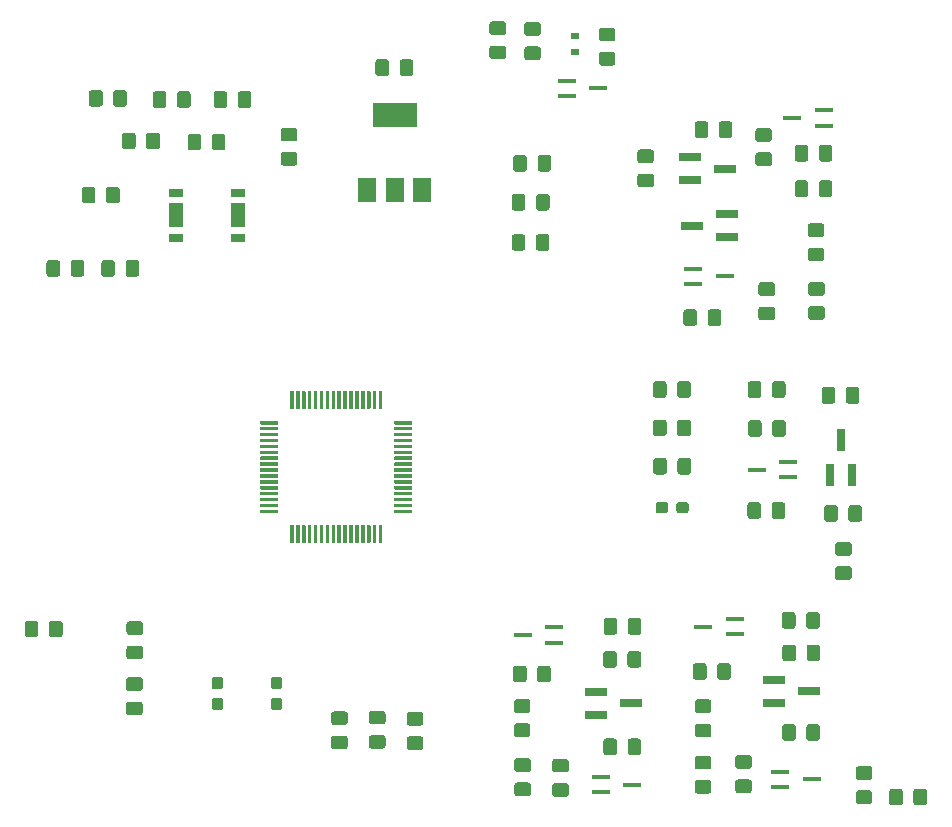
<source format=gbr>
%TF.GenerationSoftware,KiCad,Pcbnew,(5.1.5)-3*%
%TF.CreationDate,2020-07-28T11:43:05+08:00*%
%TF.ProjectId,2in1kicad,32696e31-6b69-4636-9164-2e6b69636164,rev?*%
%TF.SameCoordinates,Original*%
%TF.FileFunction,Paste,Top*%
%TF.FilePolarity,Positive*%
%FSLAX46Y46*%
G04 Gerber Fmt 4.6, Leading zero omitted, Abs format (unit mm)*
G04 Created by KiCad (PCBNEW (5.1.5)-3) date 2020-07-28 11:43:05*
%MOMM*%
%LPD*%
G04 APERTURE LIST*
%ADD10R,1.270000X0.760000*%
%ADD11R,1.270000X2.000000*%
%ADD12R,1.270000X2.030000*%
%ADD13C,0.350000*%
%ADD14R,1.900000X0.800000*%
%ADD15R,1.500000X0.450000*%
%ADD16R,0.800000X1.900000*%
%ADD17R,1.500000X2.000000*%
%ADD18R,3.800000X2.000000*%
%ADD19R,0.700000X0.600000*%
G04 APERTURE END LIST*
D10*
X59030000Y-60590000D03*
X53750000Y-60590000D03*
D11*
X59030000Y-62500000D03*
D12*
X53750000Y-62500000D03*
D10*
X59030000Y-64410000D03*
X53750000Y-64410000D03*
D13*
G36*
X98574505Y-54551204D02*
G01*
X98598773Y-54554804D01*
X98622572Y-54560765D01*
X98645671Y-54569030D01*
X98667850Y-54579520D01*
X98688893Y-54592132D01*
X98708599Y-54606747D01*
X98726777Y-54623223D01*
X98743253Y-54641401D01*
X98757868Y-54661107D01*
X98770480Y-54682150D01*
X98780970Y-54704329D01*
X98789235Y-54727428D01*
X98795196Y-54751227D01*
X98798796Y-54775495D01*
X98800000Y-54799999D01*
X98800000Y-55700001D01*
X98798796Y-55724505D01*
X98795196Y-55748773D01*
X98789235Y-55772572D01*
X98780970Y-55795671D01*
X98770480Y-55817850D01*
X98757868Y-55838893D01*
X98743253Y-55858599D01*
X98726777Y-55876777D01*
X98708599Y-55893253D01*
X98688893Y-55907868D01*
X98667850Y-55920480D01*
X98645671Y-55930970D01*
X98622572Y-55939235D01*
X98598773Y-55945196D01*
X98574505Y-55948796D01*
X98550001Y-55950000D01*
X97899999Y-55950000D01*
X97875495Y-55948796D01*
X97851227Y-55945196D01*
X97827428Y-55939235D01*
X97804329Y-55930970D01*
X97782150Y-55920480D01*
X97761107Y-55907868D01*
X97741401Y-55893253D01*
X97723223Y-55876777D01*
X97706747Y-55858599D01*
X97692132Y-55838893D01*
X97679520Y-55817850D01*
X97669030Y-55795671D01*
X97660765Y-55772572D01*
X97654804Y-55748773D01*
X97651204Y-55724505D01*
X97650000Y-55700001D01*
X97650000Y-54799999D01*
X97651204Y-54775495D01*
X97654804Y-54751227D01*
X97660765Y-54727428D01*
X97669030Y-54704329D01*
X97679520Y-54682150D01*
X97692132Y-54661107D01*
X97706747Y-54641401D01*
X97723223Y-54623223D01*
X97741401Y-54606747D01*
X97761107Y-54592132D01*
X97782150Y-54579520D01*
X97804329Y-54569030D01*
X97827428Y-54560765D01*
X97851227Y-54554804D01*
X97875495Y-54551204D01*
X97899999Y-54550000D01*
X98550001Y-54550000D01*
X98574505Y-54551204D01*
G37*
G36*
X100624505Y-54551204D02*
G01*
X100648773Y-54554804D01*
X100672572Y-54560765D01*
X100695671Y-54569030D01*
X100717850Y-54579520D01*
X100738893Y-54592132D01*
X100758599Y-54606747D01*
X100776777Y-54623223D01*
X100793253Y-54641401D01*
X100807868Y-54661107D01*
X100820480Y-54682150D01*
X100830970Y-54704329D01*
X100839235Y-54727428D01*
X100845196Y-54751227D01*
X100848796Y-54775495D01*
X100850000Y-54799999D01*
X100850000Y-55700001D01*
X100848796Y-55724505D01*
X100845196Y-55748773D01*
X100839235Y-55772572D01*
X100830970Y-55795671D01*
X100820480Y-55817850D01*
X100807868Y-55838893D01*
X100793253Y-55858599D01*
X100776777Y-55876777D01*
X100758599Y-55893253D01*
X100738893Y-55907868D01*
X100717850Y-55920480D01*
X100695671Y-55930970D01*
X100672572Y-55939235D01*
X100648773Y-55945196D01*
X100624505Y-55948796D01*
X100600001Y-55950000D01*
X99949999Y-55950000D01*
X99925495Y-55948796D01*
X99901227Y-55945196D01*
X99877428Y-55939235D01*
X99854329Y-55930970D01*
X99832150Y-55920480D01*
X99811107Y-55907868D01*
X99791401Y-55893253D01*
X99773223Y-55876777D01*
X99756747Y-55858599D01*
X99742132Y-55838893D01*
X99729520Y-55817850D01*
X99719030Y-55795671D01*
X99710765Y-55772572D01*
X99704804Y-55748773D01*
X99701204Y-55724505D01*
X99700000Y-55700001D01*
X99700000Y-54799999D01*
X99701204Y-54775495D01*
X99704804Y-54751227D01*
X99710765Y-54727428D01*
X99719030Y-54704329D01*
X99729520Y-54682150D01*
X99742132Y-54661107D01*
X99756747Y-54641401D01*
X99773223Y-54623223D01*
X99791401Y-54606747D01*
X99811107Y-54592132D01*
X99832150Y-54579520D01*
X99854329Y-54569030D01*
X99877428Y-54560765D01*
X99901227Y-54554804D01*
X99925495Y-54551204D01*
X99949999Y-54550000D01*
X100600001Y-54550000D01*
X100624505Y-54551204D01*
G37*
G36*
X103974505Y-55126204D02*
G01*
X103998773Y-55129804D01*
X104022572Y-55135765D01*
X104045671Y-55144030D01*
X104067850Y-55154520D01*
X104088893Y-55167132D01*
X104108599Y-55181747D01*
X104126777Y-55198223D01*
X104143253Y-55216401D01*
X104157868Y-55236107D01*
X104170480Y-55257150D01*
X104180970Y-55279329D01*
X104189235Y-55302428D01*
X104195196Y-55326227D01*
X104198796Y-55350495D01*
X104200000Y-55374999D01*
X104200000Y-56025001D01*
X104198796Y-56049505D01*
X104195196Y-56073773D01*
X104189235Y-56097572D01*
X104180970Y-56120671D01*
X104170480Y-56142850D01*
X104157868Y-56163893D01*
X104143253Y-56183599D01*
X104126777Y-56201777D01*
X104108599Y-56218253D01*
X104088893Y-56232868D01*
X104067850Y-56245480D01*
X104045671Y-56255970D01*
X104022572Y-56264235D01*
X103998773Y-56270196D01*
X103974505Y-56273796D01*
X103950001Y-56275000D01*
X103049999Y-56275000D01*
X103025495Y-56273796D01*
X103001227Y-56270196D01*
X102977428Y-56264235D01*
X102954329Y-56255970D01*
X102932150Y-56245480D01*
X102911107Y-56232868D01*
X102891401Y-56218253D01*
X102873223Y-56201777D01*
X102856747Y-56183599D01*
X102842132Y-56163893D01*
X102829520Y-56142850D01*
X102819030Y-56120671D01*
X102810765Y-56097572D01*
X102804804Y-56073773D01*
X102801204Y-56049505D01*
X102800000Y-56025001D01*
X102800000Y-55374999D01*
X102801204Y-55350495D01*
X102804804Y-55326227D01*
X102810765Y-55302428D01*
X102819030Y-55279329D01*
X102829520Y-55257150D01*
X102842132Y-55236107D01*
X102856747Y-55216401D01*
X102873223Y-55198223D01*
X102891401Y-55181747D01*
X102911107Y-55167132D01*
X102932150Y-55154520D01*
X102954329Y-55144030D01*
X102977428Y-55135765D01*
X103001227Y-55129804D01*
X103025495Y-55126204D01*
X103049999Y-55125000D01*
X103950001Y-55125000D01*
X103974505Y-55126204D01*
G37*
G36*
X103974505Y-57176204D02*
G01*
X103998773Y-57179804D01*
X104022572Y-57185765D01*
X104045671Y-57194030D01*
X104067850Y-57204520D01*
X104088893Y-57217132D01*
X104108599Y-57231747D01*
X104126777Y-57248223D01*
X104143253Y-57266401D01*
X104157868Y-57286107D01*
X104170480Y-57307150D01*
X104180970Y-57329329D01*
X104189235Y-57352428D01*
X104195196Y-57376227D01*
X104198796Y-57400495D01*
X104200000Y-57424999D01*
X104200000Y-58075001D01*
X104198796Y-58099505D01*
X104195196Y-58123773D01*
X104189235Y-58147572D01*
X104180970Y-58170671D01*
X104170480Y-58192850D01*
X104157868Y-58213893D01*
X104143253Y-58233599D01*
X104126777Y-58251777D01*
X104108599Y-58268253D01*
X104088893Y-58282868D01*
X104067850Y-58295480D01*
X104045671Y-58305970D01*
X104022572Y-58314235D01*
X103998773Y-58320196D01*
X103974505Y-58323796D01*
X103950001Y-58325000D01*
X103049999Y-58325000D01*
X103025495Y-58323796D01*
X103001227Y-58320196D01*
X102977428Y-58314235D01*
X102954329Y-58305970D01*
X102932150Y-58295480D01*
X102911107Y-58282868D01*
X102891401Y-58268253D01*
X102873223Y-58251777D01*
X102856747Y-58233599D01*
X102842132Y-58213893D01*
X102829520Y-58192850D01*
X102819030Y-58170671D01*
X102810765Y-58147572D01*
X102804804Y-58123773D01*
X102801204Y-58099505D01*
X102800000Y-58075001D01*
X102800000Y-57424999D01*
X102801204Y-57400495D01*
X102804804Y-57376227D01*
X102810765Y-57352428D01*
X102819030Y-57329329D01*
X102829520Y-57307150D01*
X102842132Y-57286107D01*
X102856747Y-57266401D01*
X102873223Y-57248223D01*
X102891401Y-57231747D01*
X102911107Y-57217132D01*
X102932150Y-57204520D01*
X102954329Y-57194030D01*
X102977428Y-57185765D01*
X103001227Y-57179804D01*
X103025495Y-57176204D01*
X103049999Y-57175000D01*
X103950001Y-57175000D01*
X103974505Y-57176204D01*
G37*
G36*
X109099505Y-56551204D02*
G01*
X109123773Y-56554804D01*
X109147572Y-56560765D01*
X109170671Y-56569030D01*
X109192850Y-56579520D01*
X109213893Y-56592132D01*
X109233599Y-56606747D01*
X109251777Y-56623223D01*
X109268253Y-56641401D01*
X109282868Y-56661107D01*
X109295480Y-56682150D01*
X109305970Y-56704329D01*
X109314235Y-56727428D01*
X109320196Y-56751227D01*
X109323796Y-56775495D01*
X109325000Y-56799999D01*
X109325000Y-57700001D01*
X109323796Y-57724505D01*
X109320196Y-57748773D01*
X109314235Y-57772572D01*
X109305970Y-57795671D01*
X109295480Y-57817850D01*
X109282868Y-57838893D01*
X109268253Y-57858599D01*
X109251777Y-57876777D01*
X109233599Y-57893253D01*
X109213893Y-57907868D01*
X109192850Y-57920480D01*
X109170671Y-57930970D01*
X109147572Y-57939235D01*
X109123773Y-57945196D01*
X109099505Y-57948796D01*
X109075001Y-57950000D01*
X108424999Y-57950000D01*
X108400495Y-57948796D01*
X108376227Y-57945196D01*
X108352428Y-57939235D01*
X108329329Y-57930970D01*
X108307150Y-57920480D01*
X108286107Y-57907868D01*
X108266401Y-57893253D01*
X108248223Y-57876777D01*
X108231747Y-57858599D01*
X108217132Y-57838893D01*
X108204520Y-57817850D01*
X108194030Y-57795671D01*
X108185765Y-57772572D01*
X108179804Y-57748773D01*
X108176204Y-57724505D01*
X108175000Y-57700001D01*
X108175000Y-56799999D01*
X108176204Y-56775495D01*
X108179804Y-56751227D01*
X108185765Y-56727428D01*
X108194030Y-56704329D01*
X108204520Y-56682150D01*
X108217132Y-56661107D01*
X108231747Y-56641401D01*
X108248223Y-56623223D01*
X108266401Y-56606747D01*
X108286107Y-56592132D01*
X108307150Y-56579520D01*
X108329329Y-56569030D01*
X108352428Y-56560765D01*
X108376227Y-56554804D01*
X108400495Y-56551204D01*
X108424999Y-56550000D01*
X109075001Y-56550000D01*
X109099505Y-56551204D01*
G37*
G36*
X107049505Y-56551204D02*
G01*
X107073773Y-56554804D01*
X107097572Y-56560765D01*
X107120671Y-56569030D01*
X107142850Y-56579520D01*
X107163893Y-56592132D01*
X107183599Y-56606747D01*
X107201777Y-56623223D01*
X107218253Y-56641401D01*
X107232868Y-56661107D01*
X107245480Y-56682150D01*
X107255970Y-56704329D01*
X107264235Y-56727428D01*
X107270196Y-56751227D01*
X107273796Y-56775495D01*
X107275000Y-56799999D01*
X107275000Y-57700001D01*
X107273796Y-57724505D01*
X107270196Y-57748773D01*
X107264235Y-57772572D01*
X107255970Y-57795671D01*
X107245480Y-57817850D01*
X107232868Y-57838893D01*
X107218253Y-57858599D01*
X107201777Y-57876777D01*
X107183599Y-57893253D01*
X107163893Y-57907868D01*
X107142850Y-57920480D01*
X107120671Y-57930970D01*
X107097572Y-57939235D01*
X107073773Y-57945196D01*
X107049505Y-57948796D01*
X107025001Y-57950000D01*
X106374999Y-57950000D01*
X106350495Y-57948796D01*
X106326227Y-57945196D01*
X106302428Y-57939235D01*
X106279329Y-57930970D01*
X106257150Y-57920480D01*
X106236107Y-57907868D01*
X106216401Y-57893253D01*
X106198223Y-57876777D01*
X106181747Y-57858599D01*
X106167132Y-57838893D01*
X106154520Y-57817850D01*
X106144030Y-57795671D01*
X106135765Y-57772572D01*
X106129804Y-57748773D01*
X106126204Y-57724505D01*
X106125000Y-57700001D01*
X106125000Y-56799999D01*
X106126204Y-56775495D01*
X106129804Y-56751227D01*
X106135765Y-56727428D01*
X106144030Y-56704329D01*
X106154520Y-56682150D01*
X106167132Y-56661107D01*
X106181747Y-56641401D01*
X106198223Y-56623223D01*
X106216401Y-56606747D01*
X106236107Y-56592132D01*
X106257150Y-56579520D01*
X106279329Y-56569030D01*
X106302428Y-56560765D01*
X106326227Y-56554804D01*
X106350495Y-56551204D01*
X106374999Y-56550000D01*
X107025001Y-56550000D01*
X107049505Y-56551204D01*
G37*
G36*
X93974505Y-56926204D02*
G01*
X93998773Y-56929804D01*
X94022572Y-56935765D01*
X94045671Y-56944030D01*
X94067850Y-56954520D01*
X94088893Y-56967132D01*
X94108599Y-56981747D01*
X94126777Y-56998223D01*
X94143253Y-57016401D01*
X94157868Y-57036107D01*
X94170480Y-57057150D01*
X94180970Y-57079329D01*
X94189235Y-57102428D01*
X94195196Y-57126227D01*
X94198796Y-57150495D01*
X94200000Y-57174999D01*
X94200000Y-57825001D01*
X94198796Y-57849505D01*
X94195196Y-57873773D01*
X94189235Y-57897572D01*
X94180970Y-57920671D01*
X94170480Y-57942850D01*
X94157868Y-57963893D01*
X94143253Y-57983599D01*
X94126777Y-58001777D01*
X94108599Y-58018253D01*
X94088893Y-58032868D01*
X94067850Y-58045480D01*
X94045671Y-58055970D01*
X94022572Y-58064235D01*
X93998773Y-58070196D01*
X93974505Y-58073796D01*
X93950001Y-58075000D01*
X93049999Y-58075000D01*
X93025495Y-58073796D01*
X93001227Y-58070196D01*
X92977428Y-58064235D01*
X92954329Y-58055970D01*
X92932150Y-58045480D01*
X92911107Y-58032868D01*
X92891401Y-58018253D01*
X92873223Y-58001777D01*
X92856747Y-57983599D01*
X92842132Y-57963893D01*
X92829520Y-57942850D01*
X92819030Y-57920671D01*
X92810765Y-57897572D01*
X92804804Y-57873773D01*
X92801204Y-57849505D01*
X92800000Y-57825001D01*
X92800000Y-57174999D01*
X92801204Y-57150495D01*
X92804804Y-57126227D01*
X92810765Y-57102428D01*
X92819030Y-57079329D01*
X92829520Y-57057150D01*
X92842132Y-57036107D01*
X92856747Y-57016401D01*
X92873223Y-56998223D01*
X92891401Y-56981747D01*
X92911107Y-56967132D01*
X92932150Y-56954520D01*
X92954329Y-56944030D01*
X92977428Y-56935765D01*
X93001227Y-56929804D01*
X93025495Y-56926204D01*
X93049999Y-56925000D01*
X93950001Y-56925000D01*
X93974505Y-56926204D01*
G37*
G36*
X93974505Y-58976204D02*
G01*
X93998773Y-58979804D01*
X94022572Y-58985765D01*
X94045671Y-58994030D01*
X94067850Y-59004520D01*
X94088893Y-59017132D01*
X94108599Y-59031747D01*
X94126777Y-59048223D01*
X94143253Y-59066401D01*
X94157868Y-59086107D01*
X94170480Y-59107150D01*
X94180970Y-59129329D01*
X94189235Y-59152428D01*
X94195196Y-59176227D01*
X94198796Y-59200495D01*
X94200000Y-59224999D01*
X94200000Y-59875001D01*
X94198796Y-59899505D01*
X94195196Y-59923773D01*
X94189235Y-59947572D01*
X94180970Y-59970671D01*
X94170480Y-59992850D01*
X94157868Y-60013893D01*
X94143253Y-60033599D01*
X94126777Y-60051777D01*
X94108599Y-60068253D01*
X94088893Y-60082868D01*
X94067850Y-60095480D01*
X94045671Y-60105970D01*
X94022572Y-60114235D01*
X93998773Y-60120196D01*
X93974505Y-60123796D01*
X93950001Y-60125000D01*
X93049999Y-60125000D01*
X93025495Y-60123796D01*
X93001227Y-60120196D01*
X92977428Y-60114235D01*
X92954329Y-60105970D01*
X92932150Y-60095480D01*
X92911107Y-60082868D01*
X92891401Y-60068253D01*
X92873223Y-60051777D01*
X92856747Y-60033599D01*
X92842132Y-60013893D01*
X92829520Y-59992850D01*
X92819030Y-59970671D01*
X92810765Y-59947572D01*
X92804804Y-59923773D01*
X92801204Y-59899505D01*
X92800000Y-59875001D01*
X92800000Y-59224999D01*
X92801204Y-59200495D01*
X92804804Y-59176227D01*
X92810765Y-59152428D01*
X92819030Y-59129329D01*
X92829520Y-59107150D01*
X92842132Y-59086107D01*
X92856747Y-59066401D01*
X92873223Y-59048223D01*
X92891401Y-59031747D01*
X92911107Y-59017132D01*
X92932150Y-59004520D01*
X92954329Y-58994030D01*
X92977428Y-58985765D01*
X93001227Y-58979804D01*
X93025495Y-58976204D01*
X93049999Y-58975000D01*
X93950001Y-58975000D01*
X93974505Y-58976204D01*
G37*
G36*
X107049505Y-59551204D02*
G01*
X107073773Y-59554804D01*
X107097572Y-59560765D01*
X107120671Y-59569030D01*
X107142850Y-59579520D01*
X107163893Y-59592132D01*
X107183599Y-59606747D01*
X107201777Y-59623223D01*
X107218253Y-59641401D01*
X107232868Y-59661107D01*
X107245480Y-59682150D01*
X107255970Y-59704329D01*
X107264235Y-59727428D01*
X107270196Y-59751227D01*
X107273796Y-59775495D01*
X107275000Y-59799999D01*
X107275000Y-60700001D01*
X107273796Y-60724505D01*
X107270196Y-60748773D01*
X107264235Y-60772572D01*
X107255970Y-60795671D01*
X107245480Y-60817850D01*
X107232868Y-60838893D01*
X107218253Y-60858599D01*
X107201777Y-60876777D01*
X107183599Y-60893253D01*
X107163893Y-60907868D01*
X107142850Y-60920480D01*
X107120671Y-60930970D01*
X107097572Y-60939235D01*
X107073773Y-60945196D01*
X107049505Y-60948796D01*
X107025001Y-60950000D01*
X106374999Y-60950000D01*
X106350495Y-60948796D01*
X106326227Y-60945196D01*
X106302428Y-60939235D01*
X106279329Y-60930970D01*
X106257150Y-60920480D01*
X106236107Y-60907868D01*
X106216401Y-60893253D01*
X106198223Y-60876777D01*
X106181747Y-60858599D01*
X106167132Y-60838893D01*
X106154520Y-60817850D01*
X106144030Y-60795671D01*
X106135765Y-60772572D01*
X106129804Y-60748773D01*
X106126204Y-60724505D01*
X106125000Y-60700001D01*
X106125000Y-59799999D01*
X106126204Y-59775495D01*
X106129804Y-59751227D01*
X106135765Y-59727428D01*
X106144030Y-59704329D01*
X106154520Y-59682150D01*
X106167132Y-59661107D01*
X106181747Y-59641401D01*
X106198223Y-59623223D01*
X106216401Y-59606747D01*
X106236107Y-59592132D01*
X106257150Y-59579520D01*
X106279329Y-59569030D01*
X106302428Y-59560765D01*
X106326227Y-59554804D01*
X106350495Y-59551204D01*
X106374999Y-59550000D01*
X107025001Y-59550000D01*
X107049505Y-59551204D01*
G37*
G36*
X109099505Y-59551204D02*
G01*
X109123773Y-59554804D01*
X109147572Y-59560765D01*
X109170671Y-59569030D01*
X109192850Y-59579520D01*
X109213893Y-59592132D01*
X109233599Y-59606747D01*
X109251777Y-59623223D01*
X109268253Y-59641401D01*
X109282868Y-59661107D01*
X109295480Y-59682150D01*
X109305970Y-59704329D01*
X109314235Y-59727428D01*
X109320196Y-59751227D01*
X109323796Y-59775495D01*
X109325000Y-59799999D01*
X109325000Y-60700001D01*
X109323796Y-60724505D01*
X109320196Y-60748773D01*
X109314235Y-60772572D01*
X109305970Y-60795671D01*
X109295480Y-60817850D01*
X109282868Y-60838893D01*
X109268253Y-60858599D01*
X109251777Y-60876777D01*
X109233599Y-60893253D01*
X109213893Y-60907868D01*
X109192850Y-60920480D01*
X109170671Y-60930970D01*
X109147572Y-60939235D01*
X109123773Y-60945196D01*
X109099505Y-60948796D01*
X109075001Y-60950000D01*
X108424999Y-60950000D01*
X108400495Y-60948796D01*
X108376227Y-60945196D01*
X108352428Y-60939235D01*
X108329329Y-60930970D01*
X108307150Y-60920480D01*
X108286107Y-60907868D01*
X108266401Y-60893253D01*
X108248223Y-60876777D01*
X108231747Y-60858599D01*
X108217132Y-60838893D01*
X108204520Y-60817850D01*
X108194030Y-60795671D01*
X108185765Y-60772572D01*
X108179804Y-60748773D01*
X108176204Y-60724505D01*
X108175000Y-60700001D01*
X108175000Y-59799999D01*
X108176204Y-59775495D01*
X108179804Y-59751227D01*
X108185765Y-59727428D01*
X108194030Y-59704329D01*
X108204520Y-59682150D01*
X108217132Y-59661107D01*
X108231747Y-59641401D01*
X108248223Y-59623223D01*
X108266401Y-59606747D01*
X108286107Y-59592132D01*
X108307150Y-59579520D01*
X108329329Y-59569030D01*
X108352428Y-59560765D01*
X108376227Y-59554804D01*
X108400495Y-59551204D01*
X108424999Y-59550000D01*
X109075001Y-59550000D01*
X109099505Y-59551204D01*
G37*
D14*
X100250000Y-58550000D03*
X97250000Y-59500000D03*
X97250000Y-57600000D03*
D15*
X105920000Y-54250000D03*
X108580000Y-53600000D03*
X108580000Y-54900000D03*
D13*
G36*
X95185779Y-86776144D02*
G01*
X95208834Y-86779563D01*
X95231443Y-86785227D01*
X95253387Y-86793079D01*
X95274457Y-86803044D01*
X95294448Y-86815026D01*
X95313168Y-86828910D01*
X95330438Y-86844562D01*
X95346090Y-86861832D01*
X95359974Y-86880552D01*
X95371956Y-86900543D01*
X95381921Y-86921613D01*
X95389773Y-86943557D01*
X95395437Y-86966166D01*
X95398856Y-86989221D01*
X95400000Y-87012500D01*
X95400000Y-87487500D01*
X95398856Y-87510779D01*
X95395437Y-87533834D01*
X95389773Y-87556443D01*
X95381921Y-87578387D01*
X95371956Y-87599457D01*
X95359974Y-87619448D01*
X95346090Y-87638168D01*
X95330438Y-87655438D01*
X95313168Y-87671090D01*
X95294448Y-87684974D01*
X95274457Y-87696956D01*
X95253387Y-87706921D01*
X95231443Y-87714773D01*
X95208834Y-87720437D01*
X95185779Y-87723856D01*
X95162500Y-87725000D01*
X94587500Y-87725000D01*
X94564221Y-87723856D01*
X94541166Y-87720437D01*
X94518557Y-87714773D01*
X94496613Y-87706921D01*
X94475543Y-87696956D01*
X94455552Y-87684974D01*
X94436832Y-87671090D01*
X94419562Y-87655438D01*
X94403910Y-87638168D01*
X94390026Y-87619448D01*
X94378044Y-87599457D01*
X94368079Y-87578387D01*
X94360227Y-87556443D01*
X94354563Y-87533834D01*
X94351144Y-87510779D01*
X94350000Y-87487500D01*
X94350000Y-87012500D01*
X94351144Y-86989221D01*
X94354563Y-86966166D01*
X94360227Y-86943557D01*
X94368079Y-86921613D01*
X94378044Y-86900543D01*
X94390026Y-86880552D01*
X94403910Y-86861832D01*
X94419562Y-86844562D01*
X94436832Y-86828910D01*
X94455552Y-86815026D01*
X94475543Y-86803044D01*
X94496613Y-86793079D01*
X94518557Y-86785227D01*
X94541166Y-86779563D01*
X94564221Y-86776144D01*
X94587500Y-86775000D01*
X95162500Y-86775000D01*
X95185779Y-86776144D01*
G37*
G36*
X96935779Y-86776144D02*
G01*
X96958834Y-86779563D01*
X96981443Y-86785227D01*
X97003387Y-86793079D01*
X97024457Y-86803044D01*
X97044448Y-86815026D01*
X97063168Y-86828910D01*
X97080438Y-86844562D01*
X97096090Y-86861832D01*
X97109974Y-86880552D01*
X97121956Y-86900543D01*
X97131921Y-86921613D01*
X97139773Y-86943557D01*
X97145437Y-86966166D01*
X97148856Y-86989221D01*
X97150000Y-87012500D01*
X97150000Y-87487500D01*
X97148856Y-87510779D01*
X97145437Y-87533834D01*
X97139773Y-87556443D01*
X97131921Y-87578387D01*
X97121956Y-87599457D01*
X97109974Y-87619448D01*
X97096090Y-87638168D01*
X97080438Y-87655438D01*
X97063168Y-87671090D01*
X97044448Y-87684974D01*
X97024457Y-87696956D01*
X97003387Y-87706921D01*
X96981443Y-87714773D01*
X96958834Y-87720437D01*
X96935779Y-87723856D01*
X96912500Y-87725000D01*
X96337500Y-87725000D01*
X96314221Y-87723856D01*
X96291166Y-87720437D01*
X96268557Y-87714773D01*
X96246613Y-87706921D01*
X96225543Y-87696956D01*
X96205552Y-87684974D01*
X96186832Y-87671090D01*
X96169562Y-87655438D01*
X96153910Y-87638168D01*
X96140026Y-87619448D01*
X96128044Y-87599457D01*
X96118079Y-87578387D01*
X96110227Y-87556443D01*
X96104563Y-87533834D01*
X96101144Y-87510779D01*
X96100000Y-87487500D01*
X96100000Y-87012500D01*
X96101144Y-86989221D01*
X96104563Y-86966166D01*
X96110227Y-86943557D01*
X96118079Y-86921613D01*
X96128044Y-86900543D01*
X96140026Y-86880552D01*
X96153910Y-86861832D01*
X96169562Y-86844562D01*
X96186832Y-86828910D01*
X96205552Y-86815026D01*
X96225543Y-86803044D01*
X96246613Y-86793079D01*
X96268557Y-86785227D01*
X96291166Y-86779563D01*
X96314221Y-86776144D01*
X96337500Y-86775000D01*
X96912500Y-86775000D01*
X96935779Y-86776144D01*
G37*
G36*
X97124505Y-83051204D02*
G01*
X97148773Y-83054804D01*
X97172572Y-83060765D01*
X97195671Y-83069030D01*
X97217850Y-83079520D01*
X97238893Y-83092132D01*
X97258599Y-83106747D01*
X97276777Y-83123223D01*
X97293253Y-83141401D01*
X97307868Y-83161107D01*
X97320480Y-83182150D01*
X97330970Y-83204329D01*
X97339235Y-83227428D01*
X97345196Y-83251227D01*
X97348796Y-83275495D01*
X97350000Y-83299999D01*
X97350000Y-84200001D01*
X97348796Y-84224505D01*
X97345196Y-84248773D01*
X97339235Y-84272572D01*
X97330970Y-84295671D01*
X97320480Y-84317850D01*
X97307868Y-84338893D01*
X97293253Y-84358599D01*
X97276777Y-84376777D01*
X97258599Y-84393253D01*
X97238893Y-84407868D01*
X97217850Y-84420480D01*
X97195671Y-84430970D01*
X97172572Y-84439235D01*
X97148773Y-84445196D01*
X97124505Y-84448796D01*
X97100001Y-84450000D01*
X96449999Y-84450000D01*
X96425495Y-84448796D01*
X96401227Y-84445196D01*
X96377428Y-84439235D01*
X96354329Y-84430970D01*
X96332150Y-84420480D01*
X96311107Y-84407868D01*
X96291401Y-84393253D01*
X96273223Y-84376777D01*
X96256747Y-84358599D01*
X96242132Y-84338893D01*
X96229520Y-84317850D01*
X96219030Y-84295671D01*
X96210765Y-84272572D01*
X96204804Y-84248773D01*
X96201204Y-84224505D01*
X96200000Y-84200001D01*
X96200000Y-83299999D01*
X96201204Y-83275495D01*
X96204804Y-83251227D01*
X96210765Y-83227428D01*
X96219030Y-83204329D01*
X96229520Y-83182150D01*
X96242132Y-83161107D01*
X96256747Y-83141401D01*
X96273223Y-83123223D01*
X96291401Y-83106747D01*
X96311107Y-83092132D01*
X96332150Y-83079520D01*
X96354329Y-83069030D01*
X96377428Y-83060765D01*
X96401227Y-83054804D01*
X96425495Y-83051204D01*
X96449999Y-83050000D01*
X97100001Y-83050000D01*
X97124505Y-83051204D01*
G37*
G36*
X95074505Y-83051204D02*
G01*
X95098773Y-83054804D01*
X95122572Y-83060765D01*
X95145671Y-83069030D01*
X95167850Y-83079520D01*
X95188893Y-83092132D01*
X95208599Y-83106747D01*
X95226777Y-83123223D01*
X95243253Y-83141401D01*
X95257868Y-83161107D01*
X95270480Y-83182150D01*
X95280970Y-83204329D01*
X95289235Y-83227428D01*
X95295196Y-83251227D01*
X95298796Y-83275495D01*
X95300000Y-83299999D01*
X95300000Y-84200001D01*
X95298796Y-84224505D01*
X95295196Y-84248773D01*
X95289235Y-84272572D01*
X95280970Y-84295671D01*
X95270480Y-84317850D01*
X95257868Y-84338893D01*
X95243253Y-84358599D01*
X95226777Y-84376777D01*
X95208599Y-84393253D01*
X95188893Y-84407868D01*
X95167850Y-84420480D01*
X95145671Y-84430970D01*
X95122572Y-84439235D01*
X95098773Y-84445196D01*
X95074505Y-84448796D01*
X95050001Y-84450000D01*
X94399999Y-84450000D01*
X94375495Y-84448796D01*
X94351227Y-84445196D01*
X94327428Y-84439235D01*
X94304329Y-84430970D01*
X94282150Y-84420480D01*
X94261107Y-84407868D01*
X94241401Y-84393253D01*
X94223223Y-84376777D01*
X94206747Y-84358599D01*
X94192132Y-84338893D01*
X94179520Y-84317850D01*
X94169030Y-84295671D01*
X94160765Y-84272572D01*
X94154804Y-84248773D01*
X94151204Y-84224505D01*
X94150000Y-84200001D01*
X94150000Y-83299999D01*
X94151204Y-83275495D01*
X94154804Y-83251227D01*
X94160765Y-83227428D01*
X94169030Y-83204329D01*
X94179520Y-83182150D01*
X94192132Y-83161107D01*
X94206747Y-83141401D01*
X94223223Y-83123223D01*
X94241401Y-83106747D01*
X94261107Y-83092132D01*
X94282150Y-83079520D01*
X94304329Y-83069030D01*
X94327428Y-83060765D01*
X94351227Y-83054804D01*
X94375495Y-83051204D01*
X94399999Y-83050000D01*
X95050001Y-83050000D01*
X95074505Y-83051204D01*
G37*
G36*
X110724505Y-92226204D02*
G01*
X110748773Y-92229804D01*
X110772572Y-92235765D01*
X110795671Y-92244030D01*
X110817850Y-92254520D01*
X110838893Y-92267132D01*
X110858599Y-92281747D01*
X110876777Y-92298223D01*
X110893253Y-92316401D01*
X110907868Y-92336107D01*
X110920480Y-92357150D01*
X110930970Y-92379329D01*
X110939235Y-92402428D01*
X110945196Y-92426227D01*
X110948796Y-92450495D01*
X110950000Y-92474999D01*
X110950000Y-93125001D01*
X110948796Y-93149505D01*
X110945196Y-93173773D01*
X110939235Y-93197572D01*
X110930970Y-93220671D01*
X110920480Y-93242850D01*
X110907868Y-93263893D01*
X110893253Y-93283599D01*
X110876777Y-93301777D01*
X110858599Y-93318253D01*
X110838893Y-93332868D01*
X110817850Y-93345480D01*
X110795671Y-93355970D01*
X110772572Y-93364235D01*
X110748773Y-93370196D01*
X110724505Y-93373796D01*
X110700001Y-93375000D01*
X109799999Y-93375000D01*
X109775495Y-93373796D01*
X109751227Y-93370196D01*
X109727428Y-93364235D01*
X109704329Y-93355970D01*
X109682150Y-93345480D01*
X109661107Y-93332868D01*
X109641401Y-93318253D01*
X109623223Y-93301777D01*
X109606747Y-93283599D01*
X109592132Y-93263893D01*
X109579520Y-93242850D01*
X109569030Y-93220671D01*
X109560765Y-93197572D01*
X109554804Y-93173773D01*
X109551204Y-93149505D01*
X109550000Y-93125001D01*
X109550000Y-92474999D01*
X109551204Y-92450495D01*
X109554804Y-92426227D01*
X109560765Y-92402428D01*
X109569030Y-92379329D01*
X109579520Y-92357150D01*
X109592132Y-92336107D01*
X109606747Y-92316401D01*
X109623223Y-92298223D01*
X109641401Y-92281747D01*
X109661107Y-92267132D01*
X109682150Y-92254520D01*
X109704329Y-92244030D01*
X109727428Y-92235765D01*
X109751227Y-92229804D01*
X109775495Y-92226204D01*
X109799999Y-92225000D01*
X110700001Y-92225000D01*
X110724505Y-92226204D01*
G37*
G36*
X110724505Y-90176204D02*
G01*
X110748773Y-90179804D01*
X110772572Y-90185765D01*
X110795671Y-90194030D01*
X110817850Y-90204520D01*
X110838893Y-90217132D01*
X110858599Y-90231747D01*
X110876777Y-90248223D01*
X110893253Y-90266401D01*
X110907868Y-90286107D01*
X110920480Y-90307150D01*
X110930970Y-90329329D01*
X110939235Y-90352428D01*
X110945196Y-90376227D01*
X110948796Y-90400495D01*
X110950000Y-90424999D01*
X110950000Y-91075001D01*
X110948796Y-91099505D01*
X110945196Y-91123773D01*
X110939235Y-91147572D01*
X110930970Y-91170671D01*
X110920480Y-91192850D01*
X110907868Y-91213893D01*
X110893253Y-91233599D01*
X110876777Y-91251777D01*
X110858599Y-91268253D01*
X110838893Y-91282868D01*
X110817850Y-91295480D01*
X110795671Y-91305970D01*
X110772572Y-91314235D01*
X110748773Y-91320196D01*
X110724505Y-91323796D01*
X110700001Y-91325000D01*
X109799999Y-91325000D01*
X109775495Y-91323796D01*
X109751227Y-91320196D01*
X109727428Y-91314235D01*
X109704329Y-91305970D01*
X109682150Y-91295480D01*
X109661107Y-91282868D01*
X109641401Y-91268253D01*
X109623223Y-91251777D01*
X109606747Y-91233599D01*
X109592132Y-91213893D01*
X109579520Y-91192850D01*
X109569030Y-91170671D01*
X109560765Y-91147572D01*
X109554804Y-91123773D01*
X109551204Y-91099505D01*
X109550000Y-91075001D01*
X109550000Y-90424999D01*
X109551204Y-90400495D01*
X109554804Y-90376227D01*
X109560765Y-90352428D01*
X109569030Y-90329329D01*
X109579520Y-90307150D01*
X109592132Y-90286107D01*
X109606747Y-90266401D01*
X109623223Y-90248223D01*
X109641401Y-90231747D01*
X109661107Y-90217132D01*
X109682150Y-90204520D01*
X109704329Y-90194030D01*
X109727428Y-90185765D01*
X109751227Y-90179804D01*
X109775495Y-90176204D01*
X109799999Y-90175000D01*
X110700001Y-90175000D01*
X110724505Y-90176204D01*
G37*
G36*
X95049505Y-79801204D02*
G01*
X95073773Y-79804804D01*
X95097572Y-79810765D01*
X95120671Y-79819030D01*
X95142850Y-79829520D01*
X95163893Y-79842132D01*
X95183599Y-79856747D01*
X95201777Y-79873223D01*
X95218253Y-79891401D01*
X95232868Y-79911107D01*
X95245480Y-79932150D01*
X95255970Y-79954329D01*
X95264235Y-79977428D01*
X95270196Y-80001227D01*
X95273796Y-80025495D01*
X95275000Y-80049999D01*
X95275000Y-80950001D01*
X95273796Y-80974505D01*
X95270196Y-80998773D01*
X95264235Y-81022572D01*
X95255970Y-81045671D01*
X95245480Y-81067850D01*
X95232868Y-81088893D01*
X95218253Y-81108599D01*
X95201777Y-81126777D01*
X95183599Y-81143253D01*
X95163893Y-81157868D01*
X95142850Y-81170480D01*
X95120671Y-81180970D01*
X95097572Y-81189235D01*
X95073773Y-81195196D01*
X95049505Y-81198796D01*
X95025001Y-81200000D01*
X94374999Y-81200000D01*
X94350495Y-81198796D01*
X94326227Y-81195196D01*
X94302428Y-81189235D01*
X94279329Y-81180970D01*
X94257150Y-81170480D01*
X94236107Y-81157868D01*
X94216401Y-81143253D01*
X94198223Y-81126777D01*
X94181747Y-81108599D01*
X94167132Y-81088893D01*
X94154520Y-81067850D01*
X94144030Y-81045671D01*
X94135765Y-81022572D01*
X94129804Y-80998773D01*
X94126204Y-80974505D01*
X94125000Y-80950001D01*
X94125000Y-80049999D01*
X94126204Y-80025495D01*
X94129804Y-80001227D01*
X94135765Y-79977428D01*
X94144030Y-79954329D01*
X94154520Y-79932150D01*
X94167132Y-79911107D01*
X94181747Y-79891401D01*
X94198223Y-79873223D01*
X94216401Y-79856747D01*
X94236107Y-79842132D01*
X94257150Y-79829520D01*
X94279329Y-79819030D01*
X94302428Y-79810765D01*
X94326227Y-79804804D01*
X94350495Y-79801204D01*
X94374999Y-79800000D01*
X95025001Y-79800000D01*
X95049505Y-79801204D01*
G37*
G36*
X97099505Y-79801204D02*
G01*
X97123773Y-79804804D01*
X97147572Y-79810765D01*
X97170671Y-79819030D01*
X97192850Y-79829520D01*
X97213893Y-79842132D01*
X97233599Y-79856747D01*
X97251777Y-79873223D01*
X97268253Y-79891401D01*
X97282868Y-79911107D01*
X97295480Y-79932150D01*
X97305970Y-79954329D01*
X97314235Y-79977428D01*
X97320196Y-80001227D01*
X97323796Y-80025495D01*
X97325000Y-80049999D01*
X97325000Y-80950001D01*
X97323796Y-80974505D01*
X97320196Y-80998773D01*
X97314235Y-81022572D01*
X97305970Y-81045671D01*
X97295480Y-81067850D01*
X97282868Y-81088893D01*
X97268253Y-81108599D01*
X97251777Y-81126777D01*
X97233599Y-81143253D01*
X97213893Y-81157868D01*
X97192850Y-81170480D01*
X97170671Y-81180970D01*
X97147572Y-81189235D01*
X97123773Y-81195196D01*
X97099505Y-81198796D01*
X97075001Y-81200000D01*
X96424999Y-81200000D01*
X96400495Y-81198796D01*
X96376227Y-81195196D01*
X96352428Y-81189235D01*
X96329329Y-81180970D01*
X96307150Y-81170480D01*
X96286107Y-81157868D01*
X96266401Y-81143253D01*
X96248223Y-81126777D01*
X96231747Y-81108599D01*
X96217132Y-81088893D01*
X96204520Y-81067850D01*
X96194030Y-81045671D01*
X96185765Y-81022572D01*
X96179804Y-80998773D01*
X96176204Y-80974505D01*
X96175000Y-80950001D01*
X96175000Y-80049999D01*
X96176204Y-80025495D01*
X96179804Y-80001227D01*
X96185765Y-79977428D01*
X96194030Y-79954329D01*
X96204520Y-79932150D01*
X96217132Y-79911107D01*
X96231747Y-79891401D01*
X96248223Y-79873223D01*
X96266401Y-79856747D01*
X96286107Y-79842132D01*
X96307150Y-79829520D01*
X96329329Y-79819030D01*
X96352428Y-79810765D01*
X96376227Y-79804804D01*
X96400495Y-79801204D01*
X96424999Y-79800000D01*
X97075001Y-79800000D01*
X97099505Y-79801204D01*
G37*
G36*
X97099505Y-76551204D02*
G01*
X97123773Y-76554804D01*
X97147572Y-76560765D01*
X97170671Y-76569030D01*
X97192850Y-76579520D01*
X97213893Y-76592132D01*
X97233599Y-76606747D01*
X97251777Y-76623223D01*
X97268253Y-76641401D01*
X97282868Y-76661107D01*
X97295480Y-76682150D01*
X97305970Y-76704329D01*
X97314235Y-76727428D01*
X97320196Y-76751227D01*
X97323796Y-76775495D01*
X97325000Y-76799999D01*
X97325000Y-77700001D01*
X97323796Y-77724505D01*
X97320196Y-77748773D01*
X97314235Y-77772572D01*
X97305970Y-77795671D01*
X97295480Y-77817850D01*
X97282868Y-77838893D01*
X97268253Y-77858599D01*
X97251777Y-77876777D01*
X97233599Y-77893253D01*
X97213893Y-77907868D01*
X97192850Y-77920480D01*
X97170671Y-77930970D01*
X97147572Y-77939235D01*
X97123773Y-77945196D01*
X97099505Y-77948796D01*
X97075001Y-77950000D01*
X96424999Y-77950000D01*
X96400495Y-77948796D01*
X96376227Y-77945196D01*
X96352428Y-77939235D01*
X96329329Y-77930970D01*
X96307150Y-77920480D01*
X96286107Y-77907868D01*
X96266401Y-77893253D01*
X96248223Y-77876777D01*
X96231747Y-77858599D01*
X96217132Y-77838893D01*
X96204520Y-77817850D01*
X96194030Y-77795671D01*
X96185765Y-77772572D01*
X96179804Y-77748773D01*
X96176204Y-77724505D01*
X96175000Y-77700001D01*
X96175000Y-76799999D01*
X96176204Y-76775495D01*
X96179804Y-76751227D01*
X96185765Y-76727428D01*
X96194030Y-76704329D01*
X96204520Y-76682150D01*
X96217132Y-76661107D01*
X96231747Y-76641401D01*
X96248223Y-76623223D01*
X96266401Y-76606747D01*
X96286107Y-76592132D01*
X96307150Y-76579520D01*
X96329329Y-76569030D01*
X96352428Y-76560765D01*
X96376227Y-76554804D01*
X96400495Y-76551204D01*
X96424999Y-76550000D01*
X97075001Y-76550000D01*
X97099505Y-76551204D01*
G37*
G36*
X95049505Y-76551204D02*
G01*
X95073773Y-76554804D01*
X95097572Y-76560765D01*
X95120671Y-76569030D01*
X95142850Y-76579520D01*
X95163893Y-76592132D01*
X95183599Y-76606747D01*
X95201777Y-76623223D01*
X95218253Y-76641401D01*
X95232868Y-76661107D01*
X95245480Y-76682150D01*
X95255970Y-76704329D01*
X95264235Y-76727428D01*
X95270196Y-76751227D01*
X95273796Y-76775495D01*
X95275000Y-76799999D01*
X95275000Y-77700001D01*
X95273796Y-77724505D01*
X95270196Y-77748773D01*
X95264235Y-77772572D01*
X95255970Y-77795671D01*
X95245480Y-77817850D01*
X95232868Y-77838893D01*
X95218253Y-77858599D01*
X95201777Y-77876777D01*
X95183599Y-77893253D01*
X95163893Y-77907868D01*
X95142850Y-77920480D01*
X95120671Y-77930970D01*
X95097572Y-77939235D01*
X95073773Y-77945196D01*
X95049505Y-77948796D01*
X95025001Y-77950000D01*
X94374999Y-77950000D01*
X94350495Y-77948796D01*
X94326227Y-77945196D01*
X94302428Y-77939235D01*
X94279329Y-77930970D01*
X94257150Y-77920480D01*
X94236107Y-77907868D01*
X94216401Y-77893253D01*
X94198223Y-77876777D01*
X94181747Y-77858599D01*
X94167132Y-77838893D01*
X94154520Y-77817850D01*
X94144030Y-77795671D01*
X94135765Y-77772572D01*
X94129804Y-77748773D01*
X94126204Y-77724505D01*
X94125000Y-77700001D01*
X94125000Y-76799999D01*
X94126204Y-76775495D01*
X94129804Y-76751227D01*
X94135765Y-76727428D01*
X94144030Y-76704329D01*
X94154520Y-76682150D01*
X94167132Y-76661107D01*
X94181747Y-76641401D01*
X94198223Y-76623223D01*
X94216401Y-76606747D01*
X94236107Y-76592132D01*
X94257150Y-76579520D01*
X94279329Y-76569030D01*
X94302428Y-76560765D01*
X94326227Y-76554804D01*
X94350495Y-76551204D01*
X94374999Y-76550000D01*
X95025001Y-76550000D01*
X95049505Y-76551204D01*
G37*
D15*
X107580000Y-110250000D03*
X104920000Y-110900000D03*
X104920000Y-109600000D03*
D13*
G36*
X62342351Y-87420361D02*
G01*
X62349632Y-87421441D01*
X62356771Y-87423229D01*
X62363701Y-87425709D01*
X62370355Y-87428856D01*
X62376668Y-87432640D01*
X62382579Y-87437024D01*
X62388033Y-87441967D01*
X62392976Y-87447421D01*
X62397360Y-87453332D01*
X62401144Y-87459645D01*
X62404291Y-87466299D01*
X62406771Y-87473229D01*
X62408559Y-87480368D01*
X62409639Y-87487649D01*
X62410000Y-87495000D01*
X62410000Y-87645000D01*
X62409639Y-87652351D01*
X62408559Y-87659632D01*
X62406771Y-87666771D01*
X62404291Y-87673701D01*
X62401144Y-87680355D01*
X62397360Y-87686668D01*
X62392976Y-87692579D01*
X62388033Y-87698033D01*
X62382579Y-87702976D01*
X62376668Y-87707360D01*
X62370355Y-87711144D01*
X62363701Y-87714291D01*
X62356771Y-87716771D01*
X62349632Y-87718559D01*
X62342351Y-87719639D01*
X62335000Y-87720000D01*
X60935000Y-87720000D01*
X60927649Y-87719639D01*
X60920368Y-87718559D01*
X60913229Y-87716771D01*
X60906299Y-87714291D01*
X60899645Y-87711144D01*
X60893332Y-87707360D01*
X60887421Y-87702976D01*
X60881967Y-87698033D01*
X60877024Y-87692579D01*
X60872640Y-87686668D01*
X60868856Y-87680355D01*
X60865709Y-87673701D01*
X60863229Y-87666771D01*
X60861441Y-87659632D01*
X60860361Y-87652351D01*
X60860000Y-87645000D01*
X60860000Y-87495000D01*
X60860361Y-87487649D01*
X60861441Y-87480368D01*
X60863229Y-87473229D01*
X60865709Y-87466299D01*
X60868856Y-87459645D01*
X60872640Y-87453332D01*
X60877024Y-87447421D01*
X60881967Y-87441967D01*
X60887421Y-87437024D01*
X60893332Y-87432640D01*
X60899645Y-87428856D01*
X60906299Y-87425709D01*
X60913229Y-87423229D01*
X60920368Y-87421441D01*
X60927649Y-87420361D01*
X60935000Y-87420000D01*
X62335000Y-87420000D01*
X62342351Y-87420361D01*
G37*
G36*
X62342351Y-86920361D02*
G01*
X62349632Y-86921441D01*
X62356771Y-86923229D01*
X62363701Y-86925709D01*
X62370355Y-86928856D01*
X62376668Y-86932640D01*
X62382579Y-86937024D01*
X62388033Y-86941967D01*
X62392976Y-86947421D01*
X62397360Y-86953332D01*
X62401144Y-86959645D01*
X62404291Y-86966299D01*
X62406771Y-86973229D01*
X62408559Y-86980368D01*
X62409639Y-86987649D01*
X62410000Y-86995000D01*
X62410000Y-87145000D01*
X62409639Y-87152351D01*
X62408559Y-87159632D01*
X62406771Y-87166771D01*
X62404291Y-87173701D01*
X62401144Y-87180355D01*
X62397360Y-87186668D01*
X62392976Y-87192579D01*
X62388033Y-87198033D01*
X62382579Y-87202976D01*
X62376668Y-87207360D01*
X62370355Y-87211144D01*
X62363701Y-87214291D01*
X62356771Y-87216771D01*
X62349632Y-87218559D01*
X62342351Y-87219639D01*
X62335000Y-87220000D01*
X60935000Y-87220000D01*
X60927649Y-87219639D01*
X60920368Y-87218559D01*
X60913229Y-87216771D01*
X60906299Y-87214291D01*
X60899645Y-87211144D01*
X60893332Y-87207360D01*
X60887421Y-87202976D01*
X60881967Y-87198033D01*
X60877024Y-87192579D01*
X60872640Y-87186668D01*
X60868856Y-87180355D01*
X60865709Y-87173701D01*
X60863229Y-87166771D01*
X60861441Y-87159632D01*
X60860361Y-87152351D01*
X60860000Y-87145000D01*
X60860000Y-86995000D01*
X60860361Y-86987649D01*
X60861441Y-86980368D01*
X60863229Y-86973229D01*
X60865709Y-86966299D01*
X60868856Y-86959645D01*
X60872640Y-86953332D01*
X60877024Y-86947421D01*
X60881967Y-86941967D01*
X60887421Y-86937024D01*
X60893332Y-86932640D01*
X60899645Y-86928856D01*
X60906299Y-86925709D01*
X60913229Y-86923229D01*
X60920368Y-86921441D01*
X60927649Y-86920361D01*
X60935000Y-86920000D01*
X62335000Y-86920000D01*
X62342351Y-86920361D01*
G37*
G36*
X62342351Y-86420361D02*
G01*
X62349632Y-86421441D01*
X62356771Y-86423229D01*
X62363701Y-86425709D01*
X62370355Y-86428856D01*
X62376668Y-86432640D01*
X62382579Y-86437024D01*
X62388033Y-86441967D01*
X62392976Y-86447421D01*
X62397360Y-86453332D01*
X62401144Y-86459645D01*
X62404291Y-86466299D01*
X62406771Y-86473229D01*
X62408559Y-86480368D01*
X62409639Y-86487649D01*
X62410000Y-86495000D01*
X62410000Y-86645000D01*
X62409639Y-86652351D01*
X62408559Y-86659632D01*
X62406771Y-86666771D01*
X62404291Y-86673701D01*
X62401144Y-86680355D01*
X62397360Y-86686668D01*
X62392976Y-86692579D01*
X62388033Y-86698033D01*
X62382579Y-86702976D01*
X62376668Y-86707360D01*
X62370355Y-86711144D01*
X62363701Y-86714291D01*
X62356771Y-86716771D01*
X62349632Y-86718559D01*
X62342351Y-86719639D01*
X62335000Y-86720000D01*
X60935000Y-86720000D01*
X60927649Y-86719639D01*
X60920368Y-86718559D01*
X60913229Y-86716771D01*
X60906299Y-86714291D01*
X60899645Y-86711144D01*
X60893332Y-86707360D01*
X60887421Y-86702976D01*
X60881967Y-86698033D01*
X60877024Y-86692579D01*
X60872640Y-86686668D01*
X60868856Y-86680355D01*
X60865709Y-86673701D01*
X60863229Y-86666771D01*
X60861441Y-86659632D01*
X60860361Y-86652351D01*
X60860000Y-86645000D01*
X60860000Y-86495000D01*
X60860361Y-86487649D01*
X60861441Y-86480368D01*
X60863229Y-86473229D01*
X60865709Y-86466299D01*
X60868856Y-86459645D01*
X60872640Y-86453332D01*
X60877024Y-86447421D01*
X60881967Y-86441967D01*
X60887421Y-86437024D01*
X60893332Y-86432640D01*
X60899645Y-86428856D01*
X60906299Y-86425709D01*
X60913229Y-86423229D01*
X60920368Y-86421441D01*
X60927649Y-86420361D01*
X60935000Y-86420000D01*
X62335000Y-86420000D01*
X62342351Y-86420361D01*
G37*
G36*
X62342351Y-85920361D02*
G01*
X62349632Y-85921441D01*
X62356771Y-85923229D01*
X62363701Y-85925709D01*
X62370355Y-85928856D01*
X62376668Y-85932640D01*
X62382579Y-85937024D01*
X62388033Y-85941967D01*
X62392976Y-85947421D01*
X62397360Y-85953332D01*
X62401144Y-85959645D01*
X62404291Y-85966299D01*
X62406771Y-85973229D01*
X62408559Y-85980368D01*
X62409639Y-85987649D01*
X62410000Y-85995000D01*
X62410000Y-86145000D01*
X62409639Y-86152351D01*
X62408559Y-86159632D01*
X62406771Y-86166771D01*
X62404291Y-86173701D01*
X62401144Y-86180355D01*
X62397360Y-86186668D01*
X62392976Y-86192579D01*
X62388033Y-86198033D01*
X62382579Y-86202976D01*
X62376668Y-86207360D01*
X62370355Y-86211144D01*
X62363701Y-86214291D01*
X62356771Y-86216771D01*
X62349632Y-86218559D01*
X62342351Y-86219639D01*
X62335000Y-86220000D01*
X60935000Y-86220000D01*
X60927649Y-86219639D01*
X60920368Y-86218559D01*
X60913229Y-86216771D01*
X60906299Y-86214291D01*
X60899645Y-86211144D01*
X60893332Y-86207360D01*
X60887421Y-86202976D01*
X60881967Y-86198033D01*
X60877024Y-86192579D01*
X60872640Y-86186668D01*
X60868856Y-86180355D01*
X60865709Y-86173701D01*
X60863229Y-86166771D01*
X60861441Y-86159632D01*
X60860361Y-86152351D01*
X60860000Y-86145000D01*
X60860000Y-85995000D01*
X60860361Y-85987649D01*
X60861441Y-85980368D01*
X60863229Y-85973229D01*
X60865709Y-85966299D01*
X60868856Y-85959645D01*
X60872640Y-85953332D01*
X60877024Y-85947421D01*
X60881967Y-85941967D01*
X60887421Y-85937024D01*
X60893332Y-85932640D01*
X60899645Y-85928856D01*
X60906299Y-85925709D01*
X60913229Y-85923229D01*
X60920368Y-85921441D01*
X60927649Y-85920361D01*
X60935000Y-85920000D01*
X62335000Y-85920000D01*
X62342351Y-85920361D01*
G37*
G36*
X62342351Y-85420361D02*
G01*
X62349632Y-85421441D01*
X62356771Y-85423229D01*
X62363701Y-85425709D01*
X62370355Y-85428856D01*
X62376668Y-85432640D01*
X62382579Y-85437024D01*
X62388033Y-85441967D01*
X62392976Y-85447421D01*
X62397360Y-85453332D01*
X62401144Y-85459645D01*
X62404291Y-85466299D01*
X62406771Y-85473229D01*
X62408559Y-85480368D01*
X62409639Y-85487649D01*
X62410000Y-85495000D01*
X62410000Y-85645000D01*
X62409639Y-85652351D01*
X62408559Y-85659632D01*
X62406771Y-85666771D01*
X62404291Y-85673701D01*
X62401144Y-85680355D01*
X62397360Y-85686668D01*
X62392976Y-85692579D01*
X62388033Y-85698033D01*
X62382579Y-85702976D01*
X62376668Y-85707360D01*
X62370355Y-85711144D01*
X62363701Y-85714291D01*
X62356771Y-85716771D01*
X62349632Y-85718559D01*
X62342351Y-85719639D01*
X62335000Y-85720000D01*
X60935000Y-85720000D01*
X60927649Y-85719639D01*
X60920368Y-85718559D01*
X60913229Y-85716771D01*
X60906299Y-85714291D01*
X60899645Y-85711144D01*
X60893332Y-85707360D01*
X60887421Y-85702976D01*
X60881967Y-85698033D01*
X60877024Y-85692579D01*
X60872640Y-85686668D01*
X60868856Y-85680355D01*
X60865709Y-85673701D01*
X60863229Y-85666771D01*
X60861441Y-85659632D01*
X60860361Y-85652351D01*
X60860000Y-85645000D01*
X60860000Y-85495000D01*
X60860361Y-85487649D01*
X60861441Y-85480368D01*
X60863229Y-85473229D01*
X60865709Y-85466299D01*
X60868856Y-85459645D01*
X60872640Y-85453332D01*
X60877024Y-85447421D01*
X60881967Y-85441967D01*
X60887421Y-85437024D01*
X60893332Y-85432640D01*
X60899645Y-85428856D01*
X60906299Y-85425709D01*
X60913229Y-85423229D01*
X60920368Y-85421441D01*
X60927649Y-85420361D01*
X60935000Y-85420000D01*
X62335000Y-85420000D01*
X62342351Y-85420361D01*
G37*
G36*
X62342351Y-84920361D02*
G01*
X62349632Y-84921441D01*
X62356771Y-84923229D01*
X62363701Y-84925709D01*
X62370355Y-84928856D01*
X62376668Y-84932640D01*
X62382579Y-84937024D01*
X62388033Y-84941967D01*
X62392976Y-84947421D01*
X62397360Y-84953332D01*
X62401144Y-84959645D01*
X62404291Y-84966299D01*
X62406771Y-84973229D01*
X62408559Y-84980368D01*
X62409639Y-84987649D01*
X62410000Y-84995000D01*
X62410000Y-85145000D01*
X62409639Y-85152351D01*
X62408559Y-85159632D01*
X62406771Y-85166771D01*
X62404291Y-85173701D01*
X62401144Y-85180355D01*
X62397360Y-85186668D01*
X62392976Y-85192579D01*
X62388033Y-85198033D01*
X62382579Y-85202976D01*
X62376668Y-85207360D01*
X62370355Y-85211144D01*
X62363701Y-85214291D01*
X62356771Y-85216771D01*
X62349632Y-85218559D01*
X62342351Y-85219639D01*
X62335000Y-85220000D01*
X60935000Y-85220000D01*
X60927649Y-85219639D01*
X60920368Y-85218559D01*
X60913229Y-85216771D01*
X60906299Y-85214291D01*
X60899645Y-85211144D01*
X60893332Y-85207360D01*
X60887421Y-85202976D01*
X60881967Y-85198033D01*
X60877024Y-85192579D01*
X60872640Y-85186668D01*
X60868856Y-85180355D01*
X60865709Y-85173701D01*
X60863229Y-85166771D01*
X60861441Y-85159632D01*
X60860361Y-85152351D01*
X60860000Y-85145000D01*
X60860000Y-84995000D01*
X60860361Y-84987649D01*
X60861441Y-84980368D01*
X60863229Y-84973229D01*
X60865709Y-84966299D01*
X60868856Y-84959645D01*
X60872640Y-84953332D01*
X60877024Y-84947421D01*
X60881967Y-84941967D01*
X60887421Y-84937024D01*
X60893332Y-84932640D01*
X60899645Y-84928856D01*
X60906299Y-84925709D01*
X60913229Y-84923229D01*
X60920368Y-84921441D01*
X60927649Y-84920361D01*
X60935000Y-84920000D01*
X62335000Y-84920000D01*
X62342351Y-84920361D01*
G37*
G36*
X62342351Y-84420361D02*
G01*
X62349632Y-84421441D01*
X62356771Y-84423229D01*
X62363701Y-84425709D01*
X62370355Y-84428856D01*
X62376668Y-84432640D01*
X62382579Y-84437024D01*
X62388033Y-84441967D01*
X62392976Y-84447421D01*
X62397360Y-84453332D01*
X62401144Y-84459645D01*
X62404291Y-84466299D01*
X62406771Y-84473229D01*
X62408559Y-84480368D01*
X62409639Y-84487649D01*
X62410000Y-84495000D01*
X62410000Y-84645000D01*
X62409639Y-84652351D01*
X62408559Y-84659632D01*
X62406771Y-84666771D01*
X62404291Y-84673701D01*
X62401144Y-84680355D01*
X62397360Y-84686668D01*
X62392976Y-84692579D01*
X62388033Y-84698033D01*
X62382579Y-84702976D01*
X62376668Y-84707360D01*
X62370355Y-84711144D01*
X62363701Y-84714291D01*
X62356771Y-84716771D01*
X62349632Y-84718559D01*
X62342351Y-84719639D01*
X62335000Y-84720000D01*
X60935000Y-84720000D01*
X60927649Y-84719639D01*
X60920368Y-84718559D01*
X60913229Y-84716771D01*
X60906299Y-84714291D01*
X60899645Y-84711144D01*
X60893332Y-84707360D01*
X60887421Y-84702976D01*
X60881967Y-84698033D01*
X60877024Y-84692579D01*
X60872640Y-84686668D01*
X60868856Y-84680355D01*
X60865709Y-84673701D01*
X60863229Y-84666771D01*
X60861441Y-84659632D01*
X60860361Y-84652351D01*
X60860000Y-84645000D01*
X60860000Y-84495000D01*
X60860361Y-84487649D01*
X60861441Y-84480368D01*
X60863229Y-84473229D01*
X60865709Y-84466299D01*
X60868856Y-84459645D01*
X60872640Y-84453332D01*
X60877024Y-84447421D01*
X60881967Y-84441967D01*
X60887421Y-84437024D01*
X60893332Y-84432640D01*
X60899645Y-84428856D01*
X60906299Y-84425709D01*
X60913229Y-84423229D01*
X60920368Y-84421441D01*
X60927649Y-84420361D01*
X60935000Y-84420000D01*
X62335000Y-84420000D01*
X62342351Y-84420361D01*
G37*
G36*
X62342351Y-83920361D02*
G01*
X62349632Y-83921441D01*
X62356771Y-83923229D01*
X62363701Y-83925709D01*
X62370355Y-83928856D01*
X62376668Y-83932640D01*
X62382579Y-83937024D01*
X62388033Y-83941967D01*
X62392976Y-83947421D01*
X62397360Y-83953332D01*
X62401144Y-83959645D01*
X62404291Y-83966299D01*
X62406771Y-83973229D01*
X62408559Y-83980368D01*
X62409639Y-83987649D01*
X62410000Y-83995000D01*
X62410000Y-84145000D01*
X62409639Y-84152351D01*
X62408559Y-84159632D01*
X62406771Y-84166771D01*
X62404291Y-84173701D01*
X62401144Y-84180355D01*
X62397360Y-84186668D01*
X62392976Y-84192579D01*
X62388033Y-84198033D01*
X62382579Y-84202976D01*
X62376668Y-84207360D01*
X62370355Y-84211144D01*
X62363701Y-84214291D01*
X62356771Y-84216771D01*
X62349632Y-84218559D01*
X62342351Y-84219639D01*
X62335000Y-84220000D01*
X60935000Y-84220000D01*
X60927649Y-84219639D01*
X60920368Y-84218559D01*
X60913229Y-84216771D01*
X60906299Y-84214291D01*
X60899645Y-84211144D01*
X60893332Y-84207360D01*
X60887421Y-84202976D01*
X60881967Y-84198033D01*
X60877024Y-84192579D01*
X60872640Y-84186668D01*
X60868856Y-84180355D01*
X60865709Y-84173701D01*
X60863229Y-84166771D01*
X60861441Y-84159632D01*
X60860361Y-84152351D01*
X60860000Y-84145000D01*
X60860000Y-83995000D01*
X60860361Y-83987649D01*
X60861441Y-83980368D01*
X60863229Y-83973229D01*
X60865709Y-83966299D01*
X60868856Y-83959645D01*
X60872640Y-83953332D01*
X60877024Y-83947421D01*
X60881967Y-83941967D01*
X60887421Y-83937024D01*
X60893332Y-83932640D01*
X60899645Y-83928856D01*
X60906299Y-83925709D01*
X60913229Y-83923229D01*
X60920368Y-83921441D01*
X60927649Y-83920361D01*
X60935000Y-83920000D01*
X62335000Y-83920000D01*
X62342351Y-83920361D01*
G37*
G36*
X62342351Y-83420361D02*
G01*
X62349632Y-83421441D01*
X62356771Y-83423229D01*
X62363701Y-83425709D01*
X62370355Y-83428856D01*
X62376668Y-83432640D01*
X62382579Y-83437024D01*
X62388033Y-83441967D01*
X62392976Y-83447421D01*
X62397360Y-83453332D01*
X62401144Y-83459645D01*
X62404291Y-83466299D01*
X62406771Y-83473229D01*
X62408559Y-83480368D01*
X62409639Y-83487649D01*
X62410000Y-83495000D01*
X62410000Y-83645000D01*
X62409639Y-83652351D01*
X62408559Y-83659632D01*
X62406771Y-83666771D01*
X62404291Y-83673701D01*
X62401144Y-83680355D01*
X62397360Y-83686668D01*
X62392976Y-83692579D01*
X62388033Y-83698033D01*
X62382579Y-83702976D01*
X62376668Y-83707360D01*
X62370355Y-83711144D01*
X62363701Y-83714291D01*
X62356771Y-83716771D01*
X62349632Y-83718559D01*
X62342351Y-83719639D01*
X62335000Y-83720000D01*
X60935000Y-83720000D01*
X60927649Y-83719639D01*
X60920368Y-83718559D01*
X60913229Y-83716771D01*
X60906299Y-83714291D01*
X60899645Y-83711144D01*
X60893332Y-83707360D01*
X60887421Y-83702976D01*
X60881967Y-83698033D01*
X60877024Y-83692579D01*
X60872640Y-83686668D01*
X60868856Y-83680355D01*
X60865709Y-83673701D01*
X60863229Y-83666771D01*
X60861441Y-83659632D01*
X60860361Y-83652351D01*
X60860000Y-83645000D01*
X60860000Y-83495000D01*
X60860361Y-83487649D01*
X60861441Y-83480368D01*
X60863229Y-83473229D01*
X60865709Y-83466299D01*
X60868856Y-83459645D01*
X60872640Y-83453332D01*
X60877024Y-83447421D01*
X60881967Y-83441967D01*
X60887421Y-83437024D01*
X60893332Y-83432640D01*
X60899645Y-83428856D01*
X60906299Y-83425709D01*
X60913229Y-83423229D01*
X60920368Y-83421441D01*
X60927649Y-83420361D01*
X60935000Y-83420000D01*
X62335000Y-83420000D01*
X62342351Y-83420361D01*
G37*
G36*
X62342351Y-82920361D02*
G01*
X62349632Y-82921441D01*
X62356771Y-82923229D01*
X62363701Y-82925709D01*
X62370355Y-82928856D01*
X62376668Y-82932640D01*
X62382579Y-82937024D01*
X62388033Y-82941967D01*
X62392976Y-82947421D01*
X62397360Y-82953332D01*
X62401144Y-82959645D01*
X62404291Y-82966299D01*
X62406771Y-82973229D01*
X62408559Y-82980368D01*
X62409639Y-82987649D01*
X62410000Y-82995000D01*
X62410000Y-83145000D01*
X62409639Y-83152351D01*
X62408559Y-83159632D01*
X62406771Y-83166771D01*
X62404291Y-83173701D01*
X62401144Y-83180355D01*
X62397360Y-83186668D01*
X62392976Y-83192579D01*
X62388033Y-83198033D01*
X62382579Y-83202976D01*
X62376668Y-83207360D01*
X62370355Y-83211144D01*
X62363701Y-83214291D01*
X62356771Y-83216771D01*
X62349632Y-83218559D01*
X62342351Y-83219639D01*
X62335000Y-83220000D01*
X60935000Y-83220000D01*
X60927649Y-83219639D01*
X60920368Y-83218559D01*
X60913229Y-83216771D01*
X60906299Y-83214291D01*
X60899645Y-83211144D01*
X60893332Y-83207360D01*
X60887421Y-83202976D01*
X60881967Y-83198033D01*
X60877024Y-83192579D01*
X60872640Y-83186668D01*
X60868856Y-83180355D01*
X60865709Y-83173701D01*
X60863229Y-83166771D01*
X60861441Y-83159632D01*
X60860361Y-83152351D01*
X60860000Y-83145000D01*
X60860000Y-82995000D01*
X60860361Y-82987649D01*
X60861441Y-82980368D01*
X60863229Y-82973229D01*
X60865709Y-82966299D01*
X60868856Y-82959645D01*
X60872640Y-82953332D01*
X60877024Y-82947421D01*
X60881967Y-82941967D01*
X60887421Y-82937024D01*
X60893332Y-82932640D01*
X60899645Y-82928856D01*
X60906299Y-82925709D01*
X60913229Y-82923229D01*
X60920368Y-82921441D01*
X60927649Y-82920361D01*
X60935000Y-82920000D01*
X62335000Y-82920000D01*
X62342351Y-82920361D01*
G37*
G36*
X62342351Y-82420361D02*
G01*
X62349632Y-82421441D01*
X62356771Y-82423229D01*
X62363701Y-82425709D01*
X62370355Y-82428856D01*
X62376668Y-82432640D01*
X62382579Y-82437024D01*
X62388033Y-82441967D01*
X62392976Y-82447421D01*
X62397360Y-82453332D01*
X62401144Y-82459645D01*
X62404291Y-82466299D01*
X62406771Y-82473229D01*
X62408559Y-82480368D01*
X62409639Y-82487649D01*
X62410000Y-82495000D01*
X62410000Y-82645000D01*
X62409639Y-82652351D01*
X62408559Y-82659632D01*
X62406771Y-82666771D01*
X62404291Y-82673701D01*
X62401144Y-82680355D01*
X62397360Y-82686668D01*
X62392976Y-82692579D01*
X62388033Y-82698033D01*
X62382579Y-82702976D01*
X62376668Y-82707360D01*
X62370355Y-82711144D01*
X62363701Y-82714291D01*
X62356771Y-82716771D01*
X62349632Y-82718559D01*
X62342351Y-82719639D01*
X62335000Y-82720000D01*
X60935000Y-82720000D01*
X60927649Y-82719639D01*
X60920368Y-82718559D01*
X60913229Y-82716771D01*
X60906299Y-82714291D01*
X60899645Y-82711144D01*
X60893332Y-82707360D01*
X60887421Y-82702976D01*
X60881967Y-82698033D01*
X60877024Y-82692579D01*
X60872640Y-82686668D01*
X60868856Y-82680355D01*
X60865709Y-82673701D01*
X60863229Y-82666771D01*
X60861441Y-82659632D01*
X60860361Y-82652351D01*
X60860000Y-82645000D01*
X60860000Y-82495000D01*
X60860361Y-82487649D01*
X60861441Y-82480368D01*
X60863229Y-82473229D01*
X60865709Y-82466299D01*
X60868856Y-82459645D01*
X60872640Y-82453332D01*
X60877024Y-82447421D01*
X60881967Y-82441967D01*
X60887421Y-82437024D01*
X60893332Y-82432640D01*
X60899645Y-82428856D01*
X60906299Y-82425709D01*
X60913229Y-82423229D01*
X60920368Y-82421441D01*
X60927649Y-82420361D01*
X60935000Y-82420000D01*
X62335000Y-82420000D01*
X62342351Y-82420361D01*
G37*
G36*
X62342351Y-81920361D02*
G01*
X62349632Y-81921441D01*
X62356771Y-81923229D01*
X62363701Y-81925709D01*
X62370355Y-81928856D01*
X62376668Y-81932640D01*
X62382579Y-81937024D01*
X62388033Y-81941967D01*
X62392976Y-81947421D01*
X62397360Y-81953332D01*
X62401144Y-81959645D01*
X62404291Y-81966299D01*
X62406771Y-81973229D01*
X62408559Y-81980368D01*
X62409639Y-81987649D01*
X62410000Y-81995000D01*
X62410000Y-82145000D01*
X62409639Y-82152351D01*
X62408559Y-82159632D01*
X62406771Y-82166771D01*
X62404291Y-82173701D01*
X62401144Y-82180355D01*
X62397360Y-82186668D01*
X62392976Y-82192579D01*
X62388033Y-82198033D01*
X62382579Y-82202976D01*
X62376668Y-82207360D01*
X62370355Y-82211144D01*
X62363701Y-82214291D01*
X62356771Y-82216771D01*
X62349632Y-82218559D01*
X62342351Y-82219639D01*
X62335000Y-82220000D01*
X60935000Y-82220000D01*
X60927649Y-82219639D01*
X60920368Y-82218559D01*
X60913229Y-82216771D01*
X60906299Y-82214291D01*
X60899645Y-82211144D01*
X60893332Y-82207360D01*
X60887421Y-82202976D01*
X60881967Y-82198033D01*
X60877024Y-82192579D01*
X60872640Y-82186668D01*
X60868856Y-82180355D01*
X60865709Y-82173701D01*
X60863229Y-82166771D01*
X60861441Y-82159632D01*
X60860361Y-82152351D01*
X60860000Y-82145000D01*
X60860000Y-81995000D01*
X60860361Y-81987649D01*
X60861441Y-81980368D01*
X60863229Y-81973229D01*
X60865709Y-81966299D01*
X60868856Y-81959645D01*
X60872640Y-81953332D01*
X60877024Y-81947421D01*
X60881967Y-81941967D01*
X60887421Y-81937024D01*
X60893332Y-81932640D01*
X60899645Y-81928856D01*
X60906299Y-81925709D01*
X60913229Y-81923229D01*
X60920368Y-81921441D01*
X60927649Y-81920361D01*
X60935000Y-81920000D01*
X62335000Y-81920000D01*
X62342351Y-81920361D01*
G37*
G36*
X62342351Y-81420361D02*
G01*
X62349632Y-81421441D01*
X62356771Y-81423229D01*
X62363701Y-81425709D01*
X62370355Y-81428856D01*
X62376668Y-81432640D01*
X62382579Y-81437024D01*
X62388033Y-81441967D01*
X62392976Y-81447421D01*
X62397360Y-81453332D01*
X62401144Y-81459645D01*
X62404291Y-81466299D01*
X62406771Y-81473229D01*
X62408559Y-81480368D01*
X62409639Y-81487649D01*
X62410000Y-81495000D01*
X62410000Y-81645000D01*
X62409639Y-81652351D01*
X62408559Y-81659632D01*
X62406771Y-81666771D01*
X62404291Y-81673701D01*
X62401144Y-81680355D01*
X62397360Y-81686668D01*
X62392976Y-81692579D01*
X62388033Y-81698033D01*
X62382579Y-81702976D01*
X62376668Y-81707360D01*
X62370355Y-81711144D01*
X62363701Y-81714291D01*
X62356771Y-81716771D01*
X62349632Y-81718559D01*
X62342351Y-81719639D01*
X62335000Y-81720000D01*
X60935000Y-81720000D01*
X60927649Y-81719639D01*
X60920368Y-81718559D01*
X60913229Y-81716771D01*
X60906299Y-81714291D01*
X60899645Y-81711144D01*
X60893332Y-81707360D01*
X60887421Y-81702976D01*
X60881967Y-81698033D01*
X60877024Y-81692579D01*
X60872640Y-81686668D01*
X60868856Y-81680355D01*
X60865709Y-81673701D01*
X60863229Y-81666771D01*
X60861441Y-81659632D01*
X60860361Y-81652351D01*
X60860000Y-81645000D01*
X60860000Y-81495000D01*
X60860361Y-81487649D01*
X60861441Y-81480368D01*
X60863229Y-81473229D01*
X60865709Y-81466299D01*
X60868856Y-81459645D01*
X60872640Y-81453332D01*
X60877024Y-81447421D01*
X60881967Y-81441967D01*
X60887421Y-81437024D01*
X60893332Y-81432640D01*
X60899645Y-81428856D01*
X60906299Y-81425709D01*
X60913229Y-81423229D01*
X60920368Y-81421441D01*
X60927649Y-81420361D01*
X60935000Y-81420000D01*
X62335000Y-81420000D01*
X62342351Y-81420361D01*
G37*
G36*
X62342351Y-80920361D02*
G01*
X62349632Y-80921441D01*
X62356771Y-80923229D01*
X62363701Y-80925709D01*
X62370355Y-80928856D01*
X62376668Y-80932640D01*
X62382579Y-80937024D01*
X62388033Y-80941967D01*
X62392976Y-80947421D01*
X62397360Y-80953332D01*
X62401144Y-80959645D01*
X62404291Y-80966299D01*
X62406771Y-80973229D01*
X62408559Y-80980368D01*
X62409639Y-80987649D01*
X62410000Y-80995000D01*
X62410000Y-81145000D01*
X62409639Y-81152351D01*
X62408559Y-81159632D01*
X62406771Y-81166771D01*
X62404291Y-81173701D01*
X62401144Y-81180355D01*
X62397360Y-81186668D01*
X62392976Y-81192579D01*
X62388033Y-81198033D01*
X62382579Y-81202976D01*
X62376668Y-81207360D01*
X62370355Y-81211144D01*
X62363701Y-81214291D01*
X62356771Y-81216771D01*
X62349632Y-81218559D01*
X62342351Y-81219639D01*
X62335000Y-81220000D01*
X60935000Y-81220000D01*
X60927649Y-81219639D01*
X60920368Y-81218559D01*
X60913229Y-81216771D01*
X60906299Y-81214291D01*
X60899645Y-81211144D01*
X60893332Y-81207360D01*
X60887421Y-81202976D01*
X60881967Y-81198033D01*
X60877024Y-81192579D01*
X60872640Y-81186668D01*
X60868856Y-81180355D01*
X60865709Y-81173701D01*
X60863229Y-81166771D01*
X60861441Y-81159632D01*
X60860361Y-81152351D01*
X60860000Y-81145000D01*
X60860000Y-80995000D01*
X60860361Y-80987649D01*
X60861441Y-80980368D01*
X60863229Y-80973229D01*
X60865709Y-80966299D01*
X60868856Y-80959645D01*
X60872640Y-80953332D01*
X60877024Y-80947421D01*
X60881967Y-80941967D01*
X60887421Y-80937024D01*
X60893332Y-80932640D01*
X60899645Y-80928856D01*
X60906299Y-80925709D01*
X60913229Y-80923229D01*
X60920368Y-80921441D01*
X60927649Y-80920361D01*
X60935000Y-80920000D01*
X62335000Y-80920000D01*
X62342351Y-80920361D01*
G37*
G36*
X62342351Y-80420361D02*
G01*
X62349632Y-80421441D01*
X62356771Y-80423229D01*
X62363701Y-80425709D01*
X62370355Y-80428856D01*
X62376668Y-80432640D01*
X62382579Y-80437024D01*
X62388033Y-80441967D01*
X62392976Y-80447421D01*
X62397360Y-80453332D01*
X62401144Y-80459645D01*
X62404291Y-80466299D01*
X62406771Y-80473229D01*
X62408559Y-80480368D01*
X62409639Y-80487649D01*
X62410000Y-80495000D01*
X62410000Y-80645000D01*
X62409639Y-80652351D01*
X62408559Y-80659632D01*
X62406771Y-80666771D01*
X62404291Y-80673701D01*
X62401144Y-80680355D01*
X62397360Y-80686668D01*
X62392976Y-80692579D01*
X62388033Y-80698033D01*
X62382579Y-80702976D01*
X62376668Y-80707360D01*
X62370355Y-80711144D01*
X62363701Y-80714291D01*
X62356771Y-80716771D01*
X62349632Y-80718559D01*
X62342351Y-80719639D01*
X62335000Y-80720000D01*
X60935000Y-80720000D01*
X60927649Y-80719639D01*
X60920368Y-80718559D01*
X60913229Y-80716771D01*
X60906299Y-80714291D01*
X60899645Y-80711144D01*
X60893332Y-80707360D01*
X60887421Y-80702976D01*
X60881967Y-80698033D01*
X60877024Y-80692579D01*
X60872640Y-80686668D01*
X60868856Y-80680355D01*
X60865709Y-80673701D01*
X60863229Y-80666771D01*
X60861441Y-80659632D01*
X60860361Y-80652351D01*
X60860000Y-80645000D01*
X60860000Y-80495000D01*
X60860361Y-80487649D01*
X60861441Y-80480368D01*
X60863229Y-80473229D01*
X60865709Y-80466299D01*
X60868856Y-80459645D01*
X60872640Y-80453332D01*
X60877024Y-80447421D01*
X60881967Y-80441967D01*
X60887421Y-80437024D01*
X60893332Y-80432640D01*
X60899645Y-80428856D01*
X60906299Y-80425709D01*
X60913229Y-80423229D01*
X60920368Y-80421441D01*
X60927649Y-80420361D01*
X60935000Y-80420000D01*
X62335000Y-80420000D01*
X62342351Y-80420361D01*
G37*
G36*
X62342351Y-79920361D02*
G01*
X62349632Y-79921441D01*
X62356771Y-79923229D01*
X62363701Y-79925709D01*
X62370355Y-79928856D01*
X62376668Y-79932640D01*
X62382579Y-79937024D01*
X62388033Y-79941967D01*
X62392976Y-79947421D01*
X62397360Y-79953332D01*
X62401144Y-79959645D01*
X62404291Y-79966299D01*
X62406771Y-79973229D01*
X62408559Y-79980368D01*
X62409639Y-79987649D01*
X62410000Y-79995000D01*
X62410000Y-80145000D01*
X62409639Y-80152351D01*
X62408559Y-80159632D01*
X62406771Y-80166771D01*
X62404291Y-80173701D01*
X62401144Y-80180355D01*
X62397360Y-80186668D01*
X62392976Y-80192579D01*
X62388033Y-80198033D01*
X62382579Y-80202976D01*
X62376668Y-80207360D01*
X62370355Y-80211144D01*
X62363701Y-80214291D01*
X62356771Y-80216771D01*
X62349632Y-80218559D01*
X62342351Y-80219639D01*
X62335000Y-80220000D01*
X60935000Y-80220000D01*
X60927649Y-80219639D01*
X60920368Y-80218559D01*
X60913229Y-80216771D01*
X60906299Y-80214291D01*
X60899645Y-80211144D01*
X60893332Y-80207360D01*
X60887421Y-80202976D01*
X60881967Y-80198033D01*
X60877024Y-80192579D01*
X60872640Y-80186668D01*
X60868856Y-80180355D01*
X60865709Y-80173701D01*
X60863229Y-80166771D01*
X60861441Y-80159632D01*
X60860361Y-80152351D01*
X60860000Y-80145000D01*
X60860000Y-79995000D01*
X60860361Y-79987649D01*
X60861441Y-79980368D01*
X60863229Y-79973229D01*
X60865709Y-79966299D01*
X60868856Y-79959645D01*
X60872640Y-79953332D01*
X60877024Y-79947421D01*
X60881967Y-79941967D01*
X60887421Y-79937024D01*
X60893332Y-79932640D01*
X60899645Y-79928856D01*
X60906299Y-79925709D01*
X60913229Y-79923229D01*
X60920368Y-79921441D01*
X60927649Y-79920361D01*
X60935000Y-79920000D01*
X62335000Y-79920000D01*
X62342351Y-79920361D01*
G37*
G36*
X63642351Y-77370361D02*
G01*
X63649632Y-77371441D01*
X63656771Y-77373229D01*
X63663701Y-77375709D01*
X63670355Y-77378856D01*
X63676668Y-77382640D01*
X63682579Y-77387024D01*
X63688033Y-77391967D01*
X63692976Y-77397421D01*
X63697360Y-77403332D01*
X63701144Y-77409645D01*
X63704291Y-77416299D01*
X63706771Y-77423229D01*
X63708559Y-77430368D01*
X63709639Y-77437649D01*
X63710000Y-77445000D01*
X63710000Y-78845000D01*
X63709639Y-78852351D01*
X63708559Y-78859632D01*
X63706771Y-78866771D01*
X63704291Y-78873701D01*
X63701144Y-78880355D01*
X63697360Y-78886668D01*
X63692976Y-78892579D01*
X63688033Y-78898033D01*
X63682579Y-78902976D01*
X63676668Y-78907360D01*
X63670355Y-78911144D01*
X63663701Y-78914291D01*
X63656771Y-78916771D01*
X63649632Y-78918559D01*
X63642351Y-78919639D01*
X63635000Y-78920000D01*
X63485000Y-78920000D01*
X63477649Y-78919639D01*
X63470368Y-78918559D01*
X63463229Y-78916771D01*
X63456299Y-78914291D01*
X63449645Y-78911144D01*
X63443332Y-78907360D01*
X63437421Y-78902976D01*
X63431967Y-78898033D01*
X63427024Y-78892579D01*
X63422640Y-78886668D01*
X63418856Y-78880355D01*
X63415709Y-78873701D01*
X63413229Y-78866771D01*
X63411441Y-78859632D01*
X63410361Y-78852351D01*
X63410000Y-78845000D01*
X63410000Y-77445000D01*
X63410361Y-77437649D01*
X63411441Y-77430368D01*
X63413229Y-77423229D01*
X63415709Y-77416299D01*
X63418856Y-77409645D01*
X63422640Y-77403332D01*
X63427024Y-77397421D01*
X63431967Y-77391967D01*
X63437421Y-77387024D01*
X63443332Y-77382640D01*
X63449645Y-77378856D01*
X63456299Y-77375709D01*
X63463229Y-77373229D01*
X63470368Y-77371441D01*
X63477649Y-77370361D01*
X63485000Y-77370000D01*
X63635000Y-77370000D01*
X63642351Y-77370361D01*
G37*
G36*
X64142351Y-77370361D02*
G01*
X64149632Y-77371441D01*
X64156771Y-77373229D01*
X64163701Y-77375709D01*
X64170355Y-77378856D01*
X64176668Y-77382640D01*
X64182579Y-77387024D01*
X64188033Y-77391967D01*
X64192976Y-77397421D01*
X64197360Y-77403332D01*
X64201144Y-77409645D01*
X64204291Y-77416299D01*
X64206771Y-77423229D01*
X64208559Y-77430368D01*
X64209639Y-77437649D01*
X64210000Y-77445000D01*
X64210000Y-78845000D01*
X64209639Y-78852351D01*
X64208559Y-78859632D01*
X64206771Y-78866771D01*
X64204291Y-78873701D01*
X64201144Y-78880355D01*
X64197360Y-78886668D01*
X64192976Y-78892579D01*
X64188033Y-78898033D01*
X64182579Y-78902976D01*
X64176668Y-78907360D01*
X64170355Y-78911144D01*
X64163701Y-78914291D01*
X64156771Y-78916771D01*
X64149632Y-78918559D01*
X64142351Y-78919639D01*
X64135000Y-78920000D01*
X63985000Y-78920000D01*
X63977649Y-78919639D01*
X63970368Y-78918559D01*
X63963229Y-78916771D01*
X63956299Y-78914291D01*
X63949645Y-78911144D01*
X63943332Y-78907360D01*
X63937421Y-78902976D01*
X63931967Y-78898033D01*
X63927024Y-78892579D01*
X63922640Y-78886668D01*
X63918856Y-78880355D01*
X63915709Y-78873701D01*
X63913229Y-78866771D01*
X63911441Y-78859632D01*
X63910361Y-78852351D01*
X63910000Y-78845000D01*
X63910000Y-77445000D01*
X63910361Y-77437649D01*
X63911441Y-77430368D01*
X63913229Y-77423229D01*
X63915709Y-77416299D01*
X63918856Y-77409645D01*
X63922640Y-77403332D01*
X63927024Y-77397421D01*
X63931967Y-77391967D01*
X63937421Y-77387024D01*
X63943332Y-77382640D01*
X63949645Y-77378856D01*
X63956299Y-77375709D01*
X63963229Y-77373229D01*
X63970368Y-77371441D01*
X63977649Y-77370361D01*
X63985000Y-77370000D01*
X64135000Y-77370000D01*
X64142351Y-77370361D01*
G37*
G36*
X64642351Y-77370361D02*
G01*
X64649632Y-77371441D01*
X64656771Y-77373229D01*
X64663701Y-77375709D01*
X64670355Y-77378856D01*
X64676668Y-77382640D01*
X64682579Y-77387024D01*
X64688033Y-77391967D01*
X64692976Y-77397421D01*
X64697360Y-77403332D01*
X64701144Y-77409645D01*
X64704291Y-77416299D01*
X64706771Y-77423229D01*
X64708559Y-77430368D01*
X64709639Y-77437649D01*
X64710000Y-77445000D01*
X64710000Y-78845000D01*
X64709639Y-78852351D01*
X64708559Y-78859632D01*
X64706771Y-78866771D01*
X64704291Y-78873701D01*
X64701144Y-78880355D01*
X64697360Y-78886668D01*
X64692976Y-78892579D01*
X64688033Y-78898033D01*
X64682579Y-78902976D01*
X64676668Y-78907360D01*
X64670355Y-78911144D01*
X64663701Y-78914291D01*
X64656771Y-78916771D01*
X64649632Y-78918559D01*
X64642351Y-78919639D01*
X64635000Y-78920000D01*
X64485000Y-78920000D01*
X64477649Y-78919639D01*
X64470368Y-78918559D01*
X64463229Y-78916771D01*
X64456299Y-78914291D01*
X64449645Y-78911144D01*
X64443332Y-78907360D01*
X64437421Y-78902976D01*
X64431967Y-78898033D01*
X64427024Y-78892579D01*
X64422640Y-78886668D01*
X64418856Y-78880355D01*
X64415709Y-78873701D01*
X64413229Y-78866771D01*
X64411441Y-78859632D01*
X64410361Y-78852351D01*
X64410000Y-78845000D01*
X64410000Y-77445000D01*
X64410361Y-77437649D01*
X64411441Y-77430368D01*
X64413229Y-77423229D01*
X64415709Y-77416299D01*
X64418856Y-77409645D01*
X64422640Y-77403332D01*
X64427024Y-77397421D01*
X64431967Y-77391967D01*
X64437421Y-77387024D01*
X64443332Y-77382640D01*
X64449645Y-77378856D01*
X64456299Y-77375709D01*
X64463229Y-77373229D01*
X64470368Y-77371441D01*
X64477649Y-77370361D01*
X64485000Y-77370000D01*
X64635000Y-77370000D01*
X64642351Y-77370361D01*
G37*
G36*
X65142351Y-77370361D02*
G01*
X65149632Y-77371441D01*
X65156771Y-77373229D01*
X65163701Y-77375709D01*
X65170355Y-77378856D01*
X65176668Y-77382640D01*
X65182579Y-77387024D01*
X65188033Y-77391967D01*
X65192976Y-77397421D01*
X65197360Y-77403332D01*
X65201144Y-77409645D01*
X65204291Y-77416299D01*
X65206771Y-77423229D01*
X65208559Y-77430368D01*
X65209639Y-77437649D01*
X65210000Y-77445000D01*
X65210000Y-78845000D01*
X65209639Y-78852351D01*
X65208559Y-78859632D01*
X65206771Y-78866771D01*
X65204291Y-78873701D01*
X65201144Y-78880355D01*
X65197360Y-78886668D01*
X65192976Y-78892579D01*
X65188033Y-78898033D01*
X65182579Y-78902976D01*
X65176668Y-78907360D01*
X65170355Y-78911144D01*
X65163701Y-78914291D01*
X65156771Y-78916771D01*
X65149632Y-78918559D01*
X65142351Y-78919639D01*
X65135000Y-78920000D01*
X64985000Y-78920000D01*
X64977649Y-78919639D01*
X64970368Y-78918559D01*
X64963229Y-78916771D01*
X64956299Y-78914291D01*
X64949645Y-78911144D01*
X64943332Y-78907360D01*
X64937421Y-78902976D01*
X64931967Y-78898033D01*
X64927024Y-78892579D01*
X64922640Y-78886668D01*
X64918856Y-78880355D01*
X64915709Y-78873701D01*
X64913229Y-78866771D01*
X64911441Y-78859632D01*
X64910361Y-78852351D01*
X64910000Y-78845000D01*
X64910000Y-77445000D01*
X64910361Y-77437649D01*
X64911441Y-77430368D01*
X64913229Y-77423229D01*
X64915709Y-77416299D01*
X64918856Y-77409645D01*
X64922640Y-77403332D01*
X64927024Y-77397421D01*
X64931967Y-77391967D01*
X64937421Y-77387024D01*
X64943332Y-77382640D01*
X64949645Y-77378856D01*
X64956299Y-77375709D01*
X64963229Y-77373229D01*
X64970368Y-77371441D01*
X64977649Y-77370361D01*
X64985000Y-77370000D01*
X65135000Y-77370000D01*
X65142351Y-77370361D01*
G37*
G36*
X65642351Y-77370361D02*
G01*
X65649632Y-77371441D01*
X65656771Y-77373229D01*
X65663701Y-77375709D01*
X65670355Y-77378856D01*
X65676668Y-77382640D01*
X65682579Y-77387024D01*
X65688033Y-77391967D01*
X65692976Y-77397421D01*
X65697360Y-77403332D01*
X65701144Y-77409645D01*
X65704291Y-77416299D01*
X65706771Y-77423229D01*
X65708559Y-77430368D01*
X65709639Y-77437649D01*
X65710000Y-77445000D01*
X65710000Y-78845000D01*
X65709639Y-78852351D01*
X65708559Y-78859632D01*
X65706771Y-78866771D01*
X65704291Y-78873701D01*
X65701144Y-78880355D01*
X65697360Y-78886668D01*
X65692976Y-78892579D01*
X65688033Y-78898033D01*
X65682579Y-78902976D01*
X65676668Y-78907360D01*
X65670355Y-78911144D01*
X65663701Y-78914291D01*
X65656771Y-78916771D01*
X65649632Y-78918559D01*
X65642351Y-78919639D01*
X65635000Y-78920000D01*
X65485000Y-78920000D01*
X65477649Y-78919639D01*
X65470368Y-78918559D01*
X65463229Y-78916771D01*
X65456299Y-78914291D01*
X65449645Y-78911144D01*
X65443332Y-78907360D01*
X65437421Y-78902976D01*
X65431967Y-78898033D01*
X65427024Y-78892579D01*
X65422640Y-78886668D01*
X65418856Y-78880355D01*
X65415709Y-78873701D01*
X65413229Y-78866771D01*
X65411441Y-78859632D01*
X65410361Y-78852351D01*
X65410000Y-78845000D01*
X65410000Y-77445000D01*
X65410361Y-77437649D01*
X65411441Y-77430368D01*
X65413229Y-77423229D01*
X65415709Y-77416299D01*
X65418856Y-77409645D01*
X65422640Y-77403332D01*
X65427024Y-77397421D01*
X65431967Y-77391967D01*
X65437421Y-77387024D01*
X65443332Y-77382640D01*
X65449645Y-77378856D01*
X65456299Y-77375709D01*
X65463229Y-77373229D01*
X65470368Y-77371441D01*
X65477649Y-77370361D01*
X65485000Y-77370000D01*
X65635000Y-77370000D01*
X65642351Y-77370361D01*
G37*
G36*
X66142351Y-77370361D02*
G01*
X66149632Y-77371441D01*
X66156771Y-77373229D01*
X66163701Y-77375709D01*
X66170355Y-77378856D01*
X66176668Y-77382640D01*
X66182579Y-77387024D01*
X66188033Y-77391967D01*
X66192976Y-77397421D01*
X66197360Y-77403332D01*
X66201144Y-77409645D01*
X66204291Y-77416299D01*
X66206771Y-77423229D01*
X66208559Y-77430368D01*
X66209639Y-77437649D01*
X66210000Y-77445000D01*
X66210000Y-78845000D01*
X66209639Y-78852351D01*
X66208559Y-78859632D01*
X66206771Y-78866771D01*
X66204291Y-78873701D01*
X66201144Y-78880355D01*
X66197360Y-78886668D01*
X66192976Y-78892579D01*
X66188033Y-78898033D01*
X66182579Y-78902976D01*
X66176668Y-78907360D01*
X66170355Y-78911144D01*
X66163701Y-78914291D01*
X66156771Y-78916771D01*
X66149632Y-78918559D01*
X66142351Y-78919639D01*
X66135000Y-78920000D01*
X65985000Y-78920000D01*
X65977649Y-78919639D01*
X65970368Y-78918559D01*
X65963229Y-78916771D01*
X65956299Y-78914291D01*
X65949645Y-78911144D01*
X65943332Y-78907360D01*
X65937421Y-78902976D01*
X65931967Y-78898033D01*
X65927024Y-78892579D01*
X65922640Y-78886668D01*
X65918856Y-78880355D01*
X65915709Y-78873701D01*
X65913229Y-78866771D01*
X65911441Y-78859632D01*
X65910361Y-78852351D01*
X65910000Y-78845000D01*
X65910000Y-77445000D01*
X65910361Y-77437649D01*
X65911441Y-77430368D01*
X65913229Y-77423229D01*
X65915709Y-77416299D01*
X65918856Y-77409645D01*
X65922640Y-77403332D01*
X65927024Y-77397421D01*
X65931967Y-77391967D01*
X65937421Y-77387024D01*
X65943332Y-77382640D01*
X65949645Y-77378856D01*
X65956299Y-77375709D01*
X65963229Y-77373229D01*
X65970368Y-77371441D01*
X65977649Y-77370361D01*
X65985000Y-77370000D01*
X66135000Y-77370000D01*
X66142351Y-77370361D01*
G37*
G36*
X66642351Y-77370361D02*
G01*
X66649632Y-77371441D01*
X66656771Y-77373229D01*
X66663701Y-77375709D01*
X66670355Y-77378856D01*
X66676668Y-77382640D01*
X66682579Y-77387024D01*
X66688033Y-77391967D01*
X66692976Y-77397421D01*
X66697360Y-77403332D01*
X66701144Y-77409645D01*
X66704291Y-77416299D01*
X66706771Y-77423229D01*
X66708559Y-77430368D01*
X66709639Y-77437649D01*
X66710000Y-77445000D01*
X66710000Y-78845000D01*
X66709639Y-78852351D01*
X66708559Y-78859632D01*
X66706771Y-78866771D01*
X66704291Y-78873701D01*
X66701144Y-78880355D01*
X66697360Y-78886668D01*
X66692976Y-78892579D01*
X66688033Y-78898033D01*
X66682579Y-78902976D01*
X66676668Y-78907360D01*
X66670355Y-78911144D01*
X66663701Y-78914291D01*
X66656771Y-78916771D01*
X66649632Y-78918559D01*
X66642351Y-78919639D01*
X66635000Y-78920000D01*
X66485000Y-78920000D01*
X66477649Y-78919639D01*
X66470368Y-78918559D01*
X66463229Y-78916771D01*
X66456299Y-78914291D01*
X66449645Y-78911144D01*
X66443332Y-78907360D01*
X66437421Y-78902976D01*
X66431967Y-78898033D01*
X66427024Y-78892579D01*
X66422640Y-78886668D01*
X66418856Y-78880355D01*
X66415709Y-78873701D01*
X66413229Y-78866771D01*
X66411441Y-78859632D01*
X66410361Y-78852351D01*
X66410000Y-78845000D01*
X66410000Y-77445000D01*
X66410361Y-77437649D01*
X66411441Y-77430368D01*
X66413229Y-77423229D01*
X66415709Y-77416299D01*
X66418856Y-77409645D01*
X66422640Y-77403332D01*
X66427024Y-77397421D01*
X66431967Y-77391967D01*
X66437421Y-77387024D01*
X66443332Y-77382640D01*
X66449645Y-77378856D01*
X66456299Y-77375709D01*
X66463229Y-77373229D01*
X66470368Y-77371441D01*
X66477649Y-77370361D01*
X66485000Y-77370000D01*
X66635000Y-77370000D01*
X66642351Y-77370361D01*
G37*
G36*
X67142351Y-77370361D02*
G01*
X67149632Y-77371441D01*
X67156771Y-77373229D01*
X67163701Y-77375709D01*
X67170355Y-77378856D01*
X67176668Y-77382640D01*
X67182579Y-77387024D01*
X67188033Y-77391967D01*
X67192976Y-77397421D01*
X67197360Y-77403332D01*
X67201144Y-77409645D01*
X67204291Y-77416299D01*
X67206771Y-77423229D01*
X67208559Y-77430368D01*
X67209639Y-77437649D01*
X67210000Y-77445000D01*
X67210000Y-78845000D01*
X67209639Y-78852351D01*
X67208559Y-78859632D01*
X67206771Y-78866771D01*
X67204291Y-78873701D01*
X67201144Y-78880355D01*
X67197360Y-78886668D01*
X67192976Y-78892579D01*
X67188033Y-78898033D01*
X67182579Y-78902976D01*
X67176668Y-78907360D01*
X67170355Y-78911144D01*
X67163701Y-78914291D01*
X67156771Y-78916771D01*
X67149632Y-78918559D01*
X67142351Y-78919639D01*
X67135000Y-78920000D01*
X66985000Y-78920000D01*
X66977649Y-78919639D01*
X66970368Y-78918559D01*
X66963229Y-78916771D01*
X66956299Y-78914291D01*
X66949645Y-78911144D01*
X66943332Y-78907360D01*
X66937421Y-78902976D01*
X66931967Y-78898033D01*
X66927024Y-78892579D01*
X66922640Y-78886668D01*
X66918856Y-78880355D01*
X66915709Y-78873701D01*
X66913229Y-78866771D01*
X66911441Y-78859632D01*
X66910361Y-78852351D01*
X66910000Y-78845000D01*
X66910000Y-77445000D01*
X66910361Y-77437649D01*
X66911441Y-77430368D01*
X66913229Y-77423229D01*
X66915709Y-77416299D01*
X66918856Y-77409645D01*
X66922640Y-77403332D01*
X66927024Y-77397421D01*
X66931967Y-77391967D01*
X66937421Y-77387024D01*
X66943332Y-77382640D01*
X66949645Y-77378856D01*
X66956299Y-77375709D01*
X66963229Y-77373229D01*
X66970368Y-77371441D01*
X66977649Y-77370361D01*
X66985000Y-77370000D01*
X67135000Y-77370000D01*
X67142351Y-77370361D01*
G37*
G36*
X67642351Y-77370361D02*
G01*
X67649632Y-77371441D01*
X67656771Y-77373229D01*
X67663701Y-77375709D01*
X67670355Y-77378856D01*
X67676668Y-77382640D01*
X67682579Y-77387024D01*
X67688033Y-77391967D01*
X67692976Y-77397421D01*
X67697360Y-77403332D01*
X67701144Y-77409645D01*
X67704291Y-77416299D01*
X67706771Y-77423229D01*
X67708559Y-77430368D01*
X67709639Y-77437649D01*
X67710000Y-77445000D01*
X67710000Y-78845000D01*
X67709639Y-78852351D01*
X67708559Y-78859632D01*
X67706771Y-78866771D01*
X67704291Y-78873701D01*
X67701144Y-78880355D01*
X67697360Y-78886668D01*
X67692976Y-78892579D01*
X67688033Y-78898033D01*
X67682579Y-78902976D01*
X67676668Y-78907360D01*
X67670355Y-78911144D01*
X67663701Y-78914291D01*
X67656771Y-78916771D01*
X67649632Y-78918559D01*
X67642351Y-78919639D01*
X67635000Y-78920000D01*
X67485000Y-78920000D01*
X67477649Y-78919639D01*
X67470368Y-78918559D01*
X67463229Y-78916771D01*
X67456299Y-78914291D01*
X67449645Y-78911144D01*
X67443332Y-78907360D01*
X67437421Y-78902976D01*
X67431967Y-78898033D01*
X67427024Y-78892579D01*
X67422640Y-78886668D01*
X67418856Y-78880355D01*
X67415709Y-78873701D01*
X67413229Y-78866771D01*
X67411441Y-78859632D01*
X67410361Y-78852351D01*
X67410000Y-78845000D01*
X67410000Y-77445000D01*
X67410361Y-77437649D01*
X67411441Y-77430368D01*
X67413229Y-77423229D01*
X67415709Y-77416299D01*
X67418856Y-77409645D01*
X67422640Y-77403332D01*
X67427024Y-77397421D01*
X67431967Y-77391967D01*
X67437421Y-77387024D01*
X67443332Y-77382640D01*
X67449645Y-77378856D01*
X67456299Y-77375709D01*
X67463229Y-77373229D01*
X67470368Y-77371441D01*
X67477649Y-77370361D01*
X67485000Y-77370000D01*
X67635000Y-77370000D01*
X67642351Y-77370361D01*
G37*
G36*
X68142351Y-77370361D02*
G01*
X68149632Y-77371441D01*
X68156771Y-77373229D01*
X68163701Y-77375709D01*
X68170355Y-77378856D01*
X68176668Y-77382640D01*
X68182579Y-77387024D01*
X68188033Y-77391967D01*
X68192976Y-77397421D01*
X68197360Y-77403332D01*
X68201144Y-77409645D01*
X68204291Y-77416299D01*
X68206771Y-77423229D01*
X68208559Y-77430368D01*
X68209639Y-77437649D01*
X68210000Y-77445000D01*
X68210000Y-78845000D01*
X68209639Y-78852351D01*
X68208559Y-78859632D01*
X68206771Y-78866771D01*
X68204291Y-78873701D01*
X68201144Y-78880355D01*
X68197360Y-78886668D01*
X68192976Y-78892579D01*
X68188033Y-78898033D01*
X68182579Y-78902976D01*
X68176668Y-78907360D01*
X68170355Y-78911144D01*
X68163701Y-78914291D01*
X68156771Y-78916771D01*
X68149632Y-78918559D01*
X68142351Y-78919639D01*
X68135000Y-78920000D01*
X67985000Y-78920000D01*
X67977649Y-78919639D01*
X67970368Y-78918559D01*
X67963229Y-78916771D01*
X67956299Y-78914291D01*
X67949645Y-78911144D01*
X67943332Y-78907360D01*
X67937421Y-78902976D01*
X67931967Y-78898033D01*
X67927024Y-78892579D01*
X67922640Y-78886668D01*
X67918856Y-78880355D01*
X67915709Y-78873701D01*
X67913229Y-78866771D01*
X67911441Y-78859632D01*
X67910361Y-78852351D01*
X67910000Y-78845000D01*
X67910000Y-77445000D01*
X67910361Y-77437649D01*
X67911441Y-77430368D01*
X67913229Y-77423229D01*
X67915709Y-77416299D01*
X67918856Y-77409645D01*
X67922640Y-77403332D01*
X67927024Y-77397421D01*
X67931967Y-77391967D01*
X67937421Y-77387024D01*
X67943332Y-77382640D01*
X67949645Y-77378856D01*
X67956299Y-77375709D01*
X67963229Y-77373229D01*
X67970368Y-77371441D01*
X67977649Y-77370361D01*
X67985000Y-77370000D01*
X68135000Y-77370000D01*
X68142351Y-77370361D01*
G37*
G36*
X68642351Y-77370361D02*
G01*
X68649632Y-77371441D01*
X68656771Y-77373229D01*
X68663701Y-77375709D01*
X68670355Y-77378856D01*
X68676668Y-77382640D01*
X68682579Y-77387024D01*
X68688033Y-77391967D01*
X68692976Y-77397421D01*
X68697360Y-77403332D01*
X68701144Y-77409645D01*
X68704291Y-77416299D01*
X68706771Y-77423229D01*
X68708559Y-77430368D01*
X68709639Y-77437649D01*
X68710000Y-77445000D01*
X68710000Y-78845000D01*
X68709639Y-78852351D01*
X68708559Y-78859632D01*
X68706771Y-78866771D01*
X68704291Y-78873701D01*
X68701144Y-78880355D01*
X68697360Y-78886668D01*
X68692976Y-78892579D01*
X68688033Y-78898033D01*
X68682579Y-78902976D01*
X68676668Y-78907360D01*
X68670355Y-78911144D01*
X68663701Y-78914291D01*
X68656771Y-78916771D01*
X68649632Y-78918559D01*
X68642351Y-78919639D01*
X68635000Y-78920000D01*
X68485000Y-78920000D01*
X68477649Y-78919639D01*
X68470368Y-78918559D01*
X68463229Y-78916771D01*
X68456299Y-78914291D01*
X68449645Y-78911144D01*
X68443332Y-78907360D01*
X68437421Y-78902976D01*
X68431967Y-78898033D01*
X68427024Y-78892579D01*
X68422640Y-78886668D01*
X68418856Y-78880355D01*
X68415709Y-78873701D01*
X68413229Y-78866771D01*
X68411441Y-78859632D01*
X68410361Y-78852351D01*
X68410000Y-78845000D01*
X68410000Y-77445000D01*
X68410361Y-77437649D01*
X68411441Y-77430368D01*
X68413229Y-77423229D01*
X68415709Y-77416299D01*
X68418856Y-77409645D01*
X68422640Y-77403332D01*
X68427024Y-77397421D01*
X68431967Y-77391967D01*
X68437421Y-77387024D01*
X68443332Y-77382640D01*
X68449645Y-77378856D01*
X68456299Y-77375709D01*
X68463229Y-77373229D01*
X68470368Y-77371441D01*
X68477649Y-77370361D01*
X68485000Y-77370000D01*
X68635000Y-77370000D01*
X68642351Y-77370361D01*
G37*
G36*
X69142351Y-77370361D02*
G01*
X69149632Y-77371441D01*
X69156771Y-77373229D01*
X69163701Y-77375709D01*
X69170355Y-77378856D01*
X69176668Y-77382640D01*
X69182579Y-77387024D01*
X69188033Y-77391967D01*
X69192976Y-77397421D01*
X69197360Y-77403332D01*
X69201144Y-77409645D01*
X69204291Y-77416299D01*
X69206771Y-77423229D01*
X69208559Y-77430368D01*
X69209639Y-77437649D01*
X69210000Y-77445000D01*
X69210000Y-78845000D01*
X69209639Y-78852351D01*
X69208559Y-78859632D01*
X69206771Y-78866771D01*
X69204291Y-78873701D01*
X69201144Y-78880355D01*
X69197360Y-78886668D01*
X69192976Y-78892579D01*
X69188033Y-78898033D01*
X69182579Y-78902976D01*
X69176668Y-78907360D01*
X69170355Y-78911144D01*
X69163701Y-78914291D01*
X69156771Y-78916771D01*
X69149632Y-78918559D01*
X69142351Y-78919639D01*
X69135000Y-78920000D01*
X68985000Y-78920000D01*
X68977649Y-78919639D01*
X68970368Y-78918559D01*
X68963229Y-78916771D01*
X68956299Y-78914291D01*
X68949645Y-78911144D01*
X68943332Y-78907360D01*
X68937421Y-78902976D01*
X68931967Y-78898033D01*
X68927024Y-78892579D01*
X68922640Y-78886668D01*
X68918856Y-78880355D01*
X68915709Y-78873701D01*
X68913229Y-78866771D01*
X68911441Y-78859632D01*
X68910361Y-78852351D01*
X68910000Y-78845000D01*
X68910000Y-77445000D01*
X68910361Y-77437649D01*
X68911441Y-77430368D01*
X68913229Y-77423229D01*
X68915709Y-77416299D01*
X68918856Y-77409645D01*
X68922640Y-77403332D01*
X68927024Y-77397421D01*
X68931967Y-77391967D01*
X68937421Y-77387024D01*
X68943332Y-77382640D01*
X68949645Y-77378856D01*
X68956299Y-77375709D01*
X68963229Y-77373229D01*
X68970368Y-77371441D01*
X68977649Y-77370361D01*
X68985000Y-77370000D01*
X69135000Y-77370000D01*
X69142351Y-77370361D01*
G37*
G36*
X69642351Y-77370361D02*
G01*
X69649632Y-77371441D01*
X69656771Y-77373229D01*
X69663701Y-77375709D01*
X69670355Y-77378856D01*
X69676668Y-77382640D01*
X69682579Y-77387024D01*
X69688033Y-77391967D01*
X69692976Y-77397421D01*
X69697360Y-77403332D01*
X69701144Y-77409645D01*
X69704291Y-77416299D01*
X69706771Y-77423229D01*
X69708559Y-77430368D01*
X69709639Y-77437649D01*
X69710000Y-77445000D01*
X69710000Y-78845000D01*
X69709639Y-78852351D01*
X69708559Y-78859632D01*
X69706771Y-78866771D01*
X69704291Y-78873701D01*
X69701144Y-78880355D01*
X69697360Y-78886668D01*
X69692976Y-78892579D01*
X69688033Y-78898033D01*
X69682579Y-78902976D01*
X69676668Y-78907360D01*
X69670355Y-78911144D01*
X69663701Y-78914291D01*
X69656771Y-78916771D01*
X69649632Y-78918559D01*
X69642351Y-78919639D01*
X69635000Y-78920000D01*
X69485000Y-78920000D01*
X69477649Y-78919639D01*
X69470368Y-78918559D01*
X69463229Y-78916771D01*
X69456299Y-78914291D01*
X69449645Y-78911144D01*
X69443332Y-78907360D01*
X69437421Y-78902976D01*
X69431967Y-78898033D01*
X69427024Y-78892579D01*
X69422640Y-78886668D01*
X69418856Y-78880355D01*
X69415709Y-78873701D01*
X69413229Y-78866771D01*
X69411441Y-78859632D01*
X69410361Y-78852351D01*
X69410000Y-78845000D01*
X69410000Y-77445000D01*
X69410361Y-77437649D01*
X69411441Y-77430368D01*
X69413229Y-77423229D01*
X69415709Y-77416299D01*
X69418856Y-77409645D01*
X69422640Y-77403332D01*
X69427024Y-77397421D01*
X69431967Y-77391967D01*
X69437421Y-77387024D01*
X69443332Y-77382640D01*
X69449645Y-77378856D01*
X69456299Y-77375709D01*
X69463229Y-77373229D01*
X69470368Y-77371441D01*
X69477649Y-77370361D01*
X69485000Y-77370000D01*
X69635000Y-77370000D01*
X69642351Y-77370361D01*
G37*
G36*
X70142351Y-77370361D02*
G01*
X70149632Y-77371441D01*
X70156771Y-77373229D01*
X70163701Y-77375709D01*
X70170355Y-77378856D01*
X70176668Y-77382640D01*
X70182579Y-77387024D01*
X70188033Y-77391967D01*
X70192976Y-77397421D01*
X70197360Y-77403332D01*
X70201144Y-77409645D01*
X70204291Y-77416299D01*
X70206771Y-77423229D01*
X70208559Y-77430368D01*
X70209639Y-77437649D01*
X70210000Y-77445000D01*
X70210000Y-78845000D01*
X70209639Y-78852351D01*
X70208559Y-78859632D01*
X70206771Y-78866771D01*
X70204291Y-78873701D01*
X70201144Y-78880355D01*
X70197360Y-78886668D01*
X70192976Y-78892579D01*
X70188033Y-78898033D01*
X70182579Y-78902976D01*
X70176668Y-78907360D01*
X70170355Y-78911144D01*
X70163701Y-78914291D01*
X70156771Y-78916771D01*
X70149632Y-78918559D01*
X70142351Y-78919639D01*
X70135000Y-78920000D01*
X69985000Y-78920000D01*
X69977649Y-78919639D01*
X69970368Y-78918559D01*
X69963229Y-78916771D01*
X69956299Y-78914291D01*
X69949645Y-78911144D01*
X69943332Y-78907360D01*
X69937421Y-78902976D01*
X69931967Y-78898033D01*
X69927024Y-78892579D01*
X69922640Y-78886668D01*
X69918856Y-78880355D01*
X69915709Y-78873701D01*
X69913229Y-78866771D01*
X69911441Y-78859632D01*
X69910361Y-78852351D01*
X69910000Y-78845000D01*
X69910000Y-77445000D01*
X69910361Y-77437649D01*
X69911441Y-77430368D01*
X69913229Y-77423229D01*
X69915709Y-77416299D01*
X69918856Y-77409645D01*
X69922640Y-77403332D01*
X69927024Y-77397421D01*
X69931967Y-77391967D01*
X69937421Y-77387024D01*
X69943332Y-77382640D01*
X69949645Y-77378856D01*
X69956299Y-77375709D01*
X69963229Y-77373229D01*
X69970368Y-77371441D01*
X69977649Y-77370361D01*
X69985000Y-77370000D01*
X70135000Y-77370000D01*
X70142351Y-77370361D01*
G37*
G36*
X70642351Y-77370361D02*
G01*
X70649632Y-77371441D01*
X70656771Y-77373229D01*
X70663701Y-77375709D01*
X70670355Y-77378856D01*
X70676668Y-77382640D01*
X70682579Y-77387024D01*
X70688033Y-77391967D01*
X70692976Y-77397421D01*
X70697360Y-77403332D01*
X70701144Y-77409645D01*
X70704291Y-77416299D01*
X70706771Y-77423229D01*
X70708559Y-77430368D01*
X70709639Y-77437649D01*
X70710000Y-77445000D01*
X70710000Y-78845000D01*
X70709639Y-78852351D01*
X70708559Y-78859632D01*
X70706771Y-78866771D01*
X70704291Y-78873701D01*
X70701144Y-78880355D01*
X70697360Y-78886668D01*
X70692976Y-78892579D01*
X70688033Y-78898033D01*
X70682579Y-78902976D01*
X70676668Y-78907360D01*
X70670355Y-78911144D01*
X70663701Y-78914291D01*
X70656771Y-78916771D01*
X70649632Y-78918559D01*
X70642351Y-78919639D01*
X70635000Y-78920000D01*
X70485000Y-78920000D01*
X70477649Y-78919639D01*
X70470368Y-78918559D01*
X70463229Y-78916771D01*
X70456299Y-78914291D01*
X70449645Y-78911144D01*
X70443332Y-78907360D01*
X70437421Y-78902976D01*
X70431967Y-78898033D01*
X70427024Y-78892579D01*
X70422640Y-78886668D01*
X70418856Y-78880355D01*
X70415709Y-78873701D01*
X70413229Y-78866771D01*
X70411441Y-78859632D01*
X70410361Y-78852351D01*
X70410000Y-78845000D01*
X70410000Y-77445000D01*
X70410361Y-77437649D01*
X70411441Y-77430368D01*
X70413229Y-77423229D01*
X70415709Y-77416299D01*
X70418856Y-77409645D01*
X70422640Y-77403332D01*
X70427024Y-77397421D01*
X70431967Y-77391967D01*
X70437421Y-77387024D01*
X70443332Y-77382640D01*
X70449645Y-77378856D01*
X70456299Y-77375709D01*
X70463229Y-77373229D01*
X70470368Y-77371441D01*
X70477649Y-77370361D01*
X70485000Y-77370000D01*
X70635000Y-77370000D01*
X70642351Y-77370361D01*
G37*
G36*
X71142351Y-77370361D02*
G01*
X71149632Y-77371441D01*
X71156771Y-77373229D01*
X71163701Y-77375709D01*
X71170355Y-77378856D01*
X71176668Y-77382640D01*
X71182579Y-77387024D01*
X71188033Y-77391967D01*
X71192976Y-77397421D01*
X71197360Y-77403332D01*
X71201144Y-77409645D01*
X71204291Y-77416299D01*
X71206771Y-77423229D01*
X71208559Y-77430368D01*
X71209639Y-77437649D01*
X71210000Y-77445000D01*
X71210000Y-78845000D01*
X71209639Y-78852351D01*
X71208559Y-78859632D01*
X71206771Y-78866771D01*
X71204291Y-78873701D01*
X71201144Y-78880355D01*
X71197360Y-78886668D01*
X71192976Y-78892579D01*
X71188033Y-78898033D01*
X71182579Y-78902976D01*
X71176668Y-78907360D01*
X71170355Y-78911144D01*
X71163701Y-78914291D01*
X71156771Y-78916771D01*
X71149632Y-78918559D01*
X71142351Y-78919639D01*
X71135000Y-78920000D01*
X70985000Y-78920000D01*
X70977649Y-78919639D01*
X70970368Y-78918559D01*
X70963229Y-78916771D01*
X70956299Y-78914291D01*
X70949645Y-78911144D01*
X70943332Y-78907360D01*
X70937421Y-78902976D01*
X70931967Y-78898033D01*
X70927024Y-78892579D01*
X70922640Y-78886668D01*
X70918856Y-78880355D01*
X70915709Y-78873701D01*
X70913229Y-78866771D01*
X70911441Y-78859632D01*
X70910361Y-78852351D01*
X70910000Y-78845000D01*
X70910000Y-77445000D01*
X70910361Y-77437649D01*
X70911441Y-77430368D01*
X70913229Y-77423229D01*
X70915709Y-77416299D01*
X70918856Y-77409645D01*
X70922640Y-77403332D01*
X70927024Y-77397421D01*
X70931967Y-77391967D01*
X70937421Y-77387024D01*
X70943332Y-77382640D01*
X70949645Y-77378856D01*
X70956299Y-77375709D01*
X70963229Y-77373229D01*
X70970368Y-77371441D01*
X70977649Y-77370361D01*
X70985000Y-77370000D01*
X71135000Y-77370000D01*
X71142351Y-77370361D01*
G37*
G36*
X73692351Y-79920361D02*
G01*
X73699632Y-79921441D01*
X73706771Y-79923229D01*
X73713701Y-79925709D01*
X73720355Y-79928856D01*
X73726668Y-79932640D01*
X73732579Y-79937024D01*
X73738033Y-79941967D01*
X73742976Y-79947421D01*
X73747360Y-79953332D01*
X73751144Y-79959645D01*
X73754291Y-79966299D01*
X73756771Y-79973229D01*
X73758559Y-79980368D01*
X73759639Y-79987649D01*
X73760000Y-79995000D01*
X73760000Y-80145000D01*
X73759639Y-80152351D01*
X73758559Y-80159632D01*
X73756771Y-80166771D01*
X73754291Y-80173701D01*
X73751144Y-80180355D01*
X73747360Y-80186668D01*
X73742976Y-80192579D01*
X73738033Y-80198033D01*
X73732579Y-80202976D01*
X73726668Y-80207360D01*
X73720355Y-80211144D01*
X73713701Y-80214291D01*
X73706771Y-80216771D01*
X73699632Y-80218559D01*
X73692351Y-80219639D01*
X73685000Y-80220000D01*
X72285000Y-80220000D01*
X72277649Y-80219639D01*
X72270368Y-80218559D01*
X72263229Y-80216771D01*
X72256299Y-80214291D01*
X72249645Y-80211144D01*
X72243332Y-80207360D01*
X72237421Y-80202976D01*
X72231967Y-80198033D01*
X72227024Y-80192579D01*
X72222640Y-80186668D01*
X72218856Y-80180355D01*
X72215709Y-80173701D01*
X72213229Y-80166771D01*
X72211441Y-80159632D01*
X72210361Y-80152351D01*
X72210000Y-80145000D01*
X72210000Y-79995000D01*
X72210361Y-79987649D01*
X72211441Y-79980368D01*
X72213229Y-79973229D01*
X72215709Y-79966299D01*
X72218856Y-79959645D01*
X72222640Y-79953332D01*
X72227024Y-79947421D01*
X72231967Y-79941967D01*
X72237421Y-79937024D01*
X72243332Y-79932640D01*
X72249645Y-79928856D01*
X72256299Y-79925709D01*
X72263229Y-79923229D01*
X72270368Y-79921441D01*
X72277649Y-79920361D01*
X72285000Y-79920000D01*
X73685000Y-79920000D01*
X73692351Y-79920361D01*
G37*
G36*
X73692351Y-80420361D02*
G01*
X73699632Y-80421441D01*
X73706771Y-80423229D01*
X73713701Y-80425709D01*
X73720355Y-80428856D01*
X73726668Y-80432640D01*
X73732579Y-80437024D01*
X73738033Y-80441967D01*
X73742976Y-80447421D01*
X73747360Y-80453332D01*
X73751144Y-80459645D01*
X73754291Y-80466299D01*
X73756771Y-80473229D01*
X73758559Y-80480368D01*
X73759639Y-80487649D01*
X73760000Y-80495000D01*
X73760000Y-80645000D01*
X73759639Y-80652351D01*
X73758559Y-80659632D01*
X73756771Y-80666771D01*
X73754291Y-80673701D01*
X73751144Y-80680355D01*
X73747360Y-80686668D01*
X73742976Y-80692579D01*
X73738033Y-80698033D01*
X73732579Y-80702976D01*
X73726668Y-80707360D01*
X73720355Y-80711144D01*
X73713701Y-80714291D01*
X73706771Y-80716771D01*
X73699632Y-80718559D01*
X73692351Y-80719639D01*
X73685000Y-80720000D01*
X72285000Y-80720000D01*
X72277649Y-80719639D01*
X72270368Y-80718559D01*
X72263229Y-80716771D01*
X72256299Y-80714291D01*
X72249645Y-80711144D01*
X72243332Y-80707360D01*
X72237421Y-80702976D01*
X72231967Y-80698033D01*
X72227024Y-80692579D01*
X72222640Y-80686668D01*
X72218856Y-80680355D01*
X72215709Y-80673701D01*
X72213229Y-80666771D01*
X72211441Y-80659632D01*
X72210361Y-80652351D01*
X72210000Y-80645000D01*
X72210000Y-80495000D01*
X72210361Y-80487649D01*
X72211441Y-80480368D01*
X72213229Y-80473229D01*
X72215709Y-80466299D01*
X72218856Y-80459645D01*
X72222640Y-80453332D01*
X72227024Y-80447421D01*
X72231967Y-80441967D01*
X72237421Y-80437024D01*
X72243332Y-80432640D01*
X72249645Y-80428856D01*
X72256299Y-80425709D01*
X72263229Y-80423229D01*
X72270368Y-80421441D01*
X72277649Y-80420361D01*
X72285000Y-80420000D01*
X73685000Y-80420000D01*
X73692351Y-80420361D01*
G37*
G36*
X73692351Y-80920361D02*
G01*
X73699632Y-80921441D01*
X73706771Y-80923229D01*
X73713701Y-80925709D01*
X73720355Y-80928856D01*
X73726668Y-80932640D01*
X73732579Y-80937024D01*
X73738033Y-80941967D01*
X73742976Y-80947421D01*
X73747360Y-80953332D01*
X73751144Y-80959645D01*
X73754291Y-80966299D01*
X73756771Y-80973229D01*
X73758559Y-80980368D01*
X73759639Y-80987649D01*
X73760000Y-80995000D01*
X73760000Y-81145000D01*
X73759639Y-81152351D01*
X73758559Y-81159632D01*
X73756771Y-81166771D01*
X73754291Y-81173701D01*
X73751144Y-81180355D01*
X73747360Y-81186668D01*
X73742976Y-81192579D01*
X73738033Y-81198033D01*
X73732579Y-81202976D01*
X73726668Y-81207360D01*
X73720355Y-81211144D01*
X73713701Y-81214291D01*
X73706771Y-81216771D01*
X73699632Y-81218559D01*
X73692351Y-81219639D01*
X73685000Y-81220000D01*
X72285000Y-81220000D01*
X72277649Y-81219639D01*
X72270368Y-81218559D01*
X72263229Y-81216771D01*
X72256299Y-81214291D01*
X72249645Y-81211144D01*
X72243332Y-81207360D01*
X72237421Y-81202976D01*
X72231967Y-81198033D01*
X72227024Y-81192579D01*
X72222640Y-81186668D01*
X72218856Y-81180355D01*
X72215709Y-81173701D01*
X72213229Y-81166771D01*
X72211441Y-81159632D01*
X72210361Y-81152351D01*
X72210000Y-81145000D01*
X72210000Y-80995000D01*
X72210361Y-80987649D01*
X72211441Y-80980368D01*
X72213229Y-80973229D01*
X72215709Y-80966299D01*
X72218856Y-80959645D01*
X72222640Y-80953332D01*
X72227024Y-80947421D01*
X72231967Y-80941967D01*
X72237421Y-80937024D01*
X72243332Y-80932640D01*
X72249645Y-80928856D01*
X72256299Y-80925709D01*
X72263229Y-80923229D01*
X72270368Y-80921441D01*
X72277649Y-80920361D01*
X72285000Y-80920000D01*
X73685000Y-80920000D01*
X73692351Y-80920361D01*
G37*
G36*
X73692351Y-81420361D02*
G01*
X73699632Y-81421441D01*
X73706771Y-81423229D01*
X73713701Y-81425709D01*
X73720355Y-81428856D01*
X73726668Y-81432640D01*
X73732579Y-81437024D01*
X73738033Y-81441967D01*
X73742976Y-81447421D01*
X73747360Y-81453332D01*
X73751144Y-81459645D01*
X73754291Y-81466299D01*
X73756771Y-81473229D01*
X73758559Y-81480368D01*
X73759639Y-81487649D01*
X73760000Y-81495000D01*
X73760000Y-81645000D01*
X73759639Y-81652351D01*
X73758559Y-81659632D01*
X73756771Y-81666771D01*
X73754291Y-81673701D01*
X73751144Y-81680355D01*
X73747360Y-81686668D01*
X73742976Y-81692579D01*
X73738033Y-81698033D01*
X73732579Y-81702976D01*
X73726668Y-81707360D01*
X73720355Y-81711144D01*
X73713701Y-81714291D01*
X73706771Y-81716771D01*
X73699632Y-81718559D01*
X73692351Y-81719639D01*
X73685000Y-81720000D01*
X72285000Y-81720000D01*
X72277649Y-81719639D01*
X72270368Y-81718559D01*
X72263229Y-81716771D01*
X72256299Y-81714291D01*
X72249645Y-81711144D01*
X72243332Y-81707360D01*
X72237421Y-81702976D01*
X72231967Y-81698033D01*
X72227024Y-81692579D01*
X72222640Y-81686668D01*
X72218856Y-81680355D01*
X72215709Y-81673701D01*
X72213229Y-81666771D01*
X72211441Y-81659632D01*
X72210361Y-81652351D01*
X72210000Y-81645000D01*
X72210000Y-81495000D01*
X72210361Y-81487649D01*
X72211441Y-81480368D01*
X72213229Y-81473229D01*
X72215709Y-81466299D01*
X72218856Y-81459645D01*
X72222640Y-81453332D01*
X72227024Y-81447421D01*
X72231967Y-81441967D01*
X72237421Y-81437024D01*
X72243332Y-81432640D01*
X72249645Y-81428856D01*
X72256299Y-81425709D01*
X72263229Y-81423229D01*
X72270368Y-81421441D01*
X72277649Y-81420361D01*
X72285000Y-81420000D01*
X73685000Y-81420000D01*
X73692351Y-81420361D01*
G37*
G36*
X73692351Y-81920361D02*
G01*
X73699632Y-81921441D01*
X73706771Y-81923229D01*
X73713701Y-81925709D01*
X73720355Y-81928856D01*
X73726668Y-81932640D01*
X73732579Y-81937024D01*
X73738033Y-81941967D01*
X73742976Y-81947421D01*
X73747360Y-81953332D01*
X73751144Y-81959645D01*
X73754291Y-81966299D01*
X73756771Y-81973229D01*
X73758559Y-81980368D01*
X73759639Y-81987649D01*
X73760000Y-81995000D01*
X73760000Y-82145000D01*
X73759639Y-82152351D01*
X73758559Y-82159632D01*
X73756771Y-82166771D01*
X73754291Y-82173701D01*
X73751144Y-82180355D01*
X73747360Y-82186668D01*
X73742976Y-82192579D01*
X73738033Y-82198033D01*
X73732579Y-82202976D01*
X73726668Y-82207360D01*
X73720355Y-82211144D01*
X73713701Y-82214291D01*
X73706771Y-82216771D01*
X73699632Y-82218559D01*
X73692351Y-82219639D01*
X73685000Y-82220000D01*
X72285000Y-82220000D01*
X72277649Y-82219639D01*
X72270368Y-82218559D01*
X72263229Y-82216771D01*
X72256299Y-82214291D01*
X72249645Y-82211144D01*
X72243332Y-82207360D01*
X72237421Y-82202976D01*
X72231967Y-82198033D01*
X72227024Y-82192579D01*
X72222640Y-82186668D01*
X72218856Y-82180355D01*
X72215709Y-82173701D01*
X72213229Y-82166771D01*
X72211441Y-82159632D01*
X72210361Y-82152351D01*
X72210000Y-82145000D01*
X72210000Y-81995000D01*
X72210361Y-81987649D01*
X72211441Y-81980368D01*
X72213229Y-81973229D01*
X72215709Y-81966299D01*
X72218856Y-81959645D01*
X72222640Y-81953332D01*
X72227024Y-81947421D01*
X72231967Y-81941967D01*
X72237421Y-81937024D01*
X72243332Y-81932640D01*
X72249645Y-81928856D01*
X72256299Y-81925709D01*
X72263229Y-81923229D01*
X72270368Y-81921441D01*
X72277649Y-81920361D01*
X72285000Y-81920000D01*
X73685000Y-81920000D01*
X73692351Y-81920361D01*
G37*
G36*
X73692351Y-82420361D02*
G01*
X73699632Y-82421441D01*
X73706771Y-82423229D01*
X73713701Y-82425709D01*
X73720355Y-82428856D01*
X73726668Y-82432640D01*
X73732579Y-82437024D01*
X73738033Y-82441967D01*
X73742976Y-82447421D01*
X73747360Y-82453332D01*
X73751144Y-82459645D01*
X73754291Y-82466299D01*
X73756771Y-82473229D01*
X73758559Y-82480368D01*
X73759639Y-82487649D01*
X73760000Y-82495000D01*
X73760000Y-82645000D01*
X73759639Y-82652351D01*
X73758559Y-82659632D01*
X73756771Y-82666771D01*
X73754291Y-82673701D01*
X73751144Y-82680355D01*
X73747360Y-82686668D01*
X73742976Y-82692579D01*
X73738033Y-82698033D01*
X73732579Y-82702976D01*
X73726668Y-82707360D01*
X73720355Y-82711144D01*
X73713701Y-82714291D01*
X73706771Y-82716771D01*
X73699632Y-82718559D01*
X73692351Y-82719639D01*
X73685000Y-82720000D01*
X72285000Y-82720000D01*
X72277649Y-82719639D01*
X72270368Y-82718559D01*
X72263229Y-82716771D01*
X72256299Y-82714291D01*
X72249645Y-82711144D01*
X72243332Y-82707360D01*
X72237421Y-82702976D01*
X72231967Y-82698033D01*
X72227024Y-82692579D01*
X72222640Y-82686668D01*
X72218856Y-82680355D01*
X72215709Y-82673701D01*
X72213229Y-82666771D01*
X72211441Y-82659632D01*
X72210361Y-82652351D01*
X72210000Y-82645000D01*
X72210000Y-82495000D01*
X72210361Y-82487649D01*
X72211441Y-82480368D01*
X72213229Y-82473229D01*
X72215709Y-82466299D01*
X72218856Y-82459645D01*
X72222640Y-82453332D01*
X72227024Y-82447421D01*
X72231967Y-82441967D01*
X72237421Y-82437024D01*
X72243332Y-82432640D01*
X72249645Y-82428856D01*
X72256299Y-82425709D01*
X72263229Y-82423229D01*
X72270368Y-82421441D01*
X72277649Y-82420361D01*
X72285000Y-82420000D01*
X73685000Y-82420000D01*
X73692351Y-82420361D01*
G37*
G36*
X73692351Y-82920361D02*
G01*
X73699632Y-82921441D01*
X73706771Y-82923229D01*
X73713701Y-82925709D01*
X73720355Y-82928856D01*
X73726668Y-82932640D01*
X73732579Y-82937024D01*
X73738033Y-82941967D01*
X73742976Y-82947421D01*
X73747360Y-82953332D01*
X73751144Y-82959645D01*
X73754291Y-82966299D01*
X73756771Y-82973229D01*
X73758559Y-82980368D01*
X73759639Y-82987649D01*
X73760000Y-82995000D01*
X73760000Y-83145000D01*
X73759639Y-83152351D01*
X73758559Y-83159632D01*
X73756771Y-83166771D01*
X73754291Y-83173701D01*
X73751144Y-83180355D01*
X73747360Y-83186668D01*
X73742976Y-83192579D01*
X73738033Y-83198033D01*
X73732579Y-83202976D01*
X73726668Y-83207360D01*
X73720355Y-83211144D01*
X73713701Y-83214291D01*
X73706771Y-83216771D01*
X73699632Y-83218559D01*
X73692351Y-83219639D01*
X73685000Y-83220000D01*
X72285000Y-83220000D01*
X72277649Y-83219639D01*
X72270368Y-83218559D01*
X72263229Y-83216771D01*
X72256299Y-83214291D01*
X72249645Y-83211144D01*
X72243332Y-83207360D01*
X72237421Y-83202976D01*
X72231967Y-83198033D01*
X72227024Y-83192579D01*
X72222640Y-83186668D01*
X72218856Y-83180355D01*
X72215709Y-83173701D01*
X72213229Y-83166771D01*
X72211441Y-83159632D01*
X72210361Y-83152351D01*
X72210000Y-83145000D01*
X72210000Y-82995000D01*
X72210361Y-82987649D01*
X72211441Y-82980368D01*
X72213229Y-82973229D01*
X72215709Y-82966299D01*
X72218856Y-82959645D01*
X72222640Y-82953332D01*
X72227024Y-82947421D01*
X72231967Y-82941967D01*
X72237421Y-82937024D01*
X72243332Y-82932640D01*
X72249645Y-82928856D01*
X72256299Y-82925709D01*
X72263229Y-82923229D01*
X72270368Y-82921441D01*
X72277649Y-82920361D01*
X72285000Y-82920000D01*
X73685000Y-82920000D01*
X73692351Y-82920361D01*
G37*
G36*
X73692351Y-83420361D02*
G01*
X73699632Y-83421441D01*
X73706771Y-83423229D01*
X73713701Y-83425709D01*
X73720355Y-83428856D01*
X73726668Y-83432640D01*
X73732579Y-83437024D01*
X73738033Y-83441967D01*
X73742976Y-83447421D01*
X73747360Y-83453332D01*
X73751144Y-83459645D01*
X73754291Y-83466299D01*
X73756771Y-83473229D01*
X73758559Y-83480368D01*
X73759639Y-83487649D01*
X73760000Y-83495000D01*
X73760000Y-83645000D01*
X73759639Y-83652351D01*
X73758559Y-83659632D01*
X73756771Y-83666771D01*
X73754291Y-83673701D01*
X73751144Y-83680355D01*
X73747360Y-83686668D01*
X73742976Y-83692579D01*
X73738033Y-83698033D01*
X73732579Y-83702976D01*
X73726668Y-83707360D01*
X73720355Y-83711144D01*
X73713701Y-83714291D01*
X73706771Y-83716771D01*
X73699632Y-83718559D01*
X73692351Y-83719639D01*
X73685000Y-83720000D01*
X72285000Y-83720000D01*
X72277649Y-83719639D01*
X72270368Y-83718559D01*
X72263229Y-83716771D01*
X72256299Y-83714291D01*
X72249645Y-83711144D01*
X72243332Y-83707360D01*
X72237421Y-83702976D01*
X72231967Y-83698033D01*
X72227024Y-83692579D01*
X72222640Y-83686668D01*
X72218856Y-83680355D01*
X72215709Y-83673701D01*
X72213229Y-83666771D01*
X72211441Y-83659632D01*
X72210361Y-83652351D01*
X72210000Y-83645000D01*
X72210000Y-83495000D01*
X72210361Y-83487649D01*
X72211441Y-83480368D01*
X72213229Y-83473229D01*
X72215709Y-83466299D01*
X72218856Y-83459645D01*
X72222640Y-83453332D01*
X72227024Y-83447421D01*
X72231967Y-83441967D01*
X72237421Y-83437024D01*
X72243332Y-83432640D01*
X72249645Y-83428856D01*
X72256299Y-83425709D01*
X72263229Y-83423229D01*
X72270368Y-83421441D01*
X72277649Y-83420361D01*
X72285000Y-83420000D01*
X73685000Y-83420000D01*
X73692351Y-83420361D01*
G37*
G36*
X73692351Y-83920361D02*
G01*
X73699632Y-83921441D01*
X73706771Y-83923229D01*
X73713701Y-83925709D01*
X73720355Y-83928856D01*
X73726668Y-83932640D01*
X73732579Y-83937024D01*
X73738033Y-83941967D01*
X73742976Y-83947421D01*
X73747360Y-83953332D01*
X73751144Y-83959645D01*
X73754291Y-83966299D01*
X73756771Y-83973229D01*
X73758559Y-83980368D01*
X73759639Y-83987649D01*
X73760000Y-83995000D01*
X73760000Y-84145000D01*
X73759639Y-84152351D01*
X73758559Y-84159632D01*
X73756771Y-84166771D01*
X73754291Y-84173701D01*
X73751144Y-84180355D01*
X73747360Y-84186668D01*
X73742976Y-84192579D01*
X73738033Y-84198033D01*
X73732579Y-84202976D01*
X73726668Y-84207360D01*
X73720355Y-84211144D01*
X73713701Y-84214291D01*
X73706771Y-84216771D01*
X73699632Y-84218559D01*
X73692351Y-84219639D01*
X73685000Y-84220000D01*
X72285000Y-84220000D01*
X72277649Y-84219639D01*
X72270368Y-84218559D01*
X72263229Y-84216771D01*
X72256299Y-84214291D01*
X72249645Y-84211144D01*
X72243332Y-84207360D01*
X72237421Y-84202976D01*
X72231967Y-84198033D01*
X72227024Y-84192579D01*
X72222640Y-84186668D01*
X72218856Y-84180355D01*
X72215709Y-84173701D01*
X72213229Y-84166771D01*
X72211441Y-84159632D01*
X72210361Y-84152351D01*
X72210000Y-84145000D01*
X72210000Y-83995000D01*
X72210361Y-83987649D01*
X72211441Y-83980368D01*
X72213229Y-83973229D01*
X72215709Y-83966299D01*
X72218856Y-83959645D01*
X72222640Y-83953332D01*
X72227024Y-83947421D01*
X72231967Y-83941967D01*
X72237421Y-83937024D01*
X72243332Y-83932640D01*
X72249645Y-83928856D01*
X72256299Y-83925709D01*
X72263229Y-83923229D01*
X72270368Y-83921441D01*
X72277649Y-83920361D01*
X72285000Y-83920000D01*
X73685000Y-83920000D01*
X73692351Y-83920361D01*
G37*
G36*
X73692351Y-84420361D02*
G01*
X73699632Y-84421441D01*
X73706771Y-84423229D01*
X73713701Y-84425709D01*
X73720355Y-84428856D01*
X73726668Y-84432640D01*
X73732579Y-84437024D01*
X73738033Y-84441967D01*
X73742976Y-84447421D01*
X73747360Y-84453332D01*
X73751144Y-84459645D01*
X73754291Y-84466299D01*
X73756771Y-84473229D01*
X73758559Y-84480368D01*
X73759639Y-84487649D01*
X73760000Y-84495000D01*
X73760000Y-84645000D01*
X73759639Y-84652351D01*
X73758559Y-84659632D01*
X73756771Y-84666771D01*
X73754291Y-84673701D01*
X73751144Y-84680355D01*
X73747360Y-84686668D01*
X73742976Y-84692579D01*
X73738033Y-84698033D01*
X73732579Y-84702976D01*
X73726668Y-84707360D01*
X73720355Y-84711144D01*
X73713701Y-84714291D01*
X73706771Y-84716771D01*
X73699632Y-84718559D01*
X73692351Y-84719639D01*
X73685000Y-84720000D01*
X72285000Y-84720000D01*
X72277649Y-84719639D01*
X72270368Y-84718559D01*
X72263229Y-84716771D01*
X72256299Y-84714291D01*
X72249645Y-84711144D01*
X72243332Y-84707360D01*
X72237421Y-84702976D01*
X72231967Y-84698033D01*
X72227024Y-84692579D01*
X72222640Y-84686668D01*
X72218856Y-84680355D01*
X72215709Y-84673701D01*
X72213229Y-84666771D01*
X72211441Y-84659632D01*
X72210361Y-84652351D01*
X72210000Y-84645000D01*
X72210000Y-84495000D01*
X72210361Y-84487649D01*
X72211441Y-84480368D01*
X72213229Y-84473229D01*
X72215709Y-84466299D01*
X72218856Y-84459645D01*
X72222640Y-84453332D01*
X72227024Y-84447421D01*
X72231967Y-84441967D01*
X72237421Y-84437024D01*
X72243332Y-84432640D01*
X72249645Y-84428856D01*
X72256299Y-84425709D01*
X72263229Y-84423229D01*
X72270368Y-84421441D01*
X72277649Y-84420361D01*
X72285000Y-84420000D01*
X73685000Y-84420000D01*
X73692351Y-84420361D01*
G37*
G36*
X73692351Y-84920361D02*
G01*
X73699632Y-84921441D01*
X73706771Y-84923229D01*
X73713701Y-84925709D01*
X73720355Y-84928856D01*
X73726668Y-84932640D01*
X73732579Y-84937024D01*
X73738033Y-84941967D01*
X73742976Y-84947421D01*
X73747360Y-84953332D01*
X73751144Y-84959645D01*
X73754291Y-84966299D01*
X73756771Y-84973229D01*
X73758559Y-84980368D01*
X73759639Y-84987649D01*
X73760000Y-84995000D01*
X73760000Y-85145000D01*
X73759639Y-85152351D01*
X73758559Y-85159632D01*
X73756771Y-85166771D01*
X73754291Y-85173701D01*
X73751144Y-85180355D01*
X73747360Y-85186668D01*
X73742976Y-85192579D01*
X73738033Y-85198033D01*
X73732579Y-85202976D01*
X73726668Y-85207360D01*
X73720355Y-85211144D01*
X73713701Y-85214291D01*
X73706771Y-85216771D01*
X73699632Y-85218559D01*
X73692351Y-85219639D01*
X73685000Y-85220000D01*
X72285000Y-85220000D01*
X72277649Y-85219639D01*
X72270368Y-85218559D01*
X72263229Y-85216771D01*
X72256299Y-85214291D01*
X72249645Y-85211144D01*
X72243332Y-85207360D01*
X72237421Y-85202976D01*
X72231967Y-85198033D01*
X72227024Y-85192579D01*
X72222640Y-85186668D01*
X72218856Y-85180355D01*
X72215709Y-85173701D01*
X72213229Y-85166771D01*
X72211441Y-85159632D01*
X72210361Y-85152351D01*
X72210000Y-85145000D01*
X72210000Y-84995000D01*
X72210361Y-84987649D01*
X72211441Y-84980368D01*
X72213229Y-84973229D01*
X72215709Y-84966299D01*
X72218856Y-84959645D01*
X72222640Y-84953332D01*
X72227024Y-84947421D01*
X72231967Y-84941967D01*
X72237421Y-84937024D01*
X72243332Y-84932640D01*
X72249645Y-84928856D01*
X72256299Y-84925709D01*
X72263229Y-84923229D01*
X72270368Y-84921441D01*
X72277649Y-84920361D01*
X72285000Y-84920000D01*
X73685000Y-84920000D01*
X73692351Y-84920361D01*
G37*
G36*
X73692351Y-85420361D02*
G01*
X73699632Y-85421441D01*
X73706771Y-85423229D01*
X73713701Y-85425709D01*
X73720355Y-85428856D01*
X73726668Y-85432640D01*
X73732579Y-85437024D01*
X73738033Y-85441967D01*
X73742976Y-85447421D01*
X73747360Y-85453332D01*
X73751144Y-85459645D01*
X73754291Y-85466299D01*
X73756771Y-85473229D01*
X73758559Y-85480368D01*
X73759639Y-85487649D01*
X73760000Y-85495000D01*
X73760000Y-85645000D01*
X73759639Y-85652351D01*
X73758559Y-85659632D01*
X73756771Y-85666771D01*
X73754291Y-85673701D01*
X73751144Y-85680355D01*
X73747360Y-85686668D01*
X73742976Y-85692579D01*
X73738033Y-85698033D01*
X73732579Y-85702976D01*
X73726668Y-85707360D01*
X73720355Y-85711144D01*
X73713701Y-85714291D01*
X73706771Y-85716771D01*
X73699632Y-85718559D01*
X73692351Y-85719639D01*
X73685000Y-85720000D01*
X72285000Y-85720000D01*
X72277649Y-85719639D01*
X72270368Y-85718559D01*
X72263229Y-85716771D01*
X72256299Y-85714291D01*
X72249645Y-85711144D01*
X72243332Y-85707360D01*
X72237421Y-85702976D01*
X72231967Y-85698033D01*
X72227024Y-85692579D01*
X72222640Y-85686668D01*
X72218856Y-85680355D01*
X72215709Y-85673701D01*
X72213229Y-85666771D01*
X72211441Y-85659632D01*
X72210361Y-85652351D01*
X72210000Y-85645000D01*
X72210000Y-85495000D01*
X72210361Y-85487649D01*
X72211441Y-85480368D01*
X72213229Y-85473229D01*
X72215709Y-85466299D01*
X72218856Y-85459645D01*
X72222640Y-85453332D01*
X72227024Y-85447421D01*
X72231967Y-85441967D01*
X72237421Y-85437024D01*
X72243332Y-85432640D01*
X72249645Y-85428856D01*
X72256299Y-85425709D01*
X72263229Y-85423229D01*
X72270368Y-85421441D01*
X72277649Y-85420361D01*
X72285000Y-85420000D01*
X73685000Y-85420000D01*
X73692351Y-85420361D01*
G37*
G36*
X73692351Y-85920361D02*
G01*
X73699632Y-85921441D01*
X73706771Y-85923229D01*
X73713701Y-85925709D01*
X73720355Y-85928856D01*
X73726668Y-85932640D01*
X73732579Y-85937024D01*
X73738033Y-85941967D01*
X73742976Y-85947421D01*
X73747360Y-85953332D01*
X73751144Y-85959645D01*
X73754291Y-85966299D01*
X73756771Y-85973229D01*
X73758559Y-85980368D01*
X73759639Y-85987649D01*
X73760000Y-85995000D01*
X73760000Y-86145000D01*
X73759639Y-86152351D01*
X73758559Y-86159632D01*
X73756771Y-86166771D01*
X73754291Y-86173701D01*
X73751144Y-86180355D01*
X73747360Y-86186668D01*
X73742976Y-86192579D01*
X73738033Y-86198033D01*
X73732579Y-86202976D01*
X73726668Y-86207360D01*
X73720355Y-86211144D01*
X73713701Y-86214291D01*
X73706771Y-86216771D01*
X73699632Y-86218559D01*
X73692351Y-86219639D01*
X73685000Y-86220000D01*
X72285000Y-86220000D01*
X72277649Y-86219639D01*
X72270368Y-86218559D01*
X72263229Y-86216771D01*
X72256299Y-86214291D01*
X72249645Y-86211144D01*
X72243332Y-86207360D01*
X72237421Y-86202976D01*
X72231967Y-86198033D01*
X72227024Y-86192579D01*
X72222640Y-86186668D01*
X72218856Y-86180355D01*
X72215709Y-86173701D01*
X72213229Y-86166771D01*
X72211441Y-86159632D01*
X72210361Y-86152351D01*
X72210000Y-86145000D01*
X72210000Y-85995000D01*
X72210361Y-85987649D01*
X72211441Y-85980368D01*
X72213229Y-85973229D01*
X72215709Y-85966299D01*
X72218856Y-85959645D01*
X72222640Y-85953332D01*
X72227024Y-85947421D01*
X72231967Y-85941967D01*
X72237421Y-85937024D01*
X72243332Y-85932640D01*
X72249645Y-85928856D01*
X72256299Y-85925709D01*
X72263229Y-85923229D01*
X72270368Y-85921441D01*
X72277649Y-85920361D01*
X72285000Y-85920000D01*
X73685000Y-85920000D01*
X73692351Y-85920361D01*
G37*
G36*
X73692351Y-86420361D02*
G01*
X73699632Y-86421441D01*
X73706771Y-86423229D01*
X73713701Y-86425709D01*
X73720355Y-86428856D01*
X73726668Y-86432640D01*
X73732579Y-86437024D01*
X73738033Y-86441967D01*
X73742976Y-86447421D01*
X73747360Y-86453332D01*
X73751144Y-86459645D01*
X73754291Y-86466299D01*
X73756771Y-86473229D01*
X73758559Y-86480368D01*
X73759639Y-86487649D01*
X73760000Y-86495000D01*
X73760000Y-86645000D01*
X73759639Y-86652351D01*
X73758559Y-86659632D01*
X73756771Y-86666771D01*
X73754291Y-86673701D01*
X73751144Y-86680355D01*
X73747360Y-86686668D01*
X73742976Y-86692579D01*
X73738033Y-86698033D01*
X73732579Y-86702976D01*
X73726668Y-86707360D01*
X73720355Y-86711144D01*
X73713701Y-86714291D01*
X73706771Y-86716771D01*
X73699632Y-86718559D01*
X73692351Y-86719639D01*
X73685000Y-86720000D01*
X72285000Y-86720000D01*
X72277649Y-86719639D01*
X72270368Y-86718559D01*
X72263229Y-86716771D01*
X72256299Y-86714291D01*
X72249645Y-86711144D01*
X72243332Y-86707360D01*
X72237421Y-86702976D01*
X72231967Y-86698033D01*
X72227024Y-86692579D01*
X72222640Y-86686668D01*
X72218856Y-86680355D01*
X72215709Y-86673701D01*
X72213229Y-86666771D01*
X72211441Y-86659632D01*
X72210361Y-86652351D01*
X72210000Y-86645000D01*
X72210000Y-86495000D01*
X72210361Y-86487649D01*
X72211441Y-86480368D01*
X72213229Y-86473229D01*
X72215709Y-86466299D01*
X72218856Y-86459645D01*
X72222640Y-86453332D01*
X72227024Y-86447421D01*
X72231967Y-86441967D01*
X72237421Y-86437024D01*
X72243332Y-86432640D01*
X72249645Y-86428856D01*
X72256299Y-86425709D01*
X72263229Y-86423229D01*
X72270368Y-86421441D01*
X72277649Y-86420361D01*
X72285000Y-86420000D01*
X73685000Y-86420000D01*
X73692351Y-86420361D01*
G37*
G36*
X73692351Y-86920361D02*
G01*
X73699632Y-86921441D01*
X73706771Y-86923229D01*
X73713701Y-86925709D01*
X73720355Y-86928856D01*
X73726668Y-86932640D01*
X73732579Y-86937024D01*
X73738033Y-86941967D01*
X73742976Y-86947421D01*
X73747360Y-86953332D01*
X73751144Y-86959645D01*
X73754291Y-86966299D01*
X73756771Y-86973229D01*
X73758559Y-86980368D01*
X73759639Y-86987649D01*
X73760000Y-86995000D01*
X73760000Y-87145000D01*
X73759639Y-87152351D01*
X73758559Y-87159632D01*
X73756771Y-87166771D01*
X73754291Y-87173701D01*
X73751144Y-87180355D01*
X73747360Y-87186668D01*
X73742976Y-87192579D01*
X73738033Y-87198033D01*
X73732579Y-87202976D01*
X73726668Y-87207360D01*
X73720355Y-87211144D01*
X73713701Y-87214291D01*
X73706771Y-87216771D01*
X73699632Y-87218559D01*
X73692351Y-87219639D01*
X73685000Y-87220000D01*
X72285000Y-87220000D01*
X72277649Y-87219639D01*
X72270368Y-87218559D01*
X72263229Y-87216771D01*
X72256299Y-87214291D01*
X72249645Y-87211144D01*
X72243332Y-87207360D01*
X72237421Y-87202976D01*
X72231967Y-87198033D01*
X72227024Y-87192579D01*
X72222640Y-87186668D01*
X72218856Y-87180355D01*
X72215709Y-87173701D01*
X72213229Y-87166771D01*
X72211441Y-87159632D01*
X72210361Y-87152351D01*
X72210000Y-87145000D01*
X72210000Y-86995000D01*
X72210361Y-86987649D01*
X72211441Y-86980368D01*
X72213229Y-86973229D01*
X72215709Y-86966299D01*
X72218856Y-86959645D01*
X72222640Y-86953332D01*
X72227024Y-86947421D01*
X72231967Y-86941967D01*
X72237421Y-86937024D01*
X72243332Y-86932640D01*
X72249645Y-86928856D01*
X72256299Y-86925709D01*
X72263229Y-86923229D01*
X72270368Y-86921441D01*
X72277649Y-86920361D01*
X72285000Y-86920000D01*
X73685000Y-86920000D01*
X73692351Y-86920361D01*
G37*
G36*
X73692351Y-87420361D02*
G01*
X73699632Y-87421441D01*
X73706771Y-87423229D01*
X73713701Y-87425709D01*
X73720355Y-87428856D01*
X73726668Y-87432640D01*
X73732579Y-87437024D01*
X73738033Y-87441967D01*
X73742976Y-87447421D01*
X73747360Y-87453332D01*
X73751144Y-87459645D01*
X73754291Y-87466299D01*
X73756771Y-87473229D01*
X73758559Y-87480368D01*
X73759639Y-87487649D01*
X73760000Y-87495000D01*
X73760000Y-87645000D01*
X73759639Y-87652351D01*
X73758559Y-87659632D01*
X73756771Y-87666771D01*
X73754291Y-87673701D01*
X73751144Y-87680355D01*
X73747360Y-87686668D01*
X73742976Y-87692579D01*
X73738033Y-87698033D01*
X73732579Y-87702976D01*
X73726668Y-87707360D01*
X73720355Y-87711144D01*
X73713701Y-87714291D01*
X73706771Y-87716771D01*
X73699632Y-87718559D01*
X73692351Y-87719639D01*
X73685000Y-87720000D01*
X72285000Y-87720000D01*
X72277649Y-87719639D01*
X72270368Y-87718559D01*
X72263229Y-87716771D01*
X72256299Y-87714291D01*
X72249645Y-87711144D01*
X72243332Y-87707360D01*
X72237421Y-87702976D01*
X72231967Y-87698033D01*
X72227024Y-87692579D01*
X72222640Y-87686668D01*
X72218856Y-87680355D01*
X72215709Y-87673701D01*
X72213229Y-87666771D01*
X72211441Y-87659632D01*
X72210361Y-87652351D01*
X72210000Y-87645000D01*
X72210000Y-87495000D01*
X72210361Y-87487649D01*
X72211441Y-87480368D01*
X72213229Y-87473229D01*
X72215709Y-87466299D01*
X72218856Y-87459645D01*
X72222640Y-87453332D01*
X72227024Y-87447421D01*
X72231967Y-87441967D01*
X72237421Y-87437024D01*
X72243332Y-87432640D01*
X72249645Y-87428856D01*
X72256299Y-87425709D01*
X72263229Y-87423229D01*
X72270368Y-87421441D01*
X72277649Y-87420361D01*
X72285000Y-87420000D01*
X73685000Y-87420000D01*
X73692351Y-87420361D01*
G37*
G36*
X71142351Y-88720361D02*
G01*
X71149632Y-88721441D01*
X71156771Y-88723229D01*
X71163701Y-88725709D01*
X71170355Y-88728856D01*
X71176668Y-88732640D01*
X71182579Y-88737024D01*
X71188033Y-88741967D01*
X71192976Y-88747421D01*
X71197360Y-88753332D01*
X71201144Y-88759645D01*
X71204291Y-88766299D01*
X71206771Y-88773229D01*
X71208559Y-88780368D01*
X71209639Y-88787649D01*
X71210000Y-88795000D01*
X71210000Y-90195000D01*
X71209639Y-90202351D01*
X71208559Y-90209632D01*
X71206771Y-90216771D01*
X71204291Y-90223701D01*
X71201144Y-90230355D01*
X71197360Y-90236668D01*
X71192976Y-90242579D01*
X71188033Y-90248033D01*
X71182579Y-90252976D01*
X71176668Y-90257360D01*
X71170355Y-90261144D01*
X71163701Y-90264291D01*
X71156771Y-90266771D01*
X71149632Y-90268559D01*
X71142351Y-90269639D01*
X71135000Y-90270000D01*
X70985000Y-90270000D01*
X70977649Y-90269639D01*
X70970368Y-90268559D01*
X70963229Y-90266771D01*
X70956299Y-90264291D01*
X70949645Y-90261144D01*
X70943332Y-90257360D01*
X70937421Y-90252976D01*
X70931967Y-90248033D01*
X70927024Y-90242579D01*
X70922640Y-90236668D01*
X70918856Y-90230355D01*
X70915709Y-90223701D01*
X70913229Y-90216771D01*
X70911441Y-90209632D01*
X70910361Y-90202351D01*
X70910000Y-90195000D01*
X70910000Y-88795000D01*
X70910361Y-88787649D01*
X70911441Y-88780368D01*
X70913229Y-88773229D01*
X70915709Y-88766299D01*
X70918856Y-88759645D01*
X70922640Y-88753332D01*
X70927024Y-88747421D01*
X70931967Y-88741967D01*
X70937421Y-88737024D01*
X70943332Y-88732640D01*
X70949645Y-88728856D01*
X70956299Y-88725709D01*
X70963229Y-88723229D01*
X70970368Y-88721441D01*
X70977649Y-88720361D01*
X70985000Y-88720000D01*
X71135000Y-88720000D01*
X71142351Y-88720361D01*
G37*
G36*
X70642351Y-88720361D02*
G01*
X70649632Y-88721441D01*
X70656771Y-88723229D01*
X70663701Y-88725709D01*
X70670355Y-88728856D01*
X70676668Y-88732640D01*
X70682579Y-88737024D01*
X70688033Y-88741967D01*
X70692976Y-88747421D01*
X70697360Y-88753332D01*
X70701144Y-88759645D01*
X70704291Y-88766299D01*
X70706771Y-88773229D01*
X70708559Y-88780368D01*
X70709639Y-88787649D01*
X70710000Y-88795000D01*
X70710000Y-90195000D01*
X70709639Y-90202351D01*
X70708559Y-90209632D01*
X70706771Y-90216771D01*
X70704291Y-90223701D01*
X70701144Y-90230355D01*
X70697360Y-90236668D01*
X70692976Y-90242579D01*
X70688033Y-90248033D01*
X70682579Y-90252976D01*
X70676668Y-90257360D01*
X70670355Y-90261144D01*
X70663701Y-90264291D01*
X70656771Y-90266771D01*
X70649632Y-90268559D01*
X70642351Y-90269639D01*
X70635000Y-90270000D01*
X70485000Y-90270000D01*
X70477649Y-90269639D01*
X70470368Y-90268559D01*
X70463229Y-90266771D01*
X70456299Y-90264291D01*
X70449645Y-90261144D01*
X70443332Y-90257360D01*
X70437421Y-90252976D01*
X70431967Y-90248033D01*
X70427024Y-90242579D01*
X70422640Y-90236668D01*
X70418856Y-90230355D01*
X70415709Y-90223701D01*
X70413229Y-90216771D01*
X70411441Y-90209632D01*
X70410361Y-90202351D01*
X70410000Y-90195000D01*
X70410000Y-88795000D01*
X70410361Y-88787649D01*
X70411441Y-88780368D01*
X70413229Y-88773229D01*
X70415709Y-88766299D01*
X70418856Y-88759645D01*
X70422640Y-88753332D01*
X70427024Y-88747421D01*
X70431967Y-88741967D01*
X70437421Y-88737024D01*
X70443332Y-88732640D01*
X70449645Y-88728856D01*
X70456299Y-88725709D01*
X70463229Y-88723229D01*
X70470368Y-88721441D01*
X70477649Y-88720361D01*
X70485000Y-88720000D01*
X70635000Y-88720000D01*
X70642351Y-88720361D01*
G37*
G36*
X70142351Y-88720361D02*
G01*
X70149632Y-88721441D01*
X70156771Y-88723229D01*
X70163701Y-88725709D01*
X70170355Y-88728856D01*
X70176668Y-88732640D01*
X70182579Y-88737024D01*
X70188033Y-88741967D01*
X70192976Y-88747421D01*
X70197360Y-88753332D01*
X70201144Y-88759645D01*
X70204291Y-88766299D01*
X70206771Y-88773229D01*
X70208559Y-88780368D01*
X70209639Y-88787649D01*
X70210000Y-88795000D01*
X70210000Y-90195000D01*
X70209639Y-90202351D01*
X70208559Y-90209632D01*
X70206771Y-90216771D01*
X70204291Y-90223701D01*
X70201144Y-90230355D01*
X70197360Y-90236668D01*
X70192976Y-90242579D01*
X70188033Y-90248033D01*
X70182579Y-90252976D01*
X70176668Y-90257360D01*
X70170355Y-90261144D01*
X70163701Y-90264291D01*
X70156771Y-90266771D01*
X70149632Y-90268559D01*
X70142351Y-90269639D01*
X70135000Y-90270000D01*
X69985000Y-90270000D01*
X69977649Y-90269639D01*
X69970368Y-90268559D01*
X69963229Y-90266771D01*
X69956299Y-90264291D01*
X69949645Y-90261144D01*
X69943332Y-90257360D01*
X69937421Y-90252976D01*
X69931967Y-90248033D01*
X69927024Y-90242579D01*
X69922640Y-90236668D01*
X69918856Y-90230355D01*
X69915709Y-90223701D01*
X69913229Y-90216771D01*
X69911441Y-90209632D01*
X69910361Y-90202351D01*
X69910000Y-90195000D01*
X69910000Y-88795000D01*
X69910361Y-88787649D01*
X69911441Y-88780368D01*
X69913229Y-88773229D01*
X69915709Y-88766299D01*
X69918856Y-88759645D01*
X69922640Y-88753332D01*
X69927024Y-88747421D01*
X69931967Y-88741967D01*
X69937421Y-88737024D01*
X69943332Y-88732640D01*
X69949645Y-88728856D01*
X69956299Y-88725709D01*
X69963229Y-88723229D01*
X69970368Y-88721441D01*
X69977649Y-88720361D01*
X69985000Y-88720000D01*
X70135000Y-88720000D01*
X70142351Y-88720361D01*
G37*
G36*
X69642351Y-88720361D02*
G01*
X69649632Y-88721441D01*
X69656771Y-88723229D01*
X69663701Y-88725709D01*
X69670355Y-88728856D01*
X69676668Y-88732640D01*
X69682579Y-88737024D01*
X69688033Y-88741967D01*
X69692976Y-88747421D01*
X69697360Y-88753332D01*
X69701144Y-88759645D01*
X69704291Y-88766299D01*
X69706771Y-88773229D01*
X69708559Y-88780368D01*
X69709639Y-88787649D01*
X69710000Y-88795000D01*
X69710000Y-90195000D01*
X69709639Y-90202351D01*
X69708559Y-90209632D01*
X69706771Y-90216771D01*
X69704291Y-90223701D01*
X69701144Y-90230355D01*
X69697360Y-90236668D01*
X69692976Y-90242579D01*
X69688033Y-90248033D01*
X69682579Y-90252976D01*
X69676668Y-90257360D01*
X69670355Y-90261144D01*
X69663701Y-90264291D01*
X69656771Y-90266771D01*
X69649632Y-90268559D01*
X69642351Y-90269639D01*
X69635000Y-90270000D01*
X69485000Y-90270000D01*
X69477649Y-90269639D01*
X69470368Y-90268559D01*
X69463229Y-90266771D01*
X69456299Y-90264291D01*
X69449645Y-90261144D01*
X69443332Y-90257360D01*
X69437421Y-90252976D01*
X69431967Y-90248033D01*
X69427024Y-90242579D01*
X69422640Y-90236668D01*
X69418856Y-90230355D01*
X69415709Y-90223701D01*
X69413229Y-90216771D01*
X69411441Y-90209632D01*
X69410361Y-90202351D01*
X69410000Y-90195000D01*
X69410000Y-88795000D01*
X69410361Y-88787649D01*
X69411441Y-88780368D01*
X69413229Y-88773229D01*
X69415709Y-88766299D01*
X69418856Y-88759645D01*
X69422640Y-88753332D01*
X69427024Y-88747421D01*
X69431967Y-88741967D01*
X69437421Y-88737024D01*
X69443332Y-88732640D01*
X69449645Y-88728856D01*
X69456299Y-88725709D01*
X69463229Y-88723229D01*
X69470368Y-88721441D01*
X69477649Y-88720361D01*
X69485000Y-88720000D01*
X69635000Y-88720000D01*
X69642351Y-88720361D01*
G37*
G36*
X69142351Y-88720361D02*
G01*
X69149632Y-88721441D01*
X69156771Y-88723229D01*
X69163701Y-88725709D01*
X69170355Y-88728856D01*
X69176668Y-88732640D01*
X69182579Y-88737024D01*
X69188033Y-88741967D01*
X69192976Y-88747421D01*
X69197360Y-88753332D01*
X69201144Y-88759645D01*
X69204291Y-88766299D01*
X69206771Y-88773229D01*
X69208559Y-88780368D01*
X69209639Y-88787649D01*
X69210000Y-88795000D01*
X69210000Y-90195000D01*
X69209639Y-90202351D01*
X69208559Y-90209632D01*
X69206771Y-90216771D01*
X69204291Y-90223701D01*
X69201144Y-90230355D01*
X69197360Y-90236668D01*
X69192976Y-90242579D01*
X69188033Y-90248033D01*
X69182579Y-90252976D01*
X69176668Y-90257360D01*
X69170355Y-90261144D01*
X69163701Y-90264291D01*
X69156771Y-90266771D01*
X69149632Y-90268559D01*
X69142351Y-90269639D01*
X69135000Y-90270000D01*
X68985000Y-90270000D01*
X68977649Y-90269639D01*
X68970368Y-90268559D01*
X68963229Y-90266771D01*
X68956299Y-90264291D01*
X68949645Y-90261144D01*
X68943332Y-90257360D01*
X68937421Y-90252976D01*
X68931967Y-90248033D01*
X68927024Y-90242579D01*
X68922640Y-90236668D01*
X68918856Y-90230355D01*
X68915709Y-90223701D01*
X68913229Y-90216771D01*
X68911441Y-90209632D01*
X68910361Y-90202351D01*
X68910000Y-90195000D01*
X68910000Y-88795000D01*
X68910361Y-88787649D01*
X68911441Y-88780368D01*
X68913229Y-88773229D01*
X68915709Y-88766299D01*
X68918856Y-88759645D01*
X68922640Y-88753332D01*
X68927024Y-88747421D01*
X68931967Y-88741967D01*
X68937421Y-88737024D01*
X68943332Y-88732640D01*
X68949645Y-88728856D01*
X68956299Y-88725709D01*
X68963229Y-88723229D01*
X68970368Y-88721441D01*
X68977649Y-88720361D01*
X68985000Y-88720000D01*
X69135000Y-88720000D01*
X69142351Y-88720361D01*
G37*
G36*
X68642351Y-88720361D02*
G01*
X68649632Y-88721441D01*
X68656771Y-88723229D01*
X68663701Y-88725709D01*
X68670355Y-88728856D01*
X68676668Y-88732640D01*
X68682579Y-88737024D01*
X68688033Y-88741967D01*
X68692976Y-88747421D01*
X68697360Y-88753332D01*
X68701144Y-88759645D01*
X68704291Y-88766299D01*
X68706771Y-88773229D01*
X68708559Y-88780368D01*
X68709639Y-88787649D01*
X68710000Y-88795000D01*
X68710000Y-90195000D01*
X68709639Y-90202351D01*
X68708559Y-90209632D01*
X68706771Y-90216771D01*
X68704291Y-90223701D01*
X68701144Y-90230355D01*
X68697360Y-90236668D01*
X68692976Y-90242579D01*
X68688033Y-90248033D01*
X68682579Y-90252976D01*
X68676668Y-90257360D01*
X68670355Y-90261144D01*
X68663701Y-90264291D01*
X68656771Y-90266771D01*
X68649632Y-90268559D01*
X68642351Y-90269639D01*
X68635000Y-90270000D01*
X68485000Y-90270000D01*
X68477649Y-90269639D01*
X68470368Y-90268559D01*
X68463229Y-90266771D01*
X68456299Y-90264291D01*
X68449645Y-90261144D01*
X68443332Y-90257360D01*
X68437421Y-90252976D01*
X68431967Y-90248033D01*
X68427024Y-90242579D01*
X68422640Y-90236668D01*
X68418856Y-90230355D01*
X68415709Y-90223701D01*
X68413229Y-90216771D01*
X68411441Y-90209632D01*
X68410361Y-90202351D01*
X68410000Y-90195000D01*
X68410000Y-88795000D01*
X68410361Y-88787649D01*
X68411441Y-88780368D01*
X68413229Y-88773229D01*
X68415709Y-88766299D01*
X68418856Y-88759645D01*
X68422640Y-88753332D01*
X68427024Y-88747421D01*
X68431967Y-88741967D01*
X68437421Y-88737024D01*
X68443332Y-88732640D01*
X68449645Y-88728856D01*
X68456299Y-88725709D01*
X68463229Y-88723229D01*
X68470368Y-88721441D01*
X68477649Y-88720361D01*
X68485000Y-88720000D01*
X68635000Y-88720000D01*
X68642351Y-88720361D01*
G37*
G36*
X68142351Y-88720361D02*
G01*
X68149632Y-88721441D01*
X68156771Y-88723229D01*
X68163701Y-88725709D01*
X68170355Y-88728856D01*
X68176668Y-88732640D01*
X68182579Y-88737024D01*
X68188033Y-88741967D01*
X68192976Y-88747421D01*
X68197360Y-88753332D01*
X68201144Y-88759645D01*
X68204291Y-88766299D01*
X68206771Y-88773229D01*
X68208559Y-88780368D01*
X68209639Y-88787649D01*
X68210000Y-88795000D01*
X68210000Y-90195000D01*
X68209639Y-90202351D01*
X68208559Y-90209632D01*
X68206771Y-90216771D01*
X68204291Y-90223701D01*
X68201144Y-90230355D01*
X68197360Y-90236668D01*
X68192976Y-90242579D01*
X68188033Y-90248033D01*
X68182579Y-90252976D01*
X68176668Y-90257360D01*
X68170355Y-90261144D01*
X68163701Y-90264291D01*
X68156771Y-90266771D01*
X68149632Y-90268559D01*
X68142351Y-90269639D01*
X68135000Y-90270000D01*
X67985000Y-90270000D01*
X67977649Y-90269639D01*
X67970368Y-90268559D01*
X67963229Y-90266771D01*
X67956299Y-90264291D01*
X67949645Y-90261144D01*
X67943332Y-90257360D01*
X67937421Y-90252976D01*
X67931967Y-90248033D01*
X67927024Y-90242579D01*
X67922640Y-90236668D01*
X67918856Y-90230355D01*
X67915709Y-90223701D01*
X67913229Y-90216771D01*
X67911441Y-90209632D01*
X67910361Y-90202351D01*
X67910000Y-90195000D01*
X67910000Y-88795000D01*
X67910361Y-88787649D01*
X67911441Y-88780368D01*
X67913229Y-88773229D01*
X67915709Y-88766299D01*
X67918856Y-88759645D01*
X67922640Y-88753332D01*
X67927024Y-88747421D01*
X67931967Y-88741967D01*
X67937421Y-88737024D01*
X67943332Y-88732640D01*
X67949645Y-88728856D01*
X67956299Y-88725709D01*
X67963229Y-88723229D01*
X67970368Y-88721441D01*
X67977649Y-88720361D01*
X67985000Y-88720000D01*
X68135000Y-88720000D01*
X68142351Y-88720361D01*
G37*
G36*
X67642351Y-88720361D02*
G01*
X67649632Y-88721441D01*
X67656771Y-88723229D01*
X67663701Y-88725709D01*
X67670355Y-88728856D01*
X67676668Y-88732640D01*
X67682579Y-88737024D01*
X67688033Y-88741967D01*
X67692976Y-88747421D01*
X67697360Y-88753332D01*
X67701144Y-88759645D01*
X67704291Y-88766299D01*
X67706771Y-88773229D01*
X67708559Y-88780368D01*
X67709639Y-88787649D01*
X67710000Y-88795000D01*
X67710000Y-90195000D01*
X67709639Y-90202351D01*
X67708559Y-90209632D01*
X67706771Y-90216771D01*
X67704291Y-90223701D01*
X67701144Y-90230355D01*
X67697360Y-90236668D01*
X67692976Y-90242579D01*
X67688033Y-90248033D01*
X67682579Y-90252976D01*
X67676668Y-90257360D01*
X67670355Y-90261144D01*
X67663701Y-90264291D01*
X67656771Y-90266771D01*
X67649632Y-90268559D01*
X67642351Y-90269639D01*
X67635000Y-90270000D01*
X67485000Y-90270000D01*
X67477649Y-90269639D01*
X67470368Y-90268559D01*
X67463229Y-90266771D01*
X67456299Y-90264291D01*
X67449645Y-90261144D01*
X67443332Y-90257360D01*
X67437421Y-90252976D01*
X67431967Y-90248033D01*
X67427024Y-90242579D01*
X67422640Y-90236668D01*
X67418856Y-90230355D01*
X67415709Y-90223701D01*
X67413229Y-90216771D01*
X67411441Y-90209632D01*
X67410361Y-90202351D01*
X67410000Y-90195000D01*
X67410000Y-88795000D01*
X67410361Y-88787649D01*
X67411441Y-88780368D01*
X67413229Y-88773229D01*
X67415709Y-88766299D01*
X67418856Y-88759645D01*
X67422640Y-88753332D01*
X67427024Y-88747421D01*
X67431967Y-88741967D01*
X67437421Y-88737024D01*
X67443332Y-88732640D01*
X67449645Y-88728856D01*
X67456299Y-88725709D01*
X67463229Y-88723229D01*
X67470368Y-88721441D01*
X67477649Y-88720361D01*
X67485000Y-88720000D01*
X67635000Y-88720000D01*
X67642351Y-88720361D01*
G37*
G36*
X67142351Y-88720361D02*
G01*
X67149632Y-88721441D01*
X67156771Y-88723229D01*
X67163701Y-88725709D01*
X67170355Y-88728856D01*
X67176668Y-88732640D01*
X67182579Y-88737024D01*
X67188033Y-88741967D01*
X67192976Y-88747421D01*
X67197360Y-88753332D01*
X67201144Y-88759645D01*
X67204291Y-88766299D01*
X67206771Y-88773229D01*
X67208559Y-88780368D01*
X67209639Y-88787649D01*
X67210000Y-88795000D01*
X67210000Y-90195000D01*
X67209639Y-90202351D01*
X67208559Y-90209632D01*
X67206771Y-90216771D01*
X67204291Y-90223701D01*
X67201144Y-90230355D01*
X67197360Y-90236668D01*
X67192976Y-90242579D01*
X67188033Y-90248033D01*
X67182579Y-90252976D01*
X67176668Y-90257360D01*
X67170355Y-90261144D01*
X67163701Y-90264291D01*
X67156771Y-90266771D01*
X67149632Y-90268559D01*
X67142351Y-90269639D01*
X67135000Y-90270000D01*
X66985000Y-90270000D01*
X66977649Y-90269639D01*
X66970368Y-90268559D01*
X66963229Y-90266771D01*
X66956299Y-90264291D01*
X66949645Y-90261144D01*
X66943332Y-90257360D01*
X66937421Y-90252976D01*
X66931967Y-90248033D01*
X66927024Y-90242579D01*
X66922640Y-90236668D01*
X66918856Y-90230355D01*
X66915709Y-90223701D01*
X66913229Y-90216771D01*
X66911441Y-90209632D01*
X66910361Y-90202351D01*
X66910000Y-90195000D01*
X66910000Y-88795000D01*
X66910361Y-88787649D01*
X66911441Y-88780368D01*
X66913229Y-88773229D01*
X66915709Y-88766299D01*
X66918856Y-88759645D01*
X66922640Y-88753332D01*
X66927024Y-88747421D01*
X66931967Y-88741967D01*
X66937421Y-88737024D01*
X66943332Y-88732640D01*
X66949645Y-88728856D01*
X66956299Y-88725709D01*
X66963229Y-88723229D01*
X66970368Y-88721441D01*
X66977649Y-88720361D01*
X66985000Y-88720000D01*
X67135000Y-88720000D01*
X67142351Y-88720361D01*
G37*
G36*
X66642351Y-88720361D02*
G01*
X66649632Y-88721441D01*
X66656771Y-88723229D01*
X66663701Y-88725709D01*
X66670355Y-88728856D01*
X66676668Y-88732640D01*
X66682579Y-88737024D01*
X66688033Y-88741967D01*
X66692976Y-88747421D01*
X66697360Y-88753332D01*
X66701144Y-88759645D01*
X66704291Y-88766299D01*
X66706771Y-88773229D01*
X66708559Y-88780368D01*
X66709639Y-88787649D01*
X66710000Y-88795000D01*
X66710000Y-90195000D01*
X66709639Y-90202351D01*
X66708559Y-90209632D01*
X66706771Y-90216771D01*
X66704291Y-90223701D01*
X66701144Y-90230355D01*
X66697360Y-90236668D01*
X66692976Y-90242579D01*
X66688033Y-90248033D01*
X66682579Y-90252976D01*
X66676668Y-90257360D01*
X66670355Y-90261144D01*
X66663701Y-90264291D01*
X66656771Y-90266771D01*
X66649632Y-90268559D01*
X66642351Y-90269639D01*
X66635000Y-90270000D01*
X66485000Y-90270000D01*
X66477649Y-90269639D01*
X66470368Y-90268559D01*
X66463229Y-90266771D01*
X66456299Y-90264291D01*
X66449645Y-90261144D01*
X66443332Y-90257360D01*
X66437421Y-90252976D01*
X66431967Y-90248033D01*
X66427024Y-90242579D01*
X66422640Y-90236668D01*
X66418856Y-90230355D01*
X66415709Y-90223701D01*
X66413229Y-90216771D01*
X66411441Y-90209632D01*
X66410361Y-90202351D01*
X66410000Y-90195000D01*
X66410000Y-88795000D01*
X66410361Y-88787649D01*
X66411441Y-88780368D01*
X66413229Y-88773229D01*
X66415709Y-88766299D01*
X66418856Y-88759645D01*
X66422640Y-88753332D01*
X66427024Y-88747421D01*
X66431967Y-88741967D01*
X66437421Y-88737024D01*
X66443332Y-88732640D01*
X66449645Y-88728856D01*
X66456299Y-88725709D01*
X66463229Y-88723229D01*
X66470368Y-88721441D01*
X66477649Y-88720361D01*
X66485000Y-88720000D01*
X66635000Y-88720000D01*
X66642351Y-88720361D01*
G37*
G36*
X66142351Y-88720361D02*
G01*
X66149632Y-88721441D01*
X66156771Y-88723229D01*
X66163701Y-88725709D01*
X66170355Y-88728856D01*
X66176668Y-88732640D01*
X66182579Y-88737024D01*
X66188033Y-88741967D01*
X66192976Y-88747421D01*
X66197360Y-88753332D01*
X66201144Y-88759645D01*
X66204291Y-88766299D01*
X66206771Y-88773229D01*
X66208559Y-88780368D01*
X66209639Y-88787649D01*
X66210000Y-88795000D01*
X66210000Y-90195000D01*
X66209639Y-90202351D01*
X66208559Y-90209632D01*
X66206771Y-90216771D01*
X66204291Y-90223701D01*
X66201144Y-90230355D01*
X66197360Y-90236668D01*
X66192976Y-90242579D01*
X66188033Y-90248033D01*
X66182579Y-90252976D01*
X66176668Y-90257360D01*
X66170355Y-90261144D01*
X66163701Y-90264291D01*
X66156771Y-90266771D01*
X66149632Y-90268559D01*
X66142351Y-90269639D01*
X66135000Y-90270000D01*
X65985000Y-90270000D01*
X65977649Y-90269639D01*
X65970368Y-90268559D01*
X65963229Y-90266771D01*
X65956299Y-90264291D01*
X65949645Y-90261144D01*
X65943332Y-90257360D01*
X65937421Y-90252976D01*
X65931967Y-90248033D01*
X65927024Y-90242579D01*
X65922640Y-90236668D01*
X65918856Y-90230355D01*
X65915709Y-90223701D01*
X65913229Y-90216771D01*
X65911441Y-90209632D01*
X65910361Y-90202351D01*
X65910000Y-90195000D01*
X65910000Y-88795000D01*
X65910361Y-88787649D01*
X65911441Y-88780368D01*
X65913229Y-88773229D01*
X65915709Y-88766299D01*
X65918856Y-88759645D01*
X65922640Y-88753332D01*
X65927024Y-88747421D01*
X65931967Y-88741967D01*
X65937421Y-88737024D01*
X65943332Y-88732640D01*
X65949645Y-88728856D01*
X65956299Y-88725709D01*
X65963229Y-88723229D01*
X65970368Y-88721441D01*
X65977649Y-88720361D01*
X65985000Y-88720000D01*
X66135000Y-88720000D01*
X66142351Y-88720361D01*
G37*
G36*
X65642351Y-88720361D02*
G01*
X65649632Y-88721441D01*
X65656771Y-88723229D01*
X65663701Y-88725709D01*
X65670355Y-88728856D01*
X65676668Y-88732640D01*
X65682579Y-88737024D01*
X65688033Y-88741967D01*
X65692976Y-88747421D01*
X65697360Y-88753332D01*
X65701144Y-88759645D01*
X65704291Y-88766299D01*
X65706771Y-88773229D01*
X65708559Y-88780368D01*
X65709639Y-88787649D01*
X65710000Y-88795000D01*
X65710000Y-90195000D01*
X65709639Y-90202351D01*
X65708559Y-90209632D01*
X65706771Y-90216771D01*
X65704291Y-90223701D01*
X65701144Y-90230355D01*
X65697360Y-90236668D01*
X65692976Y-90242579D01*
X65688033Y-90248033D01*
X65682579Y-90252976D01*
X65676668Y-90257360D01*
X65670355Y-90261144D01*
X65663701Y-90264291D01*
X65656771Y-90266771D01*
X65649632Y-90268559D01*
X65642351Y-90269639D01*
X65635000Y-90270000D01*
X65485000Y-90270000D01*
X65477649Y-90269639D01*
X65470368Y-90268559D01*
X65463229Y-90266771D01*
X65456299Y-90264291D01*
X65449645Y-90261144D01*
X65443332Y-90257360D01*
X65437421Y-90252976D01*
X65431967Y-90248033D01*
X65427024Y-90242579D01*
X65422640Y-90236668D01*
X65418856Y-90230355D01*
X65415709Y-90223701D01*
X65413229Y-90216771D01*
X65411441Y-90209632D01*
X65410361Y-90202351D01*
X65410000Y-90195000D01*
X65410000Y-88795000D01*
X65410361Y-88787649D01*
X65411441Y-88780368D01*
X65413229Y-88773229D01*
X65415709Y-88766299D01*
X65418856Y-88759645D01*
X65422640Y-88753332D01*
X65427024Y-88747421D01*
X65431967Y-88741967D01*
X65437421Y-88737024D01*
X65443332Y-88732640D01*
X65449645Y-88728856D01*
X65456299Y-88725709D01*
X65463229Y-88723229D01*
X65470368Y-88721441D01*
X65477649Y-88720361D01*
X65485000Y-88720000D01*
X65635000Y-88720000D01*
X65642351Y-88720361D01*
G37*
G36*
X65142351Y-88720361D02*
G01*
X65149632Y-88721441D01*
X65156771Y-88723229D01*
X65163701Y-88725709D01*
X65170355Y-88728856D01*
X65176668Y-88732640D01*
X65182579Y-88737024D01*
X65188033Y-88741967D01*
X65192976Y-88747421D01*
X65197360Y-88753332D01*
X65201144Y-88759645D01*
X65204291Y-88766299D01*
X65206771Y-88773229D01*
X65208559Y-88780368D01*
X65209639Y-88787649D01*
X65210000Y-88795000D01*
X65210000Y-90195000D01*
X65209639Y-90202351D01*
X65208559Y-90209632D01*
X65206771Y-90216771D01*
X65204291Y-90223701D01*
X65201144Y-90230355D01*
X65197360Y-90236668D01*
X65192976Y-90242579D01*
X65188033Y-90248033D01*
X65182579Y-90252976D01*
X65176668Y-90257360D01*
X65170355Y-90261144D01*
X65163701Y-90264291D01*
X65156771Y-90266771D01*
X65149632Y-90268559D01*
X65142351Y-90269639D01*
X65135000Y-90270000D01*
X64985000Y-90270000D01*
X64977649Y-90269639D01*
X64970368Y-90268559D01*
X64963229Y-90266771D01*
X64956299Y-90264291D01*
X64949645Y-90261144D01*
X64943332Y-90257360D01*
X64937421Y-90252976D01*
X64931967Y-90248033D01*
X64927024Y-90242579D01*
X64922640Y-90236668D01*
X64918856Y-90230355D01*
X64915709Y-90223701D01*
X64913229Y-90216771D01*
X64911441Y-90209632D01*
X64910361Y-90202351D01*
X64910000Y-90195000D01*
X64910000Y-88795000D01*
X64910361Y-88787649D01*
X64911441Y-88780368D01*
X64913229Y-88773229D01*
X64915709Y-88766299D01*
X64918856Y-88759645D01*
X64922640Y-88753332D01*
X64927024Y-88747421D01*
X64931967Y-88741967D01*
X64937421Y-88737024D01*
X64943332Y-88732640D01*
X64949645Y-88728856D01*
X64956299Y-88725709D01*
X64963229Y-88723229D01*
X64970368Y-88721441D01*
X64977649Y-88720361D01*
X64985000Y-88720000D01*
X65135000Y-88720000D01*
X65142351Y-88720361D01*
G37*
G36*
X64642351Y-88720361D02*
G01*
X64649632Y-88721441D01*
X64656771Y-88723229D01*
X64663701Y-88725709D01*
X64670355Y-88728856D01*
X64676668Y-88732640D01*
X64682579Y-88737024D01*
X64688033Y-88741967D01*
X64692976Y-88747421D01*
X64697360Y-88753332D01*
X64701144Y-88759645D01*
X64704291Y-88766299D01*
X64706771Y-88773229D01*
X64708559Y-88780368D01*
X64709639Y-88787649D01*
X64710000Y-88795000D01*
X64710000Y-90195000D01*
X64709639Y-90202351D01*
X64708559Y-90209632D01*
X64706771Y-90216771D01*
X64704291Y-90223701D01*
X64701144Y-90230355D01*
X64697360Y-90236668D01*
X64692976Y-90242579D01*
X64688033Y-90248033D01*
X64682579Y-90252976D01*
X64676668Y-90257360D01*
X64670355Y-90261144D01*
X64663701Y-90264291D01*
X64656771Y-90266771D01*
X64649632Y-90268559D01*
X64642351Y-90269639D01*
X64635000Y-90270000D01*
X64485000Y-90270000D01*
X64477649Y-90269639D01*
X64470368Y-90268559D01*
X64463229Y-90266771D01*
X64456299Y-90264291D01*
X64449645Y-90261144D01*
X64443332Y-90257360D01*
X64437421Y-90252976D01*
X64431967Y-90248033D01*
X64427024Y-90242579D01*
X64422640Y-90236668D01*
X64418856Y-90230355D01*
X64415709Y-90223701D01*
X64413229Y-90216771D01*
X64411441Y-90209632D01*
X64410361Y-90202351D01*
X64410000Y-90195000D01*
X64410000Y-88795000D01*
X64410361Y-88787649D01*
X64411441Y-88780368D01*
X64413229Y-88773229D01*
X64415709Y-88766299D01*
X64418856Y-88759645D01*
X64422640Y-88753332D01*
X64427024Y-88747421D01*
X64431967Y-88741967D01*
X64437421Y-88737024D01*
X64443332Y-88732640D01*
X64449645Y-88728856D01*
X64456299Y-88725709D01*
X64463229Y-88723229D01*
X64470368Y-88721441D01*
X64477649Y-88720361D01*
X64485000Y-88720000D01*
X64635000Y-88720000D01*
X64642351Y-88720361D01*
G37*
G36*
X64142351Y-88720361D02*
G01*
X64149632Y-88721441D01*
X64156771Y-88723229D01*
X64163701Y-88725709D01*
X64170355Y-88728856D01*
X64176668Y-88732640D01*
X64182579Y-88737024D01*
X64188033Y-88741967D01*
X64192976Y-88747421D01*
X64197360Y-88753332D01*
X64201144Y-88759645D01*
X64204291Y-88766299D01*
X64206771Y-88773229D01*
X64208559Y-88780368D01*
X64209639Y-88787649D01*
X64210000Y-88795000D01*
X64210000Y-90195000D01*
X64209639Y-90202351D01*
X64208559Y-90209632D01*
X64206771Y-90216771D01*
X64204291Y-90223701D01*
X64201144Y-90230355D01*
X64197360Y-90236668D01*
X64192976Y-90242579D01*
X64188033Y-90248033D01*
X64182579Y-90252976D01*
X64176668Y-90257360D01*
X64170355Y-90261144D01*
X64163701Y-90264291D01*
X64156771Y-90266771D01*
X64149632Y-90268559D01*
X64142351Y-90269639D01*
X64135000Y-90270000D01*
X63985000Y-90270000D01*
X63977649Y-90269639D01*
X63970368Y-90268559D01*
X63963229Y-90266771D01*
X63956299Y-90264291D01*
X63949645Y-90261144D01*
X63943332Y-90257360D01*
X63937421Y-90252976D01*
X63931967Y-90248033D01*
X63927024Y-90242579D01*
X63922640Y-90236668D01*
X63918856Y-90230355D01*
X63915709Y-90223701D01*
X63913229Y-90216771D01*
X63911441Y-90209632D01*
X63910361Y-90202351D01*
X63910000Y-90195000D01*
X63910000Y-88795000D01*
X63910361Y-88787649D01*
X63911441Y-88780368D01*
X63913229Y-88773229D01*
X63915709Y-88766299D01*
X63918856Y-88759645D01*
X63922640Y-88753332D01*
X63927024Y-88747421D01*
X63931967Y-88741967D01*
X63937421Y-88737024D01*
X63943332Y-88732640D01*
X63949645Y-88728856D01*
X63956299Y-88725709D01*
X63963229Y-88723229D01*
X63970368Y-88721441D01*
X63977649Y-88720361D01*
X63985000Y-88720000D01*
X64135000Y-88720000D01*
X64142351Y-88720361D01*
G37*
G36*
X63642351Y-88720361D02*
G01*
X63649632Y-88721441D01*
X63656771Y-88723229D01*
X63663701Y-88725709D01*
X63670355Y-88728856D01*
X63676668Y-88732640D01*
X63682579Y-88737024D01*
X63688033Y-88741967D01*
X63692976Y-88747421D01*
X63697360Y-88753332D01*
X63701144Y-88759645D01*
X63704291Y-88766299D01*
X63706771Y-88773229D01*
X63708559Y-88780368D01*
X63709639Y-88787649D01*
X63710000Y-88795000D01*
X63710000Y-90195000D01*
X63709639Y-90202351D01*
X63708559Y-90209632D01*
X63706771Y-90216771D01*
X63704291Y-90223701D01*
X63701144Y-90230355D01*
X63697360Y-90236668D01*
X63692976Y-90242579D01*
X63688033Y-90248033D01*
X63682579Y-90252976D01*
X63676668Y-90257360D01*
X63670355Y-90261144D01*
X63663701Y-90264291D01*
X63656771Y-90266771D01*
X63649632Y-90268559D01*
X63642351Y-90269639D01*
X63635000Y-90270000D01*
X63485000Y-90270000D01*
X63477649Y-90269639D01*
X63470368Y-90268559D01*
X63463229Y-90266771D01*
X63456299Y-90264291D01*
X63449645Y-90261144D01*
X63443332Y-90257360D01*
X63437421Y-90252976D01*
X63431967Y-90248033D01*
X63427024Y-90242579D01*
X63422640Y-90236668D01*
X63418856Y-90230355D01*
X63415709Y-90223701D01*
X63413229Y-90216771D01*
X63411441Y-90209632D01*
X63410361Y-90202351D01*
X63410000Y-90195000D01*
X63410000Y-88795000D01*
X63410361Y-88787649D01*
X63411441Y-88780368D01*
X63413229Y-88773229D01*
X63415709Y-88766299D01*
X63418856Y-88759645D01*
X63422640Y-88753332D01*
X63427024Y-88747421D01*
X63431967Y-88741967D01*
X63437421Y-88737024D01*
X63443332Y-88732640D01*
X63449645Y-88728856D01*
X63456299Y-88725709D01*
X63463229Y-88723229D01*
X63470368Y-88721441D01*
X63477649Y-88720361D01*
X63485000Y-88720000D01*
X63635000Y-88720000D01*
X63642351Y-88720361D01*
G37*
G36*
X48749505Y-60101204D02*
G01*
X48773773Y-60104804D01*
X48797572Y-60110765D01*
X48820671Y-60119030D01*
X48842850Y-60129520D01*
X48863893Y-60142132D01*
X48883599Y-60156747D01*
X48901777Y-60173223D01*
X48918253Y-60191401D01*
X48932868Y-60211107D01*
X48945480Y-60232150D01*
X48955970Y-60254329D01*
X48964235Y-60277428D01*
X48970196Y-60301227D01*
X48973796Y-60325495D01*
X48975000Y-60349999D01*
X48975000Y-61250001D01*
X48973796Y-61274505D01*
X48970196Y-61298773D01*
X48964235Y-61322572D01*
X48955970Y-61345671D01*
X48945480Y-61367850D01*
X48932868Y-61388893D01*
X48918253Y-61408599D01*
X48901777Y-61426777D01*
X48883599Y-61443253D01*
X48863893Y-61457868D01*
X48842850Y-61470480D01*
X48820671Y-61480970D01*
X48797572Y-61489235D01*
X48773773Y-61495196D01*
X48749505Y-61498796D01*
X48725001Y-61500000D01*
X48074999Y-61500000D01*
X48050495Y-61498796D01*
X48026227Y-61495196D01*
X48002428Y-61489235D01*
X47979329Y-61480970D01*
X47957150Y-61470480D01*
X47936107Y-61457868D01*
X47916401Y-61443253D01*
X47898223Y-61426777D01*
X47881747Y-61408599D01*
X47867132Y-61388893D01*
X47854520Y-61367850D01*
X47844030Y-61345671D01*
X47835765Y-61322572D01*
X47829804Y-61298773D01*
X47826204Y-61274505D01*
X47825000Y-61250001D01*
X47825000Y-60349999D01*
X47826204Y-60325495D01*
X47829804Y-60301227D01*
X47835765Y-60277428D01*
X47844030Y-60254329D01*
X47854520Y-60232150D01*
X47867132Y-60211107D01*
X47881747Y-60191401D01*
X47898223Y-60173223D01*
X47916401Y-60156747D01*
X47936107Y-60142132D01*
X47957150Y-60129520D01*
X47979329Y-60119030D01*
X48002428Y-60110765D01*
X48026227Y-60104804D01*
X48050495Y-60101204D01*
X48074999Y-60100000D01*
X48725001Y-60100000D01*
X48749505Y-60101204D01*
G37*
G36*
X46699505Y-60101204D02*
G01*
X46723773Y-60104804D01*
X46747572Y-60110765D01*
X46770671Y-60119030D01*
X46792850Y-60129520D01*
X46813893Y-60142132D01*
X46833599Y-60156747D01*
X46851777Y-60173223D01*
X46868253Y-60191401D01*
X46882868Y-60211107D01*
X46895480Y-60232150D01*
X46905970Y-60254329D01*
X46914235Y-60277428D01*
X46920196Y-60301227D01*
X46923796Y-60325495D01*
X46925000Y-60349999D01*
X46925000Y-61250001D01*
X46923796Y-61274505D01*
X46920196Y-61298773D01*
X46914235Y-61322572D01*
X46905970Y-61345671D01*
X46895480Y-61367850D01*
X46882868Y-61388893D01*
X46868253Y-61408599D01*
X46851777Y-61426777D01*
X46833599Y-61443253D01*
X46813893Y-61457868D01*
X46792850Y-61470480D01*
X46770671Y-61480970D01*
X46747572Y-61489235D01*
X46723773Y-61495196D01*
X46699505Y-61498796D01*
X46675001Y-61500000D01*
X46024999Y-61500000D01*
X46000495Y-61498796D01*
X45976227Y-61495196D01*
X45952428Y-61489235D01*
X45929329Y-61480970D01*
X45907150Y-61470480D01*
X45886107Y-61457868D01*
X45866401Y-61443253D01*
X45848223Y-61426777D01*
X45831747Y-61408599D01*
X45817132Y-61388893D01*
X45804520Y-61367850D01*
X45794030Y-61345671D01*
X45785765Y-61322572D01*
X45779804Y-61298773D01*
X45776204Y-61274505D01*
X45775000Y-61250001D01*
X45775000Y-60349999D01*
X45776204Y-60325495D01*
X45779804Y-60301227D01*
X45785765Y-60277428D01*
X45794030Y-60254329D01*
X45804520Y-60232150D01*
X45817132Y-60211107D01*
X45831747Y-60191401D01*
X45848223Y-60173223D01*
X45866401Y-60156747D01*
X45886107Y-60142132D01*
X45907150Y-60129520D01*
X45929329Y-60119030D01*
X45952428Y-60110765D01*
X45976227Y-60104804D01*
X46000495Y-60101204D01*
X46024999Y-60100000D01*
X46675001Y-60100000D01*
X46699505Y-60101204D01*
G37*
D15*
X89500000Y-51750000D03*
X86840000Y-52400000D03*
X86840000Y-51100000D03*
D14*
X97400000Y-63380000D03*
X100400000Y-62430000D03*
X100400000Y-64330000D03*
D16*
X110050000Y-81500000D03*
X111000000Y-84500000D03*
X109100000Y-84500000D03*
D15*
X100210000Y-67660000D03*
X97550000Y-68310000D03*
X97550000Y-67010000D03*
X102920000Y-84030000D03*
X105580000Y-83380000D03*
X105580000Y-84680000D03*
X98370000Y-97330000D03*
X101030000Y-96680000D03*
X101030000Y-97980000D03*
X83110000Y-98050000D03*
X85770000Y-97400000D03*
X85770000Y-98700000D03*
D14*
X107340000Y-102810000D03*
X104340000Y-103760000D03*
X104340000Y-101860000D03*
X92280000Y-103820000D03*
X89280000Y-104770000D03*
X89280000Y-102870000D03*
D15*
X92350000Y-110700000D03*
X89690000Y-111350000D03*
X89690000Y-110050000D03*
D17*
X69950000Y-60320000D03*
X74550000Y-60320000D03*
X72250000Y-60320000D03*
D18*
X72250000Y-54020000D03*
D13*
G36*
X63784505Y-55096204D02*
G01*
X63808773Y-55099804D01*
X63832572Y-55105765D01*
X63855671Y-55114030D01*
X63877850Y-55124520D01*
X63898893Y-55137132D01*
X63918599Y-55151747D01*
X63936777Y-55168223D01*
X63953253Y-55186401D01*
X63967868Y-55206107D01*
X63980480Y-55227150D01*
X63990970Y-55249329D01*
X63999235Y-55272428D01*
X64005196Y-55296227D01*
X64008796Y-55320495D01*
X64010000Y-55344999D01*
X64010000Y-55995001D01*
X64008796Y-56019505D01*
X64005196Y-56043773D01*
X63999235Y-56067572D01*
X63990970Y-56090671D01*
X63980480Y-56112850D01*
X63967868Y-56133893D01*
X63953253Y-56153599D01*
X63936777Y-56171777D01*
X63918599Y-56188253D01*
X63898893Y-56202868D01*
X63877850Y-56215480D01*
X63855671Y-56225970D01*
X63832572Y-56234235D01*
X63808773Y-56240196D01*
X63784505Y-56243796D01*
X63760001Y-56245000D01*
X62859999Y-56245000D01*
X62835495Y-56243796D01*
X62811227Y-56240196D01*
X62787428Y-56234235D01*
X62764329Y-56225970D01*
X62742150Y-56215480D01*
X62721107Y-56202868D01*
X62701401Y-56188253D01*
X62683223Y-56171777D01*
X62666747Y-56153599D01*
X62652132Y-56133893D01*
X62639520Y-56112850D01*
X62629030Y-56090671D01*
X62620765Y-56067572D01*
X62614804Y-56043773D01*
X62611204Y-56019505D01*
X62610000Y-55995001D01*
X62610000Y-55344999D01*
X62611204Y-55320495D01*
X62614804Y-55296227D01*
X62620765Y-55272428D01*
X62629030Y-55249329D01*
X62639520Y-55227150D01*
X62652132Y-55206107D01*
X62666747Y-55186401D01*
X62683223Y-55168223D01*
X62701401Y-55151747D01*
X62721107Y-55137132D01*
X62742150Y-55124520D01*
X62764329Y-55114030D01*
X62787428Y-55105765D01*
X62811227Y-55099804D01*
X62835495Y-55096204D01*
X62859999Y-55095000D01*
X63760001Y-55095000D01*
X63784505Y-55096204D01*
G37*
G36*
X63784505Y-57146204D02*
G01*
X63808773Y-57149804D01*
X63832572Y-57155765D01*
X63855671Y-57164030D01*
X63877850Y-57174520D01*
X63898893Y-57187132D01*
X63918599Y-57201747D01*
X63936777Y-57218223D01*
X63953253Y-57236401D01*
X63967868Y-57256107D01*
X63980480Y-57277150D01*
X63990970Y-57299329D01*
X63999235Y-57322428D01*
X64005196Y-57346227D01*
X64008796Y-57370495D01*
X64010000Y-57394999D01*
X64010000Y-58045001D01*
X64008796Y-58069505D01*
X64005196Y-58093773D01*
X63999235Y-58117572D01*
X63990970Y-58140671D01*
X63980480Y-58162850D01*
X63967868Y-58183893D01*
X63953253Y-58203599D01*
X63936777Y-58221777D01*
X63918599Y-58238253D01*
X63898893Y-58252868D01*
X63877850Y-58265480D01*
X63855671Y-58275970D01*
X63832572Y-58284235D01*
X63808773Y-58290196D01*
X63784505Y-58293796D01*
X63760001Y-58295000D01*
X62859999Y-58295000D01*
X62835495Y-58293796D01*
X62811227Y-58290196D01*
X62787428Y-58284235D01*
X62764329Y-58275970D01*
X62742150Y-58265480D01*
X62721107Y-58252868D01*
X62701401Y-58238253D01*
X62683223Y-58221777D01*
X62666747Y-58203599D01*
X62652132Y-58183893D01*
X62639520Y-58162850D01*
X62629030Y-58140671D01*
X62620765Y-58117572D01*
X62614804Y-58093773D01*
X62611204Y-58069505D01*
X62610000Y-58045001D01*
X62610000Y-57394999D01*
X62611204Y-57370495D01*
X62614804Y-57346227D01*
X62620765Y-57322428D01*
X62629030Y-57299329D01*
X62639520Y-57277150D01*
X62652132Y-57256107D01*
X62666747Y-57236401D01*
X62683223Y-57218223D01*
X62701401Y-57201747D01*
X62721107Y-57187132D01*
X62742150Y-57174520D01*
X62764329Y-57164030D01*
X62787428Y-57155765D01*
X62811227Y-57149804D01*
X62835495Y-57146204D01*
X62859999Y-57145000D01*
X63760001Y-57145000D01*
X63784505Y-57146204D01*
G37*
G36*
X74454505Y-104556204D02*
G01*
X74478773Y-104559804D01*
X74502572Y-104565765D01*
X74525671Y-104574030D01*
X74547850Y-104584520D01*
X74568893Y-104597132D01*
X74588599Y-104611747D01*
X74606777Y-104628223D01*
X74623253Y-104646401D01*
X74637868Y-104666107D01*
X74650480Y-104687150D01*
X74660970Y-104709329D01*
X74669235Y-104732428D01*
X74675196Y-104756227D01*
X74678796Y-104780495D01*
X74680000Y-104804999D01*
X74680000Y-105455001D01*
X74678796Y-105479505D01*
X74675196Y-105503773D01*
X74669235Y-105527572D01*
X74660970Y-105550671D01*
X74650480Y-105572850D01*
X74637868Y-105593893D01*
X74623253Y-105613599D01*
X74606777Y-105631777D01*
X74588599Y-105648253D01*
X74568893Y-105662868D01*
X74547850Y-105675480D01*
X74525671Y-105685970D01*
X74502572Y-105694235D01*
X74478773Y-105700196D01*
X74454505Y-105703796D01*
X74430001Y-105705000D01*
X73529999Y-105705000D01*
X73505495Y-105703796D01*
X73481227Y-105700196D01*
X73457428Y-105694235D01*
X73434329Y-105685970D01*
X73412150Y-105675480D01*
X73391107Y-105662868D01*
X73371401Y-105648253D01*
X73353223Y-105631777D01*
X73336747Y-105613599D01*
X73322132Y-105593893D01*
X73309520Y-105572850D01*
X73299030Y-105550671D01*
X73290765Y-105527572D01*
X73284804Y-105503773D01*
X73281204Y-105479505D01*
X73280000Y-105455001D01*
X73280000Y-104804999D01*
X73281204Y-104780495D01*
X73284804Y-104756227D01*
X73290765Y-104732428D01*
X73299030Y-104709329D01*
X73309520Y-104687150D01*
X73322132Y-104666107D01*
X73336747Y-104646401D01*
X73353223Y-104628223D01*
X73371401Y-104611747D01*
X73391107Y-104597132D01*
X73412150Y-104584520D01*
X73434329Y-104574030D01*
X73457428Y-104565765D01*
X73481227Y-104559804D01*
X73505495Y-104556204D01*
X73529999Y-104555000D01*
X74430001Y-104555000D01*
X74454505Y-104556204D01*
G37*
G36*
X74454505Y-106606204D02*
G01*
X74478773Y-106609804D01*
X74502572Y-106615765D01*
X74525671Y-106624030D01*
X74547850Y-106634520D01*
X74568893Y-106647132D01*
X74588599Y-106661747D01*
X74606777Y-106678223D01*
X74623253Y-106696401D01*
X74637868Y-106716107D01*
X74650480Y-106737150D01*
X74660970Y-106759329D01*
X74669235Y-106782428D01*
X74675196Y-106806227D01*
X74678796Y-106830495D01*
X74680000Y-106854999D01*
X74680000Y-107505001D01*
X74678796Y-107529505D01*
X74675196Y-107553773D01*
X74669235Y-107577572D01*
X74660970Y-107600671D01*
X74650480Y-107622850D01*
X74637868Y-107643893D01*
X74623253Y-107663599D01*
X74606777Y-107681777D01*
X74588599Y-107698253D01*
X74568893Y-107712868D01*
X74547850Y-107725480D01*
X74525671Y-107735970D01*
X74502572Y-107744235D01*
X74478773Y-107750196D01*
X74454505Y-107753796D01*
X74430001Y-107755000D01*
X73529999Y-107755000D01*
X73505495Y-107753796D01*
X73481227Y-107750196D01*
X73457428Y-107744235D01*
X73434329Y-107735970D01*
X73412150Y-107725480D01*
X73391107Y-107712868D01*
X73371401Y-107698253D01*
X73353223Y-107681777D01*
X73336747Y-107663599D01*
X73322132Y-107643893D01*
X73309520Y-107622850D01*
X73299030Y-107600671D01*
X73290765Y-107577572D01*
X73284804Y-107553773D01*
X73281204Y-107529505D01*
X73280000Y-107505001D01*
X73280000Y-106854999D01*
X73281204Y-106830495D01*
X73284804Y-106806227D01*
X73290765Y-106782428D01*
X73299030Y-106759329D01*
X73309520Y-106737150D01*
X73322132Y-106716107D01*
X73336747Y-106696401D01*
X73353223Y-106678223D01*
X73371401Y-106661747D01*
X73391107Y-106647132D01*
X73412150Y-106634520D01*
X73434329Y-106624030D01*
X73457428Y-106615765D01*
X73481227Y-106609804D01*
X73505495Y-106606204D01*
X73529999Y-106605000D01*
X74430001Y-106605000D01*
X74454505Y-106606204D01*
G37*
G36*
X112474505Y-111201204D02*
G01*
X112498773Y-111204804D01*
X112522572Y-111210765D01*
X112545671Y-111219030D01*
X112567850Y-111229520D01*
X112588893Y-111242132D01*
X112608599Y-111256747D01*
X112626777Y-111273223D01*
X112643253Y-111291401D01*
X112657868Y-111311107D01*
X112670480Y-111332150D01*
X112680970Y-111354329D01*
X112689235Y-111377428D01*
X112695196Y-111401227D01*
X112698796Y-111425495D01*
X112700000Y-111449999D01*
X112700000Y-112100001D01*
X112698796Y-112124505D01*
X112695196Y-112148773D01*
X112689235Y-112172572D01*
X112680970Y-112195671D01*
X112670480Y-112217850D01*
X112657868Y-112238893D01*
X112643253Y-112258599D01*
X112626777Y-112276777D01*
X112608599Y-112293253D01*
X112588893Y-112307868D01*
X112567850Y-112320480D01*
X112545671Y-112330970D01*
X112522572Y-112339235D01*
X112498773Y-112345196D01*
X112474505Y-112348796D01*
X112450001Y-112350000D01*
X111549999Y-112350000D01*
X111525495Y-112348796D01*
X111501227Y-112345196D01*
X111477428Y-112339235D01*
X111454329Y-112330970D01*
X111432150Y-112320480D01*
X111411107Y-112307868D01*
X111391401Y-112293253D01*
X111373223Y-112276777D01*
X111356747Y-112258599D01*
X111342132Y-112238893D01*
X111329520Y-112217850D01*
X111319030Y-112195671D01*
X111310765Y-112172572D01*
X111304804Y-112148773D01*
X111301204Y-112124505D01*
X111300000Y-112100001D01*
X111300000Y-111449999D01*
X111301204Y-111425495D01*
X111304804Y-111401227D01*
X111310765Y-111377428D01*
X111319030Y-111354329D01*
X111329520Y-111332150D01*
X111342132Y-111311107D01*
X111356747Y-111291401D01*
X111373223Y-111273223D01*
X111391401Y-111256747D01*
X111411107Y-111242132D01*
X111432150Y-111229520D01*
X111454329Y-111219030D01*
X111477428Y-111210765D01*
X111501227Y-111204804D01*
X111525495Y-111201204D01*
X111549999Y-111200000D01*
X112450001Y-111200000D01*
X112474505Y-111201204D01*
G37*
G36*
X112474505Y-109151204D02*
G01*
X112498773Y-109154804D01*
X112522572Y-109160765D01*
X112545671Y-109169030D01*
X112567850Y-109179520D01*
X112588893Y-109192132D01*
X112608599Y-109206747D01*
X112626777Y-109223223D01*
X112643253Y-109241401D01*
X112657868Y-109261107D01*
X112670480Y-109282150D01*
X112680970Y-109304329D01*
X112689235Y-109327428D01*
X112695196Y-109351227D01*
X112698796Y-109375495D01*
X112700000Y-109399999D01*
X112700000Y-110050001D01*
X112698796Y-110074505D01*
X112695196Y-110098773D01*
X112689235Y-110122572D01*
X112680970Y-110145671D01*
X112670480Y-110167850D01*
X112657868Y-110188893D01*
X112643253Y-110208599D01*
X112626777Y-110226777D01*
X112608599Y-110243253D01*
X112588893Y-110257868D01*
X112567850Y-110270480D01*
X112545671Y-110280970D01*
X112522572Y-110289235D01*
X112498773Y-110295196D01*
X112474505Y-110298796D01*
X112450001Y-110300000D01*
X111549999Y-110300000D01*
X111525495Y-110298796D01*
X111501227Y-110295196D01*
X111477428Y-110289235D01*
X111454329Y-110280970D01*
X111432150Y-110270480D01*
X111411107Y-110257868D01*
X111391401Y-110243253D01*
X111373223Y-110226777D01*
X111356747Y-110208599D01*
X111342132Y-110188893D01*
X111329520Y-110167850D01*
X111319030Y-110145671D01*
X111310765Y-110122572D01*
X111304804Y-110098773D01*
X111301204Y-110074505D01*
X111300000Y-110050001D01*
X111300000Y-109399999D01*
X111301204Y-109375495D01*
X111304804Y-109351227D01*
X111310765Y-109327428D01*
X111319030Y-109304329D01*
X111329520Y-109282150D01*
X111342132Y-109261107D01*
X111356747Y-109241401D01*
X111373223Y-109223223D01*
X111391401Y-109206747D01*
X111411107Y-109192132D01*
X111432150Y-109179520D01*
X111454329Y-109169030D01*
X111477428Y-109160765D01*
X111501227Y-109154804D01*
X111525495Y-109151204D01*
X111549999Y-109150000D01*
X112450001Y-109150000D01*
X112474505Y-109151204D01*
G37*
G36*
X71254505Y-104456204D02*
G01*
X71278773Y-104459804D01*
X71302572Y-104465765D01*
X71325671Y-104474030D01*
X71347850Y-104484520D01*
X71368893Y-104497132D01*
X71388599Y-104511747D01*
X71406777Y-104528223D01*
X71423253Y-104546401D01*
X71437868Y-104566107D01*
X71450480Y-104587150D01*
X71460970Y-104609329D01*
X71469235Y-104632428D01*
X71475196Y-104656227D01*
X71478796Y-104680495D01*
X71480000Y-104704999D01*
X71480000Y-105355001D01*
X71478796Y-105379505D01*
X71475196Y-105403773D01*
X71469235Y-105427572D01*
X71460970Y-105450671D01*
X71450480Y-105472850D01*
X71437868Y-105493893D01*
X71423253Y-105513599D01*
X71406777Y-105531777D01*
X71388599Y-105548253D01*
X71368893Y-105562868D01*
X71347850Y-105575480D01*
X71325671Y-105585970D01*
X71302572Y-105594235D01*
X71278773Y-105600196D01*
X71254505Y-105603796D01*
X71230001Y-105605000D01*
X70329999Y-105605000D01*
X70305495Y-105603796D01*
X70281227Y-105600196D01*
X70257428Y-105594235D01*
X70234329Y-105585970D01*
X70212150Y-105575480D01*
X70191107Y-105562868D01*
X70171401Y-105548253D01*
X70153223Y-105531777D01*
X70136747Y-105513599D01*
X70122132Y-105493893D01*
X70109520Y-105472850D01*
X70099030Y-105450671D01*
X70090765Y-105427572D01*
X70084804Y-105403773D01*
X70081204Y-105379505D01*
X70080000Y-105355001D01*
X70080000Y-104704999D01*
X70081204Y-104680495D01*
X70084804Y-104656227D01*
X70090765Y-104632428D01*
X70099030Y-104609329D01*
X70109520Y-104587150D01*
X70122132Y-104566107D01*
X70136747Y-104546401D01*
X70153223Y-104528223D01*
X70171401Y-104511747D01*
X70191107Y-104497132D01*
X70212150Y-104484520D01*
X70234329Y-104474030D01*
X70257428Y-104465765D01*
X70281227Y-104459804D01*
X70305495Y-104456204D01*
X70329999Y-104455000D01*
X71230001Y-104455000D01*
X71254505Y-104456204D01*
G37*
G36*
X71254505Y-106506204D02*
G01*
X71278773Y-106509804D01*
X71302572Y-106515765D01*
X71325671Y-106524030D01*
X71347850Y-106534520D01*
X71368893Y-106547132D01*
X71388599Y-106561747D01*
X71406777Y-106578223D01*
X71423253Y-106596401D01*
X71437868Y-106616107D01*
X71450480Y-106637150D01*
X71460970Y-106659329D01*
X71469235Y-106682428D01*
X71475196Y-106706227D01*
X71478796Y-106730495D01*
X71480000Y-106754999D01*
X71480000Y-107405001D01*
X71478796Y-107429505D01*
X71475196Y-107453773D01*
X71469235Y-107477572D01*
X71460970Y-107500671D01*
X71450480Y-107522850D01*
X71437868Y-107543893D01*
X71423253Y-107563599D01*
X71406777Y-107581777D01*
X71388599Y-107598253D01*
X71368893Y-107612868D01*
X71347850Y-107625480D01*
X71325671Y-107635970D01*
X71302572Y-107644235D01*
X71278773Y-107650196D01*
X71254505Y-107653796D01*
X71230001Y-107655000D01*
X70329999Y-107655000D01*
X70305495Y-107653796D01*
X70281227Y-107650196D01*
X70257428Y-107644235D01*
X70234329Y-107635970D01*
X70212150Y-107625480D01*
X70191107Y-107612868D01*
X70171401Y-107598253D01*
X70153223Y-107581777D01*
X70136747Y-107563599D01*
X70122132Y-107543893D01*
X70109520Y-107522850D01*
X70099030Y-107500671D01*
X70090765Y-107477572D01*
X70084804Y-107453773D01*
X70081204Y-107429505D01*
X70080000Y-107405001D01*
X70080000Y-106754999D01*
X70081204Y-106730495D01*
X70084804Y-106706227D01*
X70090765Y-106682428D01*
X70099030Y-106659329D01*
X70109520Y-106637150D01*
X70122132Y-106616107D01*
X70136747Y-106596401D01*
X70153223Y-106578223D01*
X70171401Y-106561747D01*
X70191107Y-106547132D01*
X70212150Y-106534520D01*
X70234329Y-106524030D01*
X70257428Y-106515765D01*
X70281227Y-106509804D01*
X70305495Y-106506204D01*
X70329999Y-106505000D01*
X71230001Y-106505000D01*
X71254505Y-106506204D01*
G37*
G36*
X115049505Y-111051204D02*
G01*
X115073773Y-111054804D01*
X115097572Y-111060765D01*
X115120671Y-111069030D01*
X115142850Y-111079520D01*
X115163893Y-111092132D01*
X115183599Y-111106747D01*
X115201777Y-111123223D01*
X115218253Y-111141401D01*
X115232868Y-111161107D01*
X115245480Y-111182150D01*
X115255970Y-111204329D01*
X115264235Y-111227428D01*
X115270196Y-111251227D01*
X115273796Y-111275495D01*
X115275000Y-111299999D01*
X115275000Y-112200001D01*
X115273796Y-112224505D01*
X115270196Y-112248773D01*
X115264235Y-112272572D01*
X115255970Y-112295671D01*
X115245480Y-112317850D01*
X115232868Y-112338893D01*
X115218253Y-112358599D01*
X115201777Y-112376777D01*
X115183599Y-112393253D01*
X115163893Y-112407868D01*
X115142850Y-112420480D01*
X115120671Y-112430970D01*
X115097572Y-112439235D01*
X115073773Y-112445196D01*
X115049505Y-112448796D01*
X115025001Y-112450000D01*
X114374999Y-112450000D01*
X114350495Y-112448796D01*
X114326227Y-112445196D01*
X114302428Y-112439235D01*
X114279329Y-112430970D01*
X114257150Y-112420480D01*
X114236107Y-112407868D01*
X114216401Y-112393253D01*
X114198223Y-112376777D01*
X114181747Y-112358599D01*
X114167132Y-112338893D01*
X114154520Y-112317850D01*
X114144030Y-112295671D01*
X114135765Y-112272572D01*
X114129804Y-112248773D01*
X114126204Y-112224505D01*
X114125000Y-112200001D01*
X114125000Y-111299999D01*
X114126204Y-111275495D01*
X114129804Y-111251227D01*
X114135765Y-111227428D01*
X114144030Y-111204329D01*
X114154520Y-111182150D01*
X114167132Y-111161107D01*
X114181747Y-111141401D01*
X114198223Y-111123223D01*
X114216401Y-111106747D01*
X114236107Y-111092132D01*
X114257150Y-111079520D01*
X114279329Y-111069030D01*
X114302428Y-111060765D01*
X114326227Y-111054804D01*
X114350495Y-111051204D01*
X114374999Y-111050000D01*
X115025001Y-111050000D01*
X115049505Y-111051204D01*
G37*
G36*
X117099505Y-111051204D02*
G01*
X117123773Y-111054804D01*
X117147572Y-111060765D01*
X117170671Y-111069030D01*
X117192850Y-111079520D01*
X117213893Y-111092132D01*
X117233599Y-111106747D01*
X117251777Y-111123223D01*
X117268253Y-111141401D01*
X117282868Y-111161107D01*
X117295480Y-111182150D01*
X117305970Y-111204329D01*
X117314235Y-111227428D01*
X117320196Y-111251227D01*
X117323796Y-111275495D01*
X117325000Y-111299999D01*
X117325000Y-112200001D01*
X117323796Y-112224505D01*
X117320196Y-112248773D01*
X117314235Y-112272572D01*
X117305970Y-112295671D01*
X117295480Y-112317850D01*
X117282868Y-112338893D01*
X117268253Y-112358599D01*
X117251777Y-112376777D01*
X117233599Y-112393253D01*
X117213893Y-112407868D01*
X117192850Y-112420480D01*
X117170671Y-112430970D01*
X117147572Y-112439235D01*
X117123773Y-112445196D01*
X117099505Y-112448796D01*
X117075001Y-112450000D01*
X116424999Y-112450000D01*
X116400495Y-112448796D01*
X116376227Y-112445196D01*
X116352428Y-112439235D01*
X116329329Y-112430970D01*
X116307150Y-112420480D01*
X116286107Y-112407868D01*
X116266401Y-112393253D01*
X116248223Y-112376777D01*
X116231747Y-112358599D01*
X116217132Y-112338893D01*
X116204520Y-112317850D01*
X116194030Y-112295671D01*
X116185765Y-112272572D01*
X116179804Y-112248773D01*
X116176204Y-112224505D01*
X116175000Y-112200001D01*
X116175000Y-111299999D01*
X116176204Y-111275495D01*
X116179804Y-111251227D01*
X116185765Y-111227428D01*
X116194030Y-111204329D01*
X116204520Y-111182150D01*
X116217132Y-111161107D01*
X116231747Y-111141401D01*
X116248223Y-111123223D01*
X116266401Y-111106747D01*
X116286107Y-111092132D01*
X116307150Y-111079520D01*
X116329329Y-111069030D01*
X116352428Y-111060765D01*
X116376227Y-111054804D01*
X116400495Y-111051204D01*
X116424999Y-111050000D01*
X117075001Y-111050000D01*
X117099505Y-111051204D01*
G37*
G36*
X90724505Y-46626204D02*
G01*
X90748773Y-46629804D01*
X90772572Y-46635765D01*
X90795671Y-46644030D01*
X90817850Y-46654520D01*
X90838893Y-46667132D01*
X90858599Y-46681747D01*
X90876777Y-46698223D01*
X90893253Y-46716401D01*
X90907868Y-46736107D01*
X90920480Y-46757150D01*
X90930970Y-46779329D01*
X90939235Y-46802428D01*
X90945196Y-46826227D01*
X90948796Y-46850495D01*
X90950000Y-46874999D01*
X90950000Y-47525001D01*
X90948796Y-47549505D01*
X90945196Y-47573773D01*
X90939235Y-47597572D01*
X90930970Y-47620671D01*
X90920480Y-47642850D01*
X90907868Y-47663893D01*
X90893253Y-47683599D01*
X90876777Y-47701777D01*
X90858599Y-47718253D01*
X90838893Y-47732868D01*
X90817850Y-47745480D01*
X90795671Y-47755970D01*
X90772572Y-47764235D01*
X90748773Y-47770196D01*
X90724505Y-47773796D01*
X90700001Y-47775000D01*
X89799999Y-47775000D01*
X89775495Y-47773796D01*
X89751227Y-47770196D01*
X89727428Y-47764235D01*
X89704329Y-47755970D01*
X89682150Y-47745480D01*
X89661107Y-47732868D01*
X89641401Y-47718253D01*
X89623223Y-47701777D01*
X89606747Y-47683599D01*
X89592132Y-47663893D01*
X89579520Y-47642850D01*
X89569030Y-47620671D01*
X89560765Y-47597572D01*
X89554804Y-47573773D01*
X89551204Y-47549505D01*
X89550000Y-47525001D01*
X89550000Y-46874999D01*
X89551204Y-46850495D01*
X89554804Y-46826227D01*
X89560765Y-46802428D01*
X89569030Y-46779329D01*
X89579520Y-46757150D01*
X89592132Y-46736107D01*
X89606747Y-46716401D01*
X89623223Y-46698223D01*
X89641401Y-46681747D01*
X89661107Y-46667132D01*
X89682150Y-46654520D01*
X89704329Y-46644030D01*
X89727428Y-46635765D01*
X89751227Y-46629804D01*
X89775495Y-46626204D01*
X89799999Y-46625000D01*
X90700001Y-46625000D01*
X90724505Y-46626204D01*
G37*
G36*
X90724505Y-48676204D02*
G01*
X90748773Y-48679804D01*
X90772572Y-48685765D01*
X90795671Y-48694030D01*
X90817850Y-48704520D01*
X90838893Y-48717132D01*
X90858599Y-48731747D01*
X90876777Y-48748223D01*
X90893253Y-48766401D01*
X90907868Y-48786107D01*
X90920480Y-48807150D01*
X90930970Y-48829329D01*
X90939235Y-48852428D01*
X90945196Y-48876227D01*
X90948796Y-48900495D01*
X90950000Y-48924999D01*
X90950000Y-49575001D01*
X90948796Y-49599505D01*
X90945196Y-49623773D01*
X90939235Y-49647572D01*
X90930970Y-49670671D01*
X90920480Y-49692850D01*
X90907868Y-49713893D01*
X90893253Y-49733599D01*
X90876777Y-49751777D01*
X90858599Y-49768253D01*
X90838893Y-49782868D01*
X90817850Y-49795480D01*
X90795671Y-49805970D01*
X90772572Y-49814235D01*
X90748773Y-49820196D01*
X90724505Y-49823796D01*
X90700001Y-49825000D01*
X89799999Y-49825000D01*
X89775495Y-49823796D01*
X89751227Y-49820196D01*
X89727428Y-49814235D01*
X89704329Y-49805970D01*
X89682150Y-49795480D01*
X89661107Y-49782868D01*
X89641401Y-49768253D01*
X89623223Y-49751777D01*
X89606747Y-49733599D01*
X89592132Y-49713893D01*
X89579520Y-49692850D01*
X89569030Y-49670671D01*
X89560765Y-49647572D01*
X89554804Y-49623773D01*
X89551204Y-49599505D01*
X89550000Y-49575001D01*
X89550000Y-48924999D01*
X89551204Y-48900495D01*
X89554804Y-48876227D01*
X89560765Y-48852428D01*
X89569030Y-48829329D01*
X89579520Y-48807150D01*
X89592132Y-48786107D01*
X89606747Y-48766401D01*
X89623223Y-48748223D01*
X89641401Y-48731747D01*
X89661107Y-48717132D01*
X89682150Y-48704520D01*
X89704329Y-48694030D01*
X89727428Y-48685765D01*
X89751227Y-48679804D01*
X89775495Y-48676204D01*
X89799999Y-48675000D01*
X90700001Y-48675000D01*
X90724505Y-48676204D01*
G37*
G36*
X68054505Y-104506204D02*
G01*
X68078773Y-104509804D01*
X68102572Y-104515765D01*
X68125671Y-104524030D01*
X68147850Y-104534520D01*
X68168893Y-104547132D01*
X68188599Y-104561747D01*
X68206777Y-104578223D01*
X68223253Y-104596401D01*
X68237868Y-104616107D01*
X68250480Y-104637150D01*
X68260970Y-104659329D01*
X68269235Y-104682428D01*
X68275196Y-104706227D01*
X68278796Y-104730495D01*
X68280000Y-104754999D01*
X68280000Y-105405001D01*
X68278796Y-105429505D01*
X68275196Y-105453773D01*
X68269235Y-105477572D01*
X68260970Y-105500671D01*
X68250480Y-105522850D01*
X68237868Y-105543893D01*
X68223253Y-105563599D01*
X68206777Y-105581777D01*
X68188599Y-105598253D01*
X68168893Y-105612868D01*
X68147850Y-105625480D01*
X68125671Y-105635970D01*
X68102572Y-105644235D01*
X68078773Y-105650196D01*
X68054505Y-105653796D01*
X68030001Y-105655000D01*
X67129999Y-105655000D01*
X67105495Y-105653796D01*
X67081227Y-105650196D01*
X67057428Y-105644235D01*
X67034329Y-105635970D01*
X67012150Y-105625480D01*
X66991107Y-105612868D01*
X66971401Y-105598253D01*
X66953223Y-105581777D01*
X66936747Y-105563599D01*
X66922132Y-105543893D01*
X66909520Y-105522850D01*
X66899030Y-105500671D01*
X66890765Y-105477572D01*
X66884804Y-105453773D01*
X66881204Y-105429505D01*
X66880000Y-105405001D01*
X66880000Y-104754999D01*
X66881204Y-104730495D01*
X66884804Y-104706227D01*
X66890765Y-104682428D01*
X66899030Y-104659329D01*
X66909520Y-104637150D01*
X66922132Y-104616107D01*
X66936747Y-104596401D01*
X66953223Y-104578223D01*
X66971401Y-104561747D01*
X66991107Y-104547132D01*
X67012150Y-104534520D01*
X67034329Y-104524030D01*
X67057428Y-104515765D01*
X67081227Y-104509804D01*
X67105495Y-104506204D01*
X67129999Y-104505000D01*
X68030001Y-104505000D01*
X68054505Y-104506204D01*
G37*
G36*
X68054505Y-106556204D02*
G01*
X68078773Y-106559804D01*
X68102572Y-106565765D01*
X68125671Y-106574030D01*
X68147850Y-106584520D01*
X68168893Y-106597132D01*
X68188599Y-106611747D01*
X68206777Y-106628223D01*
X68223253Y-106646401D01*
X68237868Y-106666107D01*
X68250480Y-106687150D01*
X68260970Y-106709329D01*
X68269235Y-106732428D01*
X68275196Y-106756227D01*
X68278796Y-106780495D01*
X68280000Y-106804999D01*
X68280000Y-107455001D01*
X68278796Y-107479505D01*
X68275196Y-107503773D01*
X68269235Y-107527572D01*
X68260970Y-107550671D01*
X68250480Y-107572850D01*
X68237868Y-107593893D01*
X68223253Y-107613599D01*
X68206777Y-107631777D01*
X68188599Y-107648253D01*
X68168893Y-107662868D01*
X68147850Y-107675480D01*
X68125671Y-107685970D01*
X68102572Y-107694235D01*
X68078773Y-107700196D01*
X68054505Y-107703796D01*
X68030001Y-107705000D01*
X67129999Y-107705000D01*
X67105495Y-107703796D01*
X67081227Y-107700196D01*
X67057428Y-107694235D01*
X67034329Y-107685970D01*
X67012150Y-107675480D01*
X66991107Y-107662868D01*
X66971401Y-107648253D01*
X66953223Y-107631777D01*
X66936747Y-107613599D01*
X66922132Y-107593893D01*
X66909520Y-107572850D01*
X66899030Y-107550671D01*
X66890765Y-107527572D01*
X66884804Y-107503773D01*
X66881204Y-107479505D01*
X66880000Y-107455001D01*
X66880000Y-106804999D01*
X66881204Y-106780495D01*
X66884804Y-106756227D01*
X66890765Y-106732428D01*
X66899030Y-106709329D01*
X66909520Y-106687150D01*
X66922132Y-106666107D01*
X66936747Y-106646401D01*
X66953223Y-106628223D01*
X66971401Y-106611747D01*
X66991107Y-106597132D01*
X67012150Y-106584520D01*
X67034329Y-106574030D01*
X67057428Y-106565765D01*
X67081227Y-106559804D01*
X67105495Y-106556204D01*
X67129999Y-106555000D01*
X68030001Y-106555000D01*
X68054505Y-106556204D01*
G37*
G36*
X84404505Y-46156204D02*
G01*
X84428773Y-46159804D01*
X84452572Y-46165765D01*
X84475671Y-46174030D01*
X84497850Y-46184520D01*
X84518893Y-46197132D01*
X84538599Y-46211747D01*
X84556777Y-46228223D01*
X84573253Y-46246401D01*
X84587868Y-46266107D01*
X84600480Y-46287150D01*
X84610970Y-46309329D01*
X84619235Y-46332428D01*
X84625196Y-46356227D01*
X84628796Y-46380495D01*
X84630000Y-46404999D01*
X84630000Y-47055001D01*
X84628796Y-47079505D01*
X84625196Y-47103773D01*
X84619235Y-47127572D01*
X84610970Y-47150671D01*
X84600480Y-47172850D01*
X84587868Y-47193893D01*
X84573253Y-47213599D01*
X84556777Y-47231777D01*
X84538599Y-47248253D01*
X84518893Y-47262868D01*
X84497850Y-47275480D01*
X84475671Y-47285970D01*
X84452572Y-47294235D01*
X84428773Y-47300196D01*
X84404505Y-47303796D01*
X84380001Y-47305000D01*
X83479999Y-47305000D01*
X83455495Y-47303796D01*
X83431227Y-47300196D01*
X83407428Y-47294235D01*
X83384329Y-47285970D01*
X83362150Y-47275480D01*
X83341107Y-47262868D01*
X83321401Y-47248253D01*
X83303223Y-47231777D01*
X83286747Y-47213599D01*
X83272132Y-47193893D01*
X83259520Y-47172850D01*
X83249030Y-47150671D01*
X83240765Y-47127572D01*
X83234804Y-47103773D01*
X83231204Y-47079505D01*
X83230000Y-47055001D01*
X83230000Y-46404999D01*
X83231204Y-46380495D01*
X83234804Y-46356227D01*
X83240765Y-46332428D01*
X83249030Y-46309329D01*
X83259520Y-46287150D01*
X83272132Y-46266107D01*
X83286747Y-46246401D01*
X83303223Y-46228223D01*
X83321401Y-46211747D01*
X83341107Y-46197132D01*
X83362150Y-46184520D01*
X83384329Y-46174030D01*
X83407428Y-46165765D01*
X83431227Y-46159804D01*
X83455495Y-46156204D01*
X83479999Y-46155000D01*
X84380001Y-46155000D01*
X84404505Y-46156204D01*
G37*
G36*
X84404505Y-48206204D02*
G01*
X84428773Y-48209804D01*
X84452572Y-48215765D01*
X84475671Y-48224030D01*
X84497850Y-48234520D01*
X84518893Y-48247132D01*
X84538599Y-48261747D01*
X84556777Y-48278223D01*
X84573253Y-48296401D01*
X84587868Y-48316107D01*
X84600480Y-48337150D01*
X84610970Y-48359329D01*
X84619235Y-48382428D01*
X84625196Y-48406227D01*
X84628796Y-48430495D01*
X84630000Y-48454999D01*
X84630000Y-49105001D01*
X84628796Y-49129505D01*
X84625196Y-49153773D01*
X84619235Y-49177572D01*
X84610970Y-49200671D01*
X84600480Y-49222850D01*
X84587868Y-49243893D01*
X84573253Y-49263599D01*
X84556777Y-49281777D01*
X84538599Y-49298253D01*
X84518893Y-49312868D01*
X84497850Y-49325480D01*
X84475671Y-49335970D01*
X84452572Y-49344235D01*
X84428773Y-49350196D01*
X84404505Y-49353796D01*
X84380001Y-49355000D01*
X83479999Y-49355000D01*
X83455495Y-49353796D01*
X83431227Y-49350196D01*
X83407428Y-49344235D01*
X83384329Y-49335970D01*
X83362150Y-49325480D01*
X83341107Y-49312868D01*
X83321401Y-49298253D01*
X83303223Y-49281777D01*
X83286747Y-49263599D01*
X83272132Y-49243893D01*
X83259520Y-49222850D01*
X83249030Y-49200671D01*
X83240765Y-49177572D01*
X83234804Y-49153773D01*
X83231204Y-49129505D01*
X83230000Y-49105001D01*
X83230000Y-48454999D01*
X83231204Y-48430495D01*
X83234804Y-48406227D01*
X83240765Y-48382428D01*
X83249030Y-48359329D01*
X83259520Y-48337150D01*
X83272132Y-48316107D01*
X83286747Y-48296401D01*
X83303223Y-48278223D01*
X83321401Y-48261747D01*
X83341107Y-48247132D01*
X83362150Y-48234520D01*
X83384329Y-48224030D01*
X83407428Y-48215765D01*
X83431227Y-48209804D01*
X83455495Y-48206204D01*
X83479999Y-48205000D01*
X84380001Y-48205000D01*
X84404505Y-48206204D01*
G37*
G36*
X81454505Y-48131204D02*
G01*
X81478773Y-48134804D01*
X81502572Y-48140765D01*
X81525671Y-48149030D01*
X81547850Y-48159520D01*
X81568893Y-48172132D01*
X81588599Y-48186747D01*
X81606777Y-48203223D01*
X81623253Y-48221401D01*
X81637868Y-48241107D01*
X81650480Y-48262150D01*
X81660970Y-48284329D01*
X81669235Y-48307428D01*
X81675196Y-48331227D01*
X81678796Y-48355495D01*
X81680000Y-48379999D01*
X81680000Y-49030001D01*
X81678796Y-49054505D01*
X81675196Y-49078773D01*
X81669235Y-49102572D01*
X81660970Y-49125671D01*
X81650480Y-49147850D01*
X81637868Y-49168893D01*
X81623253Y-49188599D01*
X81606777Y-49206777D01*
X81588599Y-49223253D01*
X81568893Y-49237868D01*
X81547850Y-49250480D01*
X81525671Y-49260970D01*
X81502572Y-49269235D01*
X81478773Y-49275196D01*
X81454505Y-49278796D01*
X81430001Y-49280000D01*
X80529999Y-49280000D01*
X80505495Y-49278796D01*
X80481227Y-49275196D01*
X80457428Y-49269235D01*
X80434329Y-49260970D01*
X80412150Y-49250480D01*
X80391107Y-49237868D01*
X80371401Y-49223253D01*
X80353223Y-49206777D01*
X80336747Y-49188599D01*
X80322132Y-49168893D01*
X80309520Y-49147850D01*
X80299030Y-49125671D01*
X80290765Y-49102572D01*
X80284804Y-49078773D01*
X80281204Y-49054505D01*
X80280000Y-49030001D01*
X80280000Y-48379999D01*
X80281204Y-48355495D01*
X80284804Y-48331227D01*
X80290765Y-48307428D01*
X80299030Y-48284329D01*
X80309520Y-48262150D01*
X80322132Y-48241107D01*
X80336747Y-48221401D01*
X80353223Y-48203223D01*
X80371401Y-48186747D01*
X80391107Y-48172132D01*
X80412150Y-48159520D01*
X80434329Y-48149030D01*
X80457428Y-48140765D01*
X80481227Y-48134804D01*
X80505495Y-48131204D01*
X80529999Y-48130000D01*
X81430001Y-48130000D01*
X81454505Y-48131204D01*
G37*
G36*
X81454505Y-46081204D02*
G01*
X81478773Y-46084804D01*
X81502572Y-46090765D01*
X81525671Y-46099030D01*
X81547850Y-46109520D01*
X81568893Y-46122132D01*
X81588599Y-46136747D01*
X81606777Y-46153223D01*
X81623253Y-46171401D01*
X81637868Y-46191107D01*
X81650480Y-46212150D01*
X81660970Y-46234329D01*
X81669235Y-46257428D01*
X81675196Y-46281227D01*
X81678796Y-46305495D01*
X81680000Y-46329999D01*
X81680000Y-46980001D01*
X81678796Y-47004505D01*
X81675196Y-47028773D01*
X81669235Y-47052572D01*
X81660970Y-47075671D01*
X81650480Y-47097850D01*
X81637868Y-47118893D01*
X81623253Y-47138599D01*
X81606777Y-47156777D01*
X81588599Y-47173253D01*
X81568893Y-47187868D01*
X81547850Y-47200480D01*
X81525671Y-47210970D01*
X81502572Y-47219235D01*
X81478773Y-47225196D01*
X81454505Y-47228796D01*
X81430001Y-47230000D01*
X80529999Y-47230000D01*
X80505495Y-47228796D01*
X80481227Y-47225196D01*
X80457428Y-47219235D01*
X80434329Y-47210970D01*
X80412150Y-47200480D01*
X80391107Y-47187868D01*
X80371401Y-47173253D01*
X80353223Y-47156777D01*
X80336747Y-47138599D01*
X80322132Y-47118893D01*
X80309520Y-47097850D01*
X80299030Y-47075671D01*
X80290765Y-47052572D01*
X80284804Y-47028773D01*
X80281204Y-47004505D01*
X80280000Y-46980001D01*
X80280000Y-46329999D01*
X80281204Y-46305495D01*
X80284804Y-46281227D01*
X80290765Y-46257428D01*
X80299030Y-46234329D01*
X80309520Y-46212150D01*
X80322132Y-46191107D01*
X80336747Y-46171401D01*
X80353223Y-46153223D01*
X80371401Y-46136747D01*
X80391107Y-46122132D01*
X80412150Y-46109520D01*
X80434329Y-46099030D01*
X80457428Y-46090765D01*
X80481227Y-46084804D01*
X80505495Y-46081204D01*
X80529999Y-46080000D01*
X81430001Y-46080000D01*
X81454505Y-46081204D01*
G37*
G36*
X59899505Y-52001204D02*
G01*
X59923773Y-52004804D01*
X59947572Y-52010765D01*
X59970671Y-52019030D01*
X59992850Y-52029520D01*
X60013893Y-52042132D01*
X60033599Y-52056747D01*
X60051777Y-52073223D01*
X60068253Y-52091401D01*
X60082868Y-52111107D01*
X60095480Y-52132150D01*
X60105970Y-52154329D01*
X60114235Y-52177428D01*
X60120196Y-52201227D01*
X60123796Y-52225495D01*
X60125000Y-52249999D01*
X60125000Y-53150001D01*
X60123796Y-53174505D01*
X60120196Y-53198773D01*
X60114235Y-53222572D01*
X60105970Y-53245671D01*
X60095480Y-53267850D01*
X60082868Y-53288893D01*
X60068253Y-53308599D01*
X60051777Y-53326777D01*
X60033599Y-53343253D01*
X60013893Y-53357868D01*
X59992850Y-53370480D01*
X59970671Y-53380970D01*
X59947572Y-53389235D01*
X59923773Y-53395196D01*
X59899505Y-53398796D01*
X59875001Y-53400000D01*
X59224999Y-53400000D01*
X59200495Y-53398796D01*
X59176227Y-53395196D01*
X59152428Y-53389235D01*
X59129329Y-53380970D01*
X59107150Y-53370480D01*
X59086107Y-53357868D01*
X59066401Y-53343253D01*
X59048223Y-53326777D01*
X59031747Y-53308599D01*
X59017132Y-53288893D01*
X59004520Y-53267850D01*
X58994030Y-53245671D01*
X58985765Y-53222572D01*
X58979804Y-53198773D01*
X58976204Y-53174505D01*
X58975000Y-53150001D01*
X58975000Y-52249999D01*
X58976204Y-52225495D01*
X58979804Y-52201227D01*
X58985765Y-52177428D01*
X58994030Y-52154329D01*
X59004520Y-52132150D01*
X59017132Y-52111107D01*
X59031747Y-52091401D01*
X59048223Y-52073223D01*
X59066401Y-52056747D01*
X59086107Y-52042132D01*
X59107150Y-52029520D01*
X59129329Y-52019030D01*
X59152428Y-52010765D01*
X59176227Y-52004804D01*
X59200495Y-52001204D01*
X59224999Y-52000000D01*
X59875001Y-52000000D01*
X59899505Y-52001204D01*
G37*
G36*
X57849505Y-52001204D02*
G01*
X57873773Y-52004804D01*
X57897572Y-52010765D01*
X57920671Y-52019030D01*
X57942850Y-52029520D01*
X57963893Y-52042132D01*
X57983599Y-52056747D01*
X58001777Y-52073223D01*
X58018253Y-52091401D01*
X58032868Y-52111107D01*
X58045480Y-52132150D01*
X58055970Y-52154329D01*
X58064235Y-52177428D01*
X58070196Y-52201227D01*
X58073796Y-52225495D01*
X58075000Y-52249999D01*
X58075000Y-53150001D01*
X58073796Y-53174505D01*
X58070196Y-53198773D01*
X58064235Y-53222572D01*
X58055970Y-53245671D01*
X58045480Y-53267850D01*
X58032868Y-53288893D01*
X58018253Y-53308599D01*
X58001777Y-53326777D01*
X57983599Y-53343253D01*
X57963893Y-53357868D01*
X57942850Y-53370480D01*
X57920671Y-53380970D01*
X57897572Y-53389235D01*
X57873773Y-53395196D01*
X57849505Y-53398796D01*
X57825001Y-53400000D01*
X57174999Y-53400000D01*
X57150495Y-53398796D01*
X57126227Y-53395196D01*
X57102428Y-53389235D01*
X57079329Y-53380970D01*
X57057150Y-53370480D01*
X57036107Y-53357868D01*
X57016401Y-53343253D01*
X56998223Y-53326777D01*
X56981747Y-53308599D01*
X56967132Y-53288893D01*
X56954520Y-53267850D01*
X56944030Y-53245671D01*
X56935765Y-53222572D01*
X56929804Y-53198773D01*
X56926204Y-53174505D01*
X56925000Y-53150001D01*
X56925000Y-52249999D01*
X56926204Y-52225495D01*
X56929804Y-52201227D01*
X56935765Y-52177428D01*
X56944030Y-52154329D01*
X56954520Y-52132150D01*
X56967132Y-52111107D01*
X56981747Y-52091401D01*
X56998223Y-52073223D01*
X57016401Y-52056747D01*
X57036107Y-52042132D01*
X57057150Y-52029520D01*
X57079329Y-52019030D01*
X57102428Y-52010765D01*
X57126227Y-52004804D01*
X57150495Y-52001204D01*
X57174999Y-52000000D01*
X57825001Y-52000000D01*
X57849505Y-52001204D01*
G37*
G36*
X57699505Y-55601204D02*
G01*
X57723773Y-55604804D01*
X57747572Y-55610765D01*
X57770671Y-55619030D01*
X57792850Y-55629520D01*
X57813893Y-55642132D01*
X57833599Y-55656747D01*
X57851777Y-55673223D01*
X57868253Y-55691401D01*
X57882868Y-55711107D01*
X57895480Y-55732150D01*
X57905970Y-55754329D01*
X57914235Y-55777428D01*
X57920196Y-55801227D01*
X57923796Y-55825495D01*
X57925000Y-55849999D01*
X57925000Y-56750001D01*
X57923796Y-56774505D01*
X57920196Y-56798773D01*
X57914235Y-56822572D01*
X57905970Y-56845671D01*
X57895480Y-56867850D01*
X57882868Y-56888893D01*
X57868253Y-56908599D01*
X57851777Y-56926777D01*
X57833599Y-56943253D01*
X57813893Y-56957868D01*
X57792850Y-56970480D01*
X57770671Y-56980970D01*
X57747572Y-56989235D01*
X57723773Y-56995196D01*
X57699505Y-56998796D01*
X57675001Y-57000000D01*
X57024999Y-57000000D01*
X57000495Y-56998796D01*
X56976227Y-56995196D01*
X56952428Y-56989235D01*
X56929329Y-56980970D01*
X56907150Y-56970480D01*
X56886107Y-56957868D01*
X56866401Y-56943253D01*
X56848223Y-56926777D01*
X56831747Y-56908599D01*
X56817132Y-56888893D01*
X56804520Y-56867850D01*
X56794030Y-56845671D01*
X56785765Y-56822572D01*
X56779804Y-56798773D01*
X56776204Y-56774505D01*
X56775000Y-56750001D01*
X56775000Y-55849999D01*
X56776204Y-55825495D01*
X56779804Y-55801227D01*
X56785765Y-55777428D01*
X56794030Y-55754329D01*
X56804520Y-55732150D01*
X56817132Y-55711107D01*
X56831747Y-55691401D01*
X56848223Y-55673223D01*
X56866401Y-55656747D01*
X56886107Y-55642132D01*
X56907150Y-55629520D01*
X56929329Y-55619030D01*
X56952428Y-55610765D01*
X56976227Y-55604804D01*
X57000495Y-55601204D01*
X57024999Y-55600000D01*
X57675001Y-55600000D01*
X57699505Y-55601204D01*
G37*
G36*
X55649505Y-55601204D02*
G01*
X55673773Y-55604804D01*
X55697572Y-55610765D01*
X55720671Y-55619030D01*
X55742850Y-55629520D01*
X55763893Y-55642132D01*
X55783599Y-55656747D01*
X55801777Y-55673223D01*
X55818253Y-55691401D01*
X55832868Y-55711107D01*
X55845480Y-55732150D01*
X55855970Y-55754329D01*
X55864235Y-55777428D01*
X55870196Y-55801227D01*
X55873796Y-55825495D01*
X55875000Y-55849999D01*
X55875000Y-56750001D01*
X55873796Y-56774505D01*
X55870196Y-56798773D01*
X55864235Y-56822572D01*
X55855970Y-56845671D01*
X55845480Y-56867850D01*
X55832868Y-56888893D01*
X55818253Y-56908599D01*
X55801777Y-56926777D01*
X55783599Y-56943253D01*
X55763893Y-56957868D01*
X55742850Y-56970480D01*
X55720671Y-56980970D01*
X55697572Y-56989235D01*
X55673773Y-56995196D01*
X55649505Y-56998796D01*
X55625001Y-57000000D01*
X54974999Y-57000000D01*
X54950495Y-56998796D01*
X54926227Y-56995196D01*
X54902428Y-56989235D01*
X54879329Y-56980970D01*
X54857150Y-56970480D01*
X54836107Y-56957868D01*
X54816401Y-56943253D01*
X54798223Y-56926777D01*
X54781747Y-56908599D01*
X54767132Y-56888893D01*
X54754520Y-56867850D01*
X54744030Y-56845671D01*
X54735765Y-56822572D01*
X54729804Y-56798773D01*
X54726204Y-56774505D01*
X54725000Y-56750001D01*
X54725000Y-55849999D01*
X54726204Y-55825495D01*
X54729804Y-55801227D01*
X54735765Y-55777428D01*
X54744030Y-55754329D01*
X54754520Y-55732150D01*
X54767132Y-55711107D01*
X54781747Y-55691401D01*
X54798223Y-55673223D01*
X54816401Y-55656747D01*
X54836107Y-55642132D01*
X54857150Y-55629520D01*
X54879329Y-55619030D01*
X54902428Y-55610765D01*
X54926227Y-55604804D01*
X54950495Y-55601204D01*
X54974999Y-55600000D01*
X55625001Y-55600000D01*
X55649505Y-55601204D01*
G37*
G36*
X111374505Y-77051204D02*
G01*
X111398773Y-77054804D01*
X111422572Y-77060765D01*
X111445671Y-77069030D01*
X111467850Y-77079520D01*
X111488893Y-77092132D01*
X111508599Y-77106747D01*
X111526777Y-77123223D01*
X111543253Y-77141401D01*
X111557868Y-77161107D01*
X111570480Y-77182150D01*
X111580970Y-77204329D01*
X111589235Y-77227428D01*
X111595196Y-77251227D01*
X111598796Y-77275495D01*
X111600000Y-77299999D01*
X111600000Y-78200001D01*
X111598796Y-78224505D01*
X111595196Y-78248773D01*
X111589235Y-78272572D01*
X111580970Y-78295671D01*
X111570480Y-78317850D01*
X111557868Y-78338893D01*
X111543253Y-78358599D01*
X111526777Y-78376777D01*
X111508599Y-78393253D01*
X111488893Y-78407868D01*
X111467850Y-78420480D01*
X111445671Y-78430970D01*
X111422572Y-78439235D01*
X111398773Y-78445196D01*
X111374505Y-78448796D01*
X111350001Y-78450000D01*
X110699999Y-78450000D01*
X110675495Y-78448796D01*
X110651227Y-78445196D01*
X110627428Y-78439235D01*
X110604329Y-78430970D01*
X110582150Y-78420480D01*
X110561107Y-78407868D01*
X110541401Y-78393253D01*
X110523223Y-78376777D01*
X110506747Y-78358599D01*
X110492132Y-78338893D01*
X110479520Y-78317850D01*
X110469030Y-78295671D01*
X110460765Y-78272572D01*
X110454804Y-78248773D01*
X110451204Y-78224505D01*
X110450000Y-78200001D01*
X110450000Y-77299999D01*
X110451204Y-77275495D01*
X110454804Y-77251227D01*
X110460765Y-77227428D01*
X110469030Y-77204329D01*
X110479520Y-77182150D01*
X110492132Y-77161107D01*
X110506747Y-77141401D01*
X110523223Y-77123223D01*
X110541401Y-77106747D01*
X110561107Y-77092132D01*
X110582150Y-77079520D01*
X110604329Y-77069030D01*
X110627428Y-77060765D01*
X110651227Y-77054804D01*
X110675495Y-77051204D01*
X110699999Y-77050000D01*
X111350001Y-77050000D01*
X111374505Y-77051204D01*
G37*
G36*
X109324505Y-77051204D02*
G01*
X109348773Y-77054804D01*
X109372572Y-77060765D01*
X109395671Y-77069030D01*
X109417850Y-77079520D01*
X109438893Y-77092132D01*
X109458599Y-77106747D01*
X109476777Y-77123223D01*
X109493253Y-77141401D01*
X109507868Y-77161107D01*
X109520480Y-77182150D01*
X109530970Y-77204329D01*
X109539235Y-77227428D01*
X109545196Y-77251227D01*
X109548796Y-77275495D01*
X109550000Y-77299999D01*
X109550000Y-78200001D01*
X109548796Y-78224505D01*
X109545196Y-78248773D01*
X109539235Y-78272572D01*
X109530970Y-78295671D01*
X109520480Y-78317850D01*
X109507868Y-78338893D01*
X109493253Y-78358599D01*
X109476777Y-78376777D01*
X109458599Y-78393253D01*
X109438893Y-78407868D01*
X109417850Y-78420480D01*
X109395671Y-78430970D01*
X109372572Y-78439235D01*
X109348773Y-78445196D01*
X109324505Y-78448796D01*
X109300001Y-78450000D01*
X108649999Y-78450000D01*
X108625495Y-78448796D01*
X108601227Y-78445196D01*
X108577428Y-78439235D01*
X108554329Y-78430970D01*
X108532150Y-78420480D01*
X108511107Y-78407868D01*
X108491401Y-78393253D01*
X108473223Y-78376777D01*
X108456747Y-78358599D01*
X108442132Y-78338893D01*
X108429520Y-78317850D01*
X108419030Y-78295671D01*
X108410765Y-78272572D01*
X108404804Y-78248773D01*
X108401204Y-78224505D01*
X108400000Y-78200001D01*
X108400000Y-77299999D01*
X108401204Y-77275495D01*
X108404804Y-77251227D01*
X108410765Y-77227428D01*
X108419030Y-77204329D01*
X108429520Y-77182150D01*
X108442132Y-77161107D01*
X108456747Y-77141401D01*
X108473223Y-77123223D01*
X108491401Y-77106747D01*
X108511107Y-77092132D01*
X108532150Y-77079520D01*
X108554329Y-77069030D01*
X108577428Y-77060765D01*
X108601227Y-77054804D01*
X108625495Y-77051204D01*
X108649999Y-77050000D01*
X109300001Y-77050000D01*
X109324505Y-77051204D01*
G37*
G36*
X54749505Y-52001204D02*
G01*
X54773773Y-52004804D01*
X54797572Y-52010765D01*
X54820671Y-52019030D01*
X54842850Y-52029520D01*
X54863893Y-52042132D01*
X54883599Y-52056747D01*
X54901777Y-52073223D01*
X54918253Y-52091401D01*
X54932868Y-52111107D01*
X54945480Y-52132150D01*
X54955970Y-52154329D01*
X54964235Y-52177428D01*
X54970196Y-52201227D01*
X54973796Y-52225495D01*
X54975000Y-52249999D01*
X54975000Y-53150001D01*
X54973796Y-53174505D01*
X54970196Y-53198773D01*
X54964235Y-53222572D01*
X54955970Y-53245671D01*
X54945480Y-53267850D01*
X54932868Y-53288893D01*
X54918253Y-53308599D01*
X54901777Y-53326777D01*
X54883599Y-53343253D01*
X54863893Y-53357868D01*
X54842850Y-53370480D01*
X54820671Y-53380970D01*
X54797572Y-53389235D01*
X54773773Y-53395196D01*
X54749505Y-53398796D01*
X54725001Y-53400000D01*
X54074999Y-53400000D01*
X54050495Y-53398796D01*
X54026227Y-53395196D01*
X54002428Y-53389235D01*
X53979329Y-53380970D01*
X53957150Y-53370480D01*
X53936107Y-53357868D01*
X53916401Y-53343253D01*
X53898223Y-53326777D01*
X53881747Y-53308599D01*
X53867132Y-53288893D01*
X53854520Y-53267850D01*
X53844030Y-53245671D01*
X53835765Y-53222572D01*
X53829804Y-53198773D01*
X53826204Y-53174505D01*
X53825000Y-53150001D01*
X53825000Y-52249999D01*
X53826204Y-52225495D01*
X53829804Y-52201227D01*
X53835765Y-52177428D01*
X53844030Y-52154329D01*
X53854520Y-52132150D01*
X53867132Y-52111107D01*
X53881747Y-52091401D01*
X53898223Y-52073223D01*
X53916401Y-52056747D01*
X53936107Y-52042132D01*
X53957150Y-52029520D01*
X53979329Y-52019030D01*
X54002428Y-52010765D01*
X54026227Y-52004804D01*
X54050495Y-52001204D01*
X54074999Y-52000000D01*
X54725001Y-52000000D01*
X54749505Y-52001204D01*
G37*
G36*
X52699505Y-52001204D02*
G01*
X52723773Y-52004804D01*
X52747572Y-52010765D01*
X52770671Y-52019030D01*
X52792850Y-52029520D01*
X52813893Y-52042132D01*
X52833599Y-52056747D01*
X52851777Y-52073223D01*
X52868253Y-52091401D01*
X52882868Y-52111107D01*
X52895480Y-52132150D01*
X52905970Y-52154329D01*
X52914235Y-52177428D01*
X52920196Y-52201227D01*
X52923796Y-52225495D01*
X52925000Y-52249999D01*
X52925000Y-53150001D01*
X52923796Y-53174505D01*
X52920196Y-53198773D01*
X52914235Y-53222572D01*
X52905970Y-53245671D01*
X52895480Y-53267850D01*
X52882868Y-53288893D01*
X52868253Y-53308599D01*
X52851777Y-53326777D01*
X52833599Y-53343253D01*
X52813893Y-53357868D01*
X52792850Y-53370480D01*
X52770671Y-53380970D01*
X52747572Y-53389235D01*
X52723773Y-53395196D01*
X52699505Y-53398796D01*
X52675001Y-53400000D01*
X52024999Y-53400000D01*
X52000495Y-53398796D01*
X51976227Y-53395196D01*
X51952428Y-53389235D01*
X51929329Y-53380970D01*
X51907150Y-53370480D01*
X51886107Y-53357868D01*
X51866401Y-53343253D01*
X51848223Y-53326777D01*
X51831747Y-53308599D01*
X51817132Y-53288893D01*
X51804520Y-53267850D01*
X51794030Y-53245671D01*
X51785765Y-53222572D01*
X51779804Y-53198773D01*
X51776204Y-53174505D01*
X51775000Y-53150001D01*
X51775000Y-52249999D01*
X51776204Y-52225495D01*
X51779804Y-52201227D01*
X51785765Y-52177428D01*
X51794030Y-52154329D01*
X51804520Y-52132150D01*
X51817132Y-52111107D01*
X51831747Y-52091401D01*
X51848223Y-52073223D01*
X51866401Y-52056747D01*
X51886107Y-52042132D01*
X51907150Y-52029520D01*
X51929329Y-52019030D01*
X51952428Y-52010765D01*
X51976227Y-52004804D01*
X52000495Y-52001204D01*
X52024999Y-52000000D01*
X52675001Y-52000000D01*
X52699505Y-52001204D01*
G37*
G36*
X52149505Y-55501204D02*
G01*
X52173773Y-55504804D01*
X52197572Y-55510765D01*
X52220671Y-55519030D01*
X52242850Y-55529520D01*
X52263893Y-55542132D01*
X52283599Y-55556747D01*
X52301777Y-55573223D01*
X52318253Y-55591401D01*
X52332868Y-55611107D01*
X52345480Y-55632150D01*
X52355970Y-55654329D01*
X52364235Y-55677428D01*
X52370196Y-55701227D01*
X52373796Y-55725495D01*
X52375000Y-55749999D01*
X52375000Y-56650001D01*
X52373796Y-56674505D01*
X52370196Y-56698773D01*
X52364235Y-56722572D01*
X52355970Y-56745671D01*
X52345480Y-56767850D01*
X52332868Y-56788893D01*
X52318253Y-56808599D01*
X52301777Y-56826777D01*
X52283599Y-56843253D01*
X52263893Y-56857868D01*
X52242850Y-56870480D01*
X52220671Y-56880970D01*
X52197572Y-56889235D01*
X52173773Y-56895196D01*
X52149505Y-56898796D01*
X52125001Y-56900000D01*
X51474999Y-56900000D01*
X51450495Y-56898796D01*
X51426227Y-56895196D01*
X51402428Y-56889235D01*
X51379329Y-56880970D01*
X51357150Y-56870480D01*
X51336107Y-56857868D01*
X51316401Y-56843253D01*
X51298223Y-56826777D01*
X51281747Y-56808599D01*
X51267132Y-56788893D01*
X51254520Y-56767850D01*
X51244030Y-56745671D01*
X51235765Y-56722572D01*
X51229804Y-56698773D01*
X51226204Y-56674505D01*
X51225000Y-56650001D01*
X51225000Y-55749999D01*
X51226204Y-55725495D01*
X51229804Y-55701227D01*
X51235765Y-55677428D01*
X51244030Y-55654329D01*
X51254520Y-55632150D01*
X51267132Y-55611107D01*
X51281747Y-55591401D01*
X51298223Y-55573223D01*
X51316401Y-55556747D01*
X51336107Y-55542132D01*
X51357150Y-55529520D01*
X51379329Y-55519030D01*
X51402428Y-55510765D01*
X51426227Y-55504804D01*
X51450495Y-55501204D01*
X51474999Y-55500000D01*
X52125001Y-55500000D01*
X52149505Y-55501204D01*
G37*
G36*
X50099505Y-55501204D02*
G01*
X50123773Y-55504804D01*
X50147572Y-55510765D01*
X50170671Y-55519030D01*
X50192850Y-55529520D01*
X50213893Y-55542132D01*
X50233599Y-55556747D01*
X50251777Y-55573223D01*
X50268253Y-55591401D01*
X50282868Y-55611107D01*
X50295480Y-55632150D01*
X50305970Y-55654329D01*
X50314235Y-55677428D01*
X50320196Y-55701227D01*
X50323796Y-55725495D01*
X50325000Y-55749999D01*
X50325000Y-56650001D01*
X50323796Y-56674505D01*
X50320196Y-56698773D01*
X50314235Y-56722572D01*
X50305970Y-56745671D01*
X50295480Y-56767850D01*
X50282868Y-56788893D01*
X50268253Y-56808599D01*
X50251777Y-56826777D01*
X50233599Y-56843253D01*
X50213893Y-56857868D01*
X50192850Y-56870480D01*
X50170671Y-56880970D01*
X50147572Y-56889235D01*
X50123773Y-56895196D01*
X50099505Y-56898796D01*
X50075001Y-56900000D01*
X49424999Y-56900000D01*
X49400495Y-56898796D01*
X49376227Y-56895196D01*
X49352428Y-56889235D01*
X49329329Y-56880970D01*
X49307150Y-56870480D01*
X49286107Y-56857868D01*
X49266401Y-56843253D01*
X49248223Y-56826777D01*
X49231747Y-56808599D01*
X49217132Y-56788893D01*
X49204520Y-56767850D01*
X49194030Y-56745671D01*
X49185765Y-56722572D01*
X49179804Y-56698773D01*
X49176204Y-56674505D01*
X49175000Y-56650001D01*
X49175000Y-55749999D01*
X49176204Y-55725495D01*
X49179804Y-55701227D01*
X49185765Y-55677428D01*
X49194030Y-55654329D01*
X49204520Y-55632150D01*
X49217132Y-55611107D01*
X49231747Y-55591401D01*
X49248223Y-55573223D01*
X49266401Y-55556747D01*
X49286107Y-55542132D01*
X49307150Y-55529520D01*
X49329329Y-55519030D01*
X49352428Y-55510765D01*
X49376227Y-55504804D01*
X49400495Y-55501204D01*
X49424999Y-55500000D01*
X50075001Y-55500000D01*
X50099505Y-55501204D01*
G37*
G36*
X104224505Y-70226204D02*
G01*
X104248773Y-70229804D01*
X104272572Y-70235765D01*
X104295671Y-70244030D01*
X104317850Y-70254520D01*
X104338893Y-70267132D01*
X104358599Y-70281747D01*
X104376777Y-70298223D01*
X104393253Y-70316401D01*
X104407868Y-70336107D01*
X104420480Y-70357150D01*
X104430970Y-70379329D01*
X104439235Y-70402428D01*
X104445196Y-70426227D01*
X104448796Y-70450495D01*
X104450000Y-70474999D01*
X104450000Y-71125001D01*
X104448796Y-71149505D01*
X104445196Y-71173773D01*
X104439235Y-71197572D01*
X104430970Y-71220671D01*
X104420480Y-71242850D01*
X104407868Y-71263893D01*
X104393253Y-71283599D01*
X104376777Y-71301777D01*
X104358599Y-71318253D01*
X104338893Y-71332868D01*
X104317850Y-71345480D01*
X104295671Y-71355970D01*
X104272572Y-71364235D01*
X104248773Y-71370196D01*
X104224505Y-71373796D01*
X104200001Y-71375000D01*
X103299999Y-71375000D01*
X103275495Y-71373796D01*
X103251227Y-71370196D01*
X103227428Y-71364235D01*
X103204329Y-71355970D01*
X103182150Y-71345480D01*
X103161107Y-71332868D01*
X103141401Y-71318253D01*
X103123223Y-71301777D01*
X103106747Y-71283599D01*
X103092132Y-71263893D01*
X103079520Y-71242850D01*
X103069030Y-71220671D01*
X103060765Y-71197572D01*
X103054804Y-71173773D01*
X103051204Y-71149505D01*
X103050000Y-71125001D01*
X103050000Y-70474999D01*
X103051204Y-70450495D01*
X103054804Y-70426227D01*
X103060765Y-70402428D01*
X103069030Y-70379329D01*
X103079520Y-70357150D01*
X103092132Y-70336107D01*
X103106747Y-70316401D01*
X103123223Y-70298223D01*
X103141401Y-70281747D01*
X103161107Y-70267132D01*
X103182150Y-70254520D01*
X103204329Y-70244030D01*
X103227428Y-70235765D01*
X103251227Y-70229804D01*
X103275495Y-70226204D01*
X103299999Y-70225000D01*
X104200001Y-70225000D01*
X104224505Y-70226204D01*
G37*
G36*
X104224505Y-68176204D02*
G01*
X104248773Y-68179804D01*
X104272572Y-68185765D01*
X104295671Y-68194030D01*
X104317850Y-68204520D01*
X104338893Y-68217132D01*
X104358599Y-68231747D01*
X104376777Y-68248223D01*
X104393253Y-68266401D01*
X104407868Y-68286107D01*
X104420480Y-68307150D01*
X104430970Y-68329329D01*
X104439235Y-68352428D01*
X104445196Y-68376227D01*
X104448796Y-68400495D01*
X104450000Y-68424999D01*
X104450000Y-69075001D01*
X104448796Y-69099505D01*
X104445196Y-69123773D01*
X104439235Y-69147572D01*
X104430970Y-69170671D01*
X104420480Y-69192850D01*
X104407868Y-69213893D01*
X104393253Y-69233599D01*
X104376777Y-69251777D01*
X104358599Y-69268253D01*
X104338893Y-69282868D01*
X104317850Y-69295480D01*
X104295671Y-69305970D01*
X104272572Y-69314235D01*
X104248773Y-69320196D01*
X104224505Y-69323796D01*
X104200001Y-69325000D01*
X103299999Y-69325000D01*
X103275495Y-69323796D01*
X103251227Y-69320196D01*
X103227428Y-69314235D01*
X103204329Y-69305970D01*
X103182150Y-69295480D01*
X103161107Y-69282868D01*
X103141401Y-69268253D01*
X103123223Y-69251777D01*
X103106747Y-69233599D01*
X103092132Y-69213893D01*
X103079520Y-69192850D01*
X103069030Y-69170671D01*
X103060765Y-69147572D01*
X103054804Y-69123773D01*
X103051204Y-69099505D01*
X103050000Y-69075001D01*
X103050000Y-68424999D01*
X103051204Y-68400495D01*
X103054804Y-68376227D01*
X103060765Y-68352428D01*
X103069030Y-68329329D01*
X103079520Y-68307150D01*
X103092132Y-68286107D01*
X103106747Y-68266401D01*
X103123223Y-68248223D01*
X103141401Y-68231747D01*
X103161107Y-68217132D01*
X103182150Y-68204520D01*
X103204329Y-68194030D01*
X103227428Y-68185765D01*
X103251227Y-68179804D01*
X103275495Y-68176204D01*
X103299999Y-68175000D01*
X104200001Y-68175000D01*
X104224505Y-68176204D01*
G37*
G36*
X103049505Y-86801204D02*
G01*
X103073773Y-86804804D01*
X103097572Y-86810765D01*
X103120671Y-86819030D01*
X103142850Y-86829520D01*
X103163893Y-86842132D01*
X103183599Y-86856747D01*
X103201777Y-86873223D01*
X103218253Y-86891401D01*
X103232868Y-86911107D01*
X103245480Y-86932150D01*
X103255970Y-86954329D01*
X103264235Y-86977428D01*
X103270196Y-87001227D01*
X103273796Y-87025495D01*
X103275000Y-87049999D01*
X103275000Y-87950001D01*
X103273796Y-87974505D01*
X103270196Y-87998773D01*
X103264235Y-88022572D01*
X103255970Y-88045671D01*
X103245480Y-88067850D01*
X103232868Y-88088893D01*
X103218253Y-88108599D01*
X103201777Y-88126777D01*
X103183599Y-88143253D01*
X103163893Y-88157868D01*
X103142850Y-88170480D01*
X103120671Y-88180970D01*
X103097572Y-88189235D01*
X103073773Y-88195196D01*
X103049505Y-88198796D01*
X103025001Y-88200000D01*
X102374999Y-88200000D01*
X102350495Y-88198796D01*
X102326227Y-88195196D01*
X102302428Y-88189235D01*
X102279329Y-88180970D01*
X102257150Y-88170480D01*
X102236107Y-88157868D01*
X102216401Y-88143253D01*
X102198223Y-88126777D01*
X102181747Y-88108599D01*
X102167132Y-88088893D01*
X102154520Y-88067850D01*
X102144030Y-88045671D01*
X102135765Y-88022572D01*
X102129804Y-87998773D01*
X102126204Y-87974505D01*
X102125000Y-87950001D01*
X102125000Y-87049999D01*
X102126204Y-87025495D01*
X102129804Y-87001227D01*
X102135765Y-86977428D01*
X102144030Y-86954329D01*
X102154520Y-86932150D01*
X102167132Y-86911107D01*
X102181747Y-86891401D01*
X102198223Y-86873223D01*
X102216401Y-86856747D01*
X102236107Y-86842132D01*
X102257150Y-86829520D01*
X102279329Y-86819030D01*
X102302428Y-86810765D01*
X102326227Y-86804804D01*
X102350495Y-86801204D01*
X102374999Y-86800000D01*
X103025001Y-86800000D01*
X103049505Y-86801204D01*
G37*
G36*
X105099505Y-86801204D02*
G01*
X105123773Y-86804804D01*
X105147572Y-86810765D01*
X105170671Y-86819030D01*
X105192850Y-86829520D01*
X105213893Y-86842132D01*
X105233599Y-86856747D01*
X105251777Y-86873223D01*
X105268253Y-86891401D01*
X105282868Y-86911107D01*
X105295480Y-86932150D01*
X105305970Y-86954329D01*
X105314235Y-86977428D01*
X105320196Y-87001227D01*
X105323796Y-87025495D01*
X105325000Y-87049999D01*
X105325000Y-87950001D01*
X105323796Y-87974505D01*
X105320196Y-87998773D01*
X105314235Y-88022572D01*
X105305970Y-88045671D01*
X105295480Y-88067850D01*
X105282868
... [111402 chars truncated]
</source>
